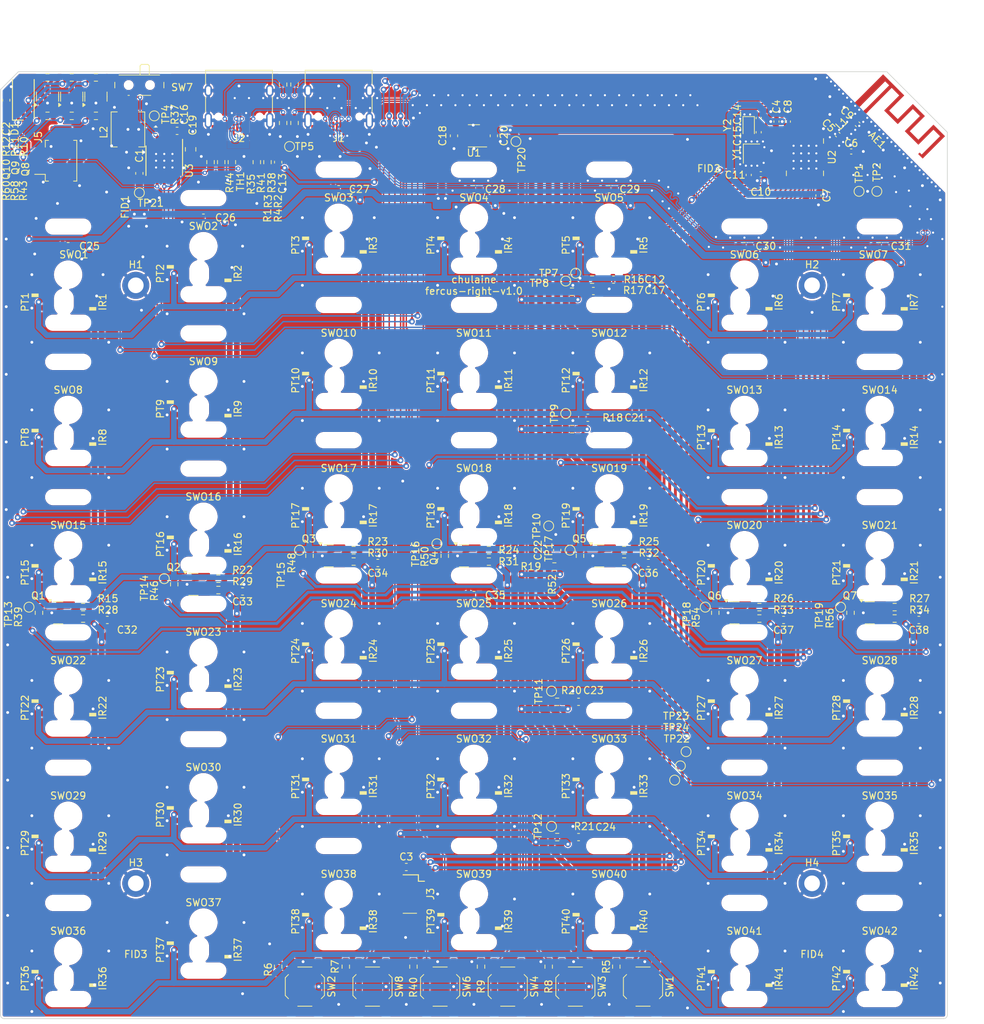
<source format=kicad_pcb>
(kicad_pcb (version 20240108) (generator "pcbnew") (generator_version "8.0")
  (layers (0 "F.Cu" signal) (31 "B.Cu" signal) (34 "B.Paste" user) (35 "F.Paste" user) (36 "B.SilkS" user "B.Silkscreen") (37 "F.SilkS" user "F.Silkscreen") (38 "B.Mask" user) (39 "F.Mask" user) (44 "Edge.Cuts" user))
  (net 0 "")
  (net 1 "NRST")
  (net 2 "ANT")
  (net 3 "OCSIN")
  (net 4 "OCSOUT")
  (net 5 "Net-(IR1-K)")
  (net 6 "Net-(IR2-K)")
  (net 7 "GND")
  (net 8 "/VINTA")
  (net 9 "BOOT0")
  (net 10 "BOOT1")
  (net 11 "key_col0")
  (net 12 "key_col1")
  (net 13 "key_col2")
  (net 14 "key_row0")
  (net 15 "key_row1")
  (net 16 "key_row2")
  (net 17 "key_row3")
  (net 18 "key_row4")
  (net 19 "key_row5")
  (net 20 "Net-(AE1-A)")
  (net 21 "led_r")
  (net 22 "led_g")
  (net 23 "OCS32IN")
  (net 24 "led_b")
  (net 25 "joystick_a1")
  (net 26 "joystick_sw")
  (net 27 "joystick_a2")
  (net 28 "+BATT")
  (net 29 "key_col3")
  (net 30 "key_col4")
  (net 31 "key_col5")
  (net 32 "Net-(IR10-K)")
  (net 33 "key_col6")
  (net 34 "Net-(IR11-K)")
  (net 35 "Net-(IR12-K)")
  (net 36 "+5V")
  (net 37 "+3.3V")
  (net 38 "Net-(IR13-K)")
  (net 39 "Net-(IR14-K)")
  (net 40 "Net-(IR15-K)")
  (net 41 "Net-(IR16-K)")
  (net 42 "Net-(IR17-K)")
  (net 43 "Net-(IR18-K)")
  (net 44 "Net-(IR19-K)")
  (net 45 "Net-(IR20-K)")
  (net 46 "Net-(IR21-K)")
  (net 47 "Net-(IR22-K)")
  (net 48 "Net-(IR23-K)")
  (net 49 "Net-(IR24-K)")
  (net 50 "Net-(IR25-K)")
  (net 51 "Net-(IR26-K)")
  (net 52 "Net-(IR27-K)")
  (net 53 "Net-(IR28-K)")
  (net 54 "Net-(IR29-K)")
  (net 55 "Net-(IR30-K)")
  (net 56 "Net-(IR31-K)")
  (net 57 "Net-(IR32-K)")
  (net 58 "Net-(IR33-K)")
  (net 59 "Net-(IR34-K)")
  (net 60 "Net-(IR35-K)")
  (net 61 "Net-(IR36-K)")
  (net 62 "Net-(IR37-K)")
  (net 63 "Net-(IR38-K)")
  (net 64 "Net-(IR39-K)")
  (net 65 "Net-(IR40-K)")
  (net 66 "Net-(IR41-K)")
  (net 67 "Net-(IR42-K)")
  (net 68 "Net-(J1-CC1)")
  (net 70 "Net-(J1-CC2)")
  (net 72 "Net-(J2-CC1)")
  (net 74 "key_fn0")
  (net 75 "key_fn1")
  (net 76 "Net-(J2-CC2)")
  (net 79 "Net-(Q1-D)")
  (net 80 "Net-(Q2-D)")
  (net 81 "Net-(Q3-D)")
  (net 82 "Net-(Q4-D)")
  (net 83 "Net-(Q5-D)")
  (net 84 "Net-(Q6-D)")
  (net 85 "Net-(Q7-D)")
  (net 86 "OCS32OUT")
  (net 87 "usb1_P")
  (net 88 "key_fn3")
  (net 89 "usb1_N")
  (net 90 "usb2_P")
  (net 91 "usb2_N")
  (net 92 "ETA-STAT")
  (net 93 "BAT_ADC")
  (net 94 "Net-(IR10-A)")
  (net 95 "Net-(IR11-A)")
  (net 96 "Net-(IR12-A)")
  (net 97 "Net-(IR13-A)")
  (net 98 "Net-(IR14-A)")
  (net 99 "Net-(IR15-A)")
  (net 100 "Net-(IR16-A)")
  (net 101 "Net-(U3-SW)")
  (net 103 "/NTC")
  (net 104 "Net-(U3-ISEt)")
  (net 105 "ETA-ENBST")
  (net 106 "+5VP")
  (net 107 "ETA-PULSE")
  (net 108 "usb1-vbus")
  (net 109 "usart1_tx")
  (net 110 "ETA-DISCHRG")
  (net 111 "Net-(D1-RK)")
  (net 112 "Net-(D1-GK)")
  (net 113 "Net-(D1-BK)")
  (net 114 "Net-(Q8-D)")
  (net 115 "Net-(Q9-D)")
  (net 116 "Net-(Q10-D)")
  (footprint "chulaine:KTR-0602PTD" (layer "F.Cu") (at 121.15 109.35 -90)
    (property "Reference" "PT27")
    (property "Value" "Q_Photo_NPN_EC")
  )
  (footprint "chulaine:KTR-0602IRC" (layer "F.Cu") (at 69.65 63.35 90)
    (property "Reference" "IR10")
    (property "Value" "IR")
  )
  (footprint "Capacitor_SMD:C_0603_1608Metric" (layer "F.Cu") (at 149 97 180)
    (property "Reference" "C38")
    (property "Value" "100nF")
  )
  (footprint "chulaine:KTR-0602PTD" (layer "F.Cu") (at 121.15 52.35 -90)
    (property "Reference" "PT6")
    (property "Value" "Q_Photo_NPN_EC")
  )
  (footprint "Resistor_SMD:R_0603_1608Metric" (layer "F.Cu") (at 61.3 21.8 -90)
    (property "Reference" "R2")
    (property "Value" "5.1kR")
  )
  (footprint "Resistor_SMD:R_0603_1608Metric" (layer "F.Cu") (at 100.275 50.9 180)
    (property "Reference" "R17")
    (property "Value" "1kR")
  )
  (footprint "chulaine:KTR-0602PTD" (layer "F.Cu") (at 140.15 109.35 -90)
    (property "Reference" "PT28")
    (property "Value" "Q_Photo_NPN_EC")
  )
  (footprint "chulaine:SW_RAESHA_Low_Profile_Optical" (layer "F.Cu") (at 29.5 124.5)
    (property "Reference" "SWO29")
    (property "Value" "SW_LPO")
  )
  (footprint "Resistor_SMD:R_0603_1608Metric" (layer "F.Cu") (at 69.6 88.8 180)
    (property "Reference" "R30")
    (property "Value" "75R")
  )
  (footprint "Package_TO_SOT_SMD:SOT-23" (layer "F.Cu") (at 26.6 23.5 90)
    (property "Reference" "Q10")
    (property "Value" "BSS138")
  )
  (footprint "chulaine:SW_RAESHA_Low_Profile_Optical" (layer "F.Cu") (at 86.5 116.5)
    (property "Reference" "SWO32")
    (property "Value" "SW_LPO")
  )
  (footprint "chulaine:SW_SPST_TL3342" (layer "F.Cu") (at 72.25 148.5 -90)
    (property "Reference" "SW8")
    (property "Value" "SW_Push")
  )
  (footprint "chulaine:KTR-0602PTD" (layer "F.Cu") (at 83.15 120.35 -90)
    (property "Reference" "PT32")
    (property "Value" "Q_Photo_NPN_EC")
  )
  (footprint "Resistor_SMD:R_0603_1608Metric" (layer "F.Cu") (at 50.6 92.8 180)
    (property "Reference" "R29")
    (property "Value" "75R")
  )
  (footprint "chulaine:SW_RAESHA_Low_Profile_Optical" (layer "F.Cu") (at 48.5 82.5)
    (property "Reference" "SWO16")
    (property "Value" "SW_LPO")
  )
  (footprint "chulaine:SW_RAESHA_Low_Profile_Optical" (layer "F.Cu") (at 29.5 86.5)
    (property "Reference" "SWO15")
    (property "Value" "SW_LPO")
  )
  (footprint "Resistor_SMD:R_0603_1608Metric" (layer "F.Cu") (at 59 145.7 -90)
    (property "Reference" "R6")
    (property "Value" "10kR")
  )
  (footprint "Capacitor_SMD:C_0805_2012Metric" (layer "F.Cu") (at 46.7 30.9 -90)
    (property "Reference" "C19")
    (property "Value" "10uF")
  )
  (footprint "TestPoint:TestPoint_Pad_D1.0mm" (layer "F.Cu") (at 92.4 29.8 180)
    (property "Reference" "TP20")
    (property "Value" "TestPoint")
  )
  (footprint "chulaine:KTR-0602PTD" (layer "F.Cu") (at 83.15 139.35 -90)
    (property "Reference" "PT39")
    (property "Value" "Q_Photo_NPN_EC")
  )
  (footprint "Resistor_SMD:R_0603_1608Metric" (layer "F.Cu") (at 97 145.7 -90)
    (property "Reference" "R8")
    (property "Value" "10kR")
  )
  (footprint "chulaine:KTR-0602PTD" (layer "F.Cu") (at 102.15 120.35 -90)
    (property "Reference" "PT33")
    (property "Value" "Q_Photo_NPN_EC")
  )
  (footprint "TestPoint:TestPoint_Pad_D1.0mm" (layer "F.Cu") (at 39.5 37 180)
    (property "Reference" "TP21")
    (property "Value" "TestPoint")
  )
  (footprint "Fiducial:Fiducial_1mm_Mask3mm" (layer "F.Cu") (at 134 146.5)
    (property "Reference" "FID4")
    (property "Value" "Fiducial")
  )
  (footprint "Resistor_SMD:R_0603_1608Metric" (layer "F.Cu") (at 98.2 108.5 180)
    (property "Reference" "R20")
    (property "Value" "1kR")
  )
  (footprint "chulaine:SW_RAESHA_Low_Profile_Optical" (layer "F.Cu") (at 105.5 135.5)
    (property "Reference" "SWO40")
    (property "Value" "SW_LPO")
  )
  (footprint "chulaine:SSOP-10-1EP_3.9x4.9mm_P1.00mm_EP2.4x2.8mm_ThermalVias_Drill0.3mm" (layer "F.Cu") (at 43 32.5 -90)
    (property "Reference" "U3")
    (property "Value" "ETA9084E10")
  )
  (footprint "Resistor_SMD:R_0603_1608Metric" (layer "F.Cu") (at 33.4 20.8 180)
    (property "Reference" "R10")
    (property "Value" "150R")
  )
  (footprint "Capacitor_SMD:C_0603_1608Metric" (layer "F.Cu") (at 83.7 29 -90)
    (property "Reference" "C18")
    (property "Value" "1uF")
  )
  (footprint "chulaine:KTR-0602IRC" (layer "F.Cu") (at 88.65 101.35 90)
    (property "Reference" "IR25")
    (property "Value" "IR")
  )
  (footprint "Capacitor_SMD:C_0603_1608Metric" (layer "F.Cu") (at 103.275 50.8)
    (property "Reference" "C17")
    (property "Value" "100nF")
  )
  (footprint "chulaine:SW_RAESHA_Low_Profile_Optical" (layer "F.Cu") (at 67.5 97.5)
    (property "Reference" "SWO24")
    (property "Value" "SW_LPO")
  )
  (footprint "chulaine:KTR-0602IRC" (layer "F.Cu") (at 145.65 128.35 90)
    (property "Reference" "IR35")
    (property "Value" "IR")
  )
  (footprint "Capacitor_SMD:C_0603_1608Metric" (layer "F.Cu") (at 89.3 29 -90)
    (property "Reference" "C20")
    (property "Value" "1uF")
  )
  (footprint "Capacitor_SMD:C_0603_1608Metric" (layer "F.Cu") (at 48.5 40.5)
    (property "Reference" "C26")
    (property "Value" "100nF")
  )
  (footprint "Resistor_SMD:R_0603_1608Metric" (layer "F.Cu") (at 120.4 96 -90)
    (property "Reference" "R54")
    (property "Value" "100kR")
  )
  (footprint "chulaine:KTR-0602PTD" (layer "F.Cu") (at 45.15 143.35 -90)
    (property "Reference" "PT37")
    (property "Value" "Q_Photo_NPN_EC")
  )
  (footprint "chulaine:KTR-0602IRC" (layer "F.Cu") (at 88.65 63.35 90)
    (property "Reference" "IR11")
    (property "Value" "IR")
  )
  (footprint "chulaine:KTR-0602IRC" (layer "F.Cu") (at 107.65 82.35 90)
    (property "Reference" "IR19")
    (property "Value" "IR")
  )
  (footprint "Capacitor_SMD:C_0603_1608Metric" (layer "F.Cu") (at 59 32.7 90)
    (property "Reference" "C13")
    (property "Value" "100nF")
  )
  (footprint "chulaine:SW_RAESHA_Low_Profile_Optical" (layer "F.Cu") (at 67.5 116.5)
    (property "Reference" "SWO31")
    (property "Value" "SW_LPO")
  )
  (footprint "chulaine:SW_RAESHA_Low_Profile_Optical" (layer "F.Cu") (at 29.5 105.5)
    (property "Reference" "SWO22")
    (property "Value" "SW_LPO")
  )
  (footprint "Resistor_SMD:R_0603_1608Metric" (layer "F.Cu") (at 61.3 27.2 90)
    (property "Reference" "R4")
    (property "Value" "5.1kR")
  )
  (footprint "Package_TO_SOT_SMD:SOT-23-3" (layer "F.Cu") (at 86.5 29 180)
    (property "Reference" "U1")
    (property "Value" "XC6206P332MR")
  )
  (footprint "chulaine:KTR-0602IRC" (layer "F.Cu") (at 88.65 44.35 90)
    (property "Reference" "IR4")
    (property "Value" "IR")
  )
  (footprint "TestPoint:TestPoint_Pad_D1.0mm" (layer "F.Cu") (at 60.6 30.5 180)
    (property "Reference" "TP5")
    (property "Value" "TestPoint")
  )
  (footprint "chulaine:KTR-0602PTD" (layer "F.Cu") (at 26.15 109.35 -90)
    (property "Reference" "PT22")
    (property "Value" "Q_Photo_NPN_EC")
  )
  (footprint "Package_TO_SOT_SMD:SOT-23" (layer "F.Cu") (at 85.1 88)
    (property "Reference" "Q4")
    (property "Value" "BSS138")
  )
  (footprint "chulaine:KTR-0602IRC" (layer "F.Cu") (at 145.65 52.35 90)
    (property "Reference" "IR7")
    (property "Value" "IR")
  )
  (footprint "Resistor_SMD:R_0603_1608Metric" (layer "F.Cu") (at 100.3 70.2 180)
    (property "Reference" "R18")
    (property "Value" "1kR")
  )
  (footprint "chulaine:SW_SPST_TL3342" (layer "F.Cu") (at 62.75 148.5 -90)
    (property "Reference" "SW2")
    (property "Value" "SW_Push")
  )
  (footprint "Resistor_SMD:R_0603_1608Metric" (layer "F.Cu") (at 57.5 32.7 90)
    (property "Reference" "R38")
    (property "Value" "100kR")
  )
  (footprint "Capacitor_SMD:C_0402_1005Metric" (layer "F.Cu") (at 129 27 90)
    (property "Reference" "C4")
    (property "Value" "100nF")
  )
  (footprint "chulaine:KTR-0602PTD" (layer "F.Cu") (at 64.15 120.35 -90)
    (property "Reference" "PT31")
    (property "Value" "Q_Photo_NPN_EC")
  )
  (footprint "chulaine:KTR-0602IRC" (layer "F.Cu") (at 126.65 71.35 90)
    (property "Reference" "IR13")
    (property "Value" "IR")
  )
  (footprint "chulaine:KTR-0602PTD" (layer "F.Cu") (at 121.15 71.35 -90)
    (property "Reference" "PT13")
    (property "Value" "Q_Photo_NPN_EC")
  )
  (footprint "chulaine:KTR-0602IRC" (layer "F.Cu") (at 126.65 52.35 90)
    (property "Reference" "IR6")
    (property "Value" "IR")
  )
  (footprint "chulaine:SW_RAESHA_Low_Profile_Optical" (layer "F.Cu") (at 86.5 135.5)
    (property "Reference" "SWO39")
    (property "Value" "SW_LPO")
  )
  (footprint "chulaine:SW_RAESHA_Low_Profile_Optical" (layer "F.Cu") (at 86.5 78.5)
    (property "Reference" "SWO18")
    (property "Value" "SW_LPO")
  )
  (footprint "MountingHole:MountingHole_2.2mm_M2_ISO14580_Pad" (layer "F.Cu") (at 134 50)
    (property "Reference" "H2")
    (property "Value" "MountingHole")
  )
  (footprint "chulaine:SW_RAESHA_Low_Profile_Optical" (layer "F.Cu") (at 105.5 40.5)
    (property "Reference" "SWO5")
    (property "Value" "SW_LPO")
  )
  (footprint "Resistor_SMD:R_0603_1608Metric" (layer "F.Cu") (at 59.7 21.8 -90)
    (property "Reference" "R3")
    (property "Value" "5.1kR")
  )
  (footprint "chulaine:KTR-0602PTD" (layer "F.Cu") (at 45.15 48.35 -90)
    (property "Reference" "PT2")
    (property "Value" "Q_Photo_NPN_EC")
  )
  (footprint "Connector_Molex:Molex_PicoBlade_53261-0371_1x03-1MP_P1.25mm_Horizontal" (layer "F.Cu") (at 28 32.5 90)
    (property "Reference" "J5")
    (property "Value" "Conn_01x03")
  )
  (footprint "chulaine:KTR-0602PTD" (layer "F.Cu") (at 140.15 52.35 -90)
    (property "Reference" "PT7")
    (property "Value" "Q_Photo_NPN_EC")
  )
  (footprint "MountingHole:MountingHole_2.2mm_M2_ISO14580_Pad" (layer "F.Cu") (at 39 50)
    (property "Reference" "H1")
    (property "Value" "MountingHole")
  )
  (footprint "chulaine:SW_RAESHA_Low_Profile_Optical" (layer "F.Cu") (at 48.5 139.5)
    (property "Reference" "SWO37")
    (property "Value" "SW_LPO")
  )
  (footprint "chulaine:KTR-0602IRC" (layer "F.Cu") (at 50.65 86.35 90)
    (property "Reference" "IR16")
    (property "Value" "IR")
  )
  (footprint "Resistor_SMD:R_0603_1608Metric" (layer "F.Cu") (at 97.8 89.5 180)
    (property "Reference" "R19")
    (property "Value" "1kR")
  )
  (footprint "TestPoint:TestPoint_Pad_D1.0mm" (layer "F.Cu") (at 24 95.2)
    (property "Reference" "TP13")
    (property "Value" "TestPoint")
  )
  (footprint "chulaine:KTR-0602PTD" (layer "F.Cu") (at 26.15 52.35 -90)
    (property "Reference" "PT1")
    (property "Value" "Q_Photo_NPN_EC")
  )
  (footprint "Package_TO_SOT_SMD:SOT-23" (layer "F.Cu") (at 33.4 23.5 90)
    (property "Reference" "Q8")
    (property "Value" "BSS138")
  )
  (footprint "chulaine:KTR-0602PTD" (layer "F.Cu") (at 83.15 44.35 -90)
    (property "Reference" "PT4")
    (property "Value" "Q_Photo_NPN_EC")
  )
  (footprint "Resistor_SMD:R_0603_1608Metric" (layer "F.Cu") (at 30 20.8 180)
    (property "Reference" "R11")
    (property "Value" "100R")
  )
  (footprint "chulaine:SW_RAESHA_Low_Profile_Optical" (layer "F.Cu") (at 48.5 44.5)
    (property "Reference" "SWO2")
    (property "Value" "SW_LPO")
  )
  (footprint "Capacitor_SMD:C_0603_1608Metric" (layer "F.Cu") (at 105.5 36.5)
    (property "Reference" "C29")
    (property "Value" "100nF")
  )
  (footprint "chulaine:SW_RAESHA_Low_Profile_Optical" (layer "F.Cu") (at 143.5 143.5)
    (property "Reference" "SWO42")
    (property "Value" "SW_LPO")
  )
  (footprint "Capacitor_SMD:C_0603_1608Metric" (layer "F.Cu") (at 124.5 44.5)
    (property "Reference" "C30")
    (property "Value" "100nF")
  )
  (footprint "chulaine:SW_SPDT_PCM12" (layer "F.Cu") (at 39.5 22.2 180)
    (property "Reference" "SW7")
    (property "Value" "SW_SPDT")
  )
  (footprint "Capacitor_SMD:C_0603_1608Metric" (layer "F.Cu") (at 130 97 180)
    (property "Reference" "C37")
    (property "Value" "100nF")
  )
  (footprint "Capacitor_SMD:C_0402_1005Metric" (layer "F.Cu") (at 126.5 28.5 -90)
    (property "Reference" "C15")
    (property "Value" "12pF")
  )
  (footprint "chulaine:KTR-0602IRC" (layer "F.Cu") (at 31.65 147.35 90)
    (property "Reference" "IR36")
    (property "Value" "IR")
  )
  (footprint "chulaine:SW_SPST_TL3342" (layer "F.Cu") (at 110.25 148.5 -90)
    (property "Reference" "SW1")
    (property "Value" "SW_Push")
  )
  (footprint "chulaine:SW_RAESHA_Low_Profile_Optical" (layer "F.Cu") (at 124.5 143.5)
    (property "Reference" "SWO41")
    (property "Value" "SW_LPO")
  )
  (footprint "Resistor_SMD:R_0603_1608Metric" (layer "F.Cu") (at 59.7 27.2 90)
    (property "Reference" "R1")
    (property "Value" "5.1kR")
  )
  (footprint "Capacitor_SMD:C_0402_1005Metric" (layer "F.Cu") (at 126.8 34.4 180)
    (property "Reference" "C10")
    (property "Value" "100nF")
  )
  (footprint "Capacitor_SMD:C_0402_1005Metric" (layer "F.Cu") (at 140.400071 27.378751 -45)
    (property "Reference" "C9")
    (property "Value" "1.8pF")
  )
  (footprint "chulaine:KTR-0602PTD" (layer "F.Cu") (at 26.15 90.35 -90)
    (property "Reference" "PT15")
    (property "Value" "Q_Photo_NPN_EC")
  )
  (footprint "chulaine:KTR-0602PTD" (layer "F.Cu") (at 102.15 63.35 -90)
    (property "Reference" "PT12")
    (property "Value" "Q_Photo_NPN_EC")
  )
  (footprint "chulaine:KTR-0602IRC" (layer "F.Cu") (at 145.65 90.35 90)
    (property "Reference" "IR21")
    (property "Value" "IR")
  )
  (footprint "Resistor_SMD:R_0603_1608Metric" (layer "F.Cu") (at 106.5 145.7 90)
    (property "Reference" "R5")
    (property "Value" "10kR")
  )
  (footprint "chulaine:KTR-0602PTD" (layer "F.Cu") (at 26.15 128.35 -90)
    (property "Reference" "PT29")
    (property "Value" "Q_Photo_NPN_EC")
  )
  (footprint "Resistor_SMD:R_0603_1608Metric" (layer "F.Cu") (at 145.6 95.2 180)
    (property "Reference" "R27")
    (property "Value" "75R")
  )
  (footprint "chulaine:KTR-0602PTD" (layer "F.Cu") (at 45.15 105.35 -90)
    (property "Reference" "PT23")
    (property "Value" "Q_Photo_NPN_EC")
  )
  (footprint "chulaine:KTR-0602PTD" (layer "F.Cu") (at 140.15 128.35 -90)
    (property "Reference" "PT35")
    (property "Value" "Q_Photo_NPN_EC")
  )
  (footprint "Capacitor_SMD:C_0603_1608Metric" (layer "F.Cu") (at 29.5 44.5)
    (property "Reference" "C25")
    (property "Value" "100nF")
  )
  (footprint "chulaine:SW_RAESHA_Low_Profile_Optical" (layer "F.Cu") (at 124.5 67.5)
    (property "Reference" "SWO13")
    (property "Value" "SW_LPO")
  )
  (footprint "chulaine:SW_RAESHA_Low_Profile_Optical" (layer "F.Cu") (at 124.5 86.5)
    (property "Reference" "SWO20")
    (property "Value" "SW_LPO")
  )
  (footprint "Fiducial:Fiducial_1mm_Mask3mm" (layer "F.Cu") (at 119.5 31)
    (property "Reference" "FID2")
    (property "Value" "Fiducial")
  )
  (footprint "Capacitor_SMD:C_0402_1005Metric" (layer "F.Cu") (at 134.9 37.375 -90)
    (property "Reference" "C7")
    (property "Value" "100nF")
  )
  (footprint "TestPoint:TestPoint_Pad_D1.0mm" (layer "F.Cu") (at 99.4 68)
    (property "Reference" "TP9")
    (property "Value" "TestPoint")
  )
  (footprint "chulaine:KTR-0602IRC" (layer "F.Cu") (at 50.65 48.35 90)
    (property "Reference" "IR2")
    (property "Value" "IR")
  )
  (footprint "Capacitor_SMD:C_0603_1608Metric" (layer "F.Cu") (at 106.1 49.2)
    (property "Reference" "C12")
    (property "Value" "100nF")
  )
  (footprint "chulaine:SW_RAESHA_Low_Profile_Optical" (layer "F.Cu") (at 105.5 116.5)
    (property "Reference" "SWO33")
    (property "Value" "SW_LPO")
  )
  (footprint "TestPoint:TestPoint_Pad_D1.0mm" (layer "F.Cu") (at 62 87.2)
    (property "Reference" "TP15")
    (property "Value" "TestPoint")
  )
  (footprint "chulaine:SW_RAESHA_Low_Profile_Optical" (layer "F.Cu") (at 143.5 48.5)
    (property "Reference" "SWO7")
    (property "Value" "SW_LPO")
  )
  (footprint "chulaine:SW_RAESHA_Low_Profile_Optical" (layer "F.Cu") (at 29.5 67.5)
    (property "Reference" "SWO8")
    (property "Value" "SW_LPO")
  )
  (footprint "Inductor_SMD:L_0402_1005Metric" (layer "F.Cu") (at 139 28.1 45)
    (property "Reference" "L1")
    (property "Value" "1.8nH")
  )
  (footprint "Capacitor_SMD:C_0603_1608Metric" (layer "F.Cu") (at 101.2 108.5)
    (property "Reference" "C23")
    (property "Value" "100nF")
  )
  (footprint "Package_TO_SOT_SMD:SOT-23" (layer "F.Cu") (at 28.1 96)
    (property "Reference" "Q1")
    (property "Value" "BSS138")
  )
  (footprint "chulaine:KTR-0602IRC" (layer "F.Cu") (at 31.65 52.35 90)
    (property "Reference" "IR1")
    (property "Value" "IR")
  )
  (footprint "chulaine:KTR-0602PTD" (layer "F.Cu") (at 121.15 90.35 -90)
    (property "Reference" "PT20")
    (property "Value" "Q_Photo_NPN_EC")
  )
  (footprint "chulaine:L_Sunlord_MWSA0402S" (layer "F.Cu") (at 37.9 28.1 -90)
    (property "Reference" "L2")
    (property "Value" "2.2uH")
  )
  (footprint "Capacitor_SMD:C_0603_1608Metric" (layer "F.Cu") (at 44.8 28.3)
    (property "Reference" "C16")
    (property "Value" "10uF")
  )
  (footprint "chulaine:KTR-0602PTD" (layer "F.Cu") (at 140.15 90.35 -90)
    (property "Reference" "PT21")
    (property "Value" "Q_Photo_NPN_EC")
  )
  (footprint "chulaine:KTR-0602PTD" (layer "F.Cu") (at 45.15 67.35 -90)
    (property "Reference" "PT9")
    (property "Value" "Q_Photo_NPN_EC")
  )
  (footprint "chulaine:KTR-0602IRC" (layer "F.Cu") (at 50.65 67.35 90)
    (property "Reference" "IR9")
    (property "Value" "IR")
  )
  (footprint "Package_TO_SOT_SMD:SOT-23" (layer "F.Cu") (at 123.1 96)
    (property "Reference" "Q6")
    (property "Value" "BSS138")
  )
  (footprint "Resistor_SMD:R_0603_1608Metric" (layer "F.Cu") (at 25.4 96 -90)
    (property "Reference" "R39")
    (property "Value" "100kR")
  )
  (footprint "Package_TO_SOT_SMD:SOT-23" (layer "F.Cu") (at 104.1 88)
    (property "Reference" "Q5")
    (property "Value" "BSS138")
  )
  (footprint "chulaine:KTR-0602PTD" (layer "F.Cu") (at 45.15 86.35 -90)
    (property "Reference" "PT16")
    (property "Value" "Q_Photo_NPN_EC")
  )
  (footprint "Resistor_SMD:R_0603_1608Metric" (layer "F.Cu") (at 88.6 88.8 180)
    (property "Reference" "R31")
    (property "Value" "75R")
  )
  (footprint "Resistor_SMD:R_0603_1608Metric" (layer "F.Cu") (at 31.6 95.2 180)
    (property "Reference" "R15")
    (property "Value" "75R")
  )
  (footprint "chulaine:USB_C_Receptacle_HRO_TYPE-C-31-M-12" (layer "F.Cu") (at 53.5 23.7 180)
    (property "Reference" "J2")
    (property "Value" "USB_C_Receptacle_USB2.0")
  )
  (footprint "Resistor_SMD:R_0603_1608Metric" (layer "F.Cu") (at 44.4 92 -90)
    (property "Reference" "R46")
    (property "Value" "100kR")
  )
  (footprint "Capacitor_SMD:C_0603_1608Metric" (layer "F.Cu") (at 86.5 93.5)
    (property "Reference" "C35")
    (property "Value" "100nF")
  )
  (footprint "chulaine:KTR-0602PTD" (layer "F.Cu") (at 26.15 147.35 -90)
    (property "Reference" "PT36")
    (property "Value" "Q_Photo_NPN_EC")
  )
  (footprint "Capacitor_SMD:C_0603_1608Metric" (layer "F.Cu") (at 86.5 36.5)
    (property "Reference" "C28")
    (property "Value" "100nF")
  )
  (footprint "chulaine:KTR-0602IRC" (layer "F.Cu") (at 50.65 105.35 90)
    (property "Reference" "IR23")
    (property "Value" "IR")
  )
  (footprint "chulaine:KTR-0602IRC" (layer "F.Cu") (at 107.65 63.35 90)
    (property "Reference" "IR12")
    (property "Value" "IR")
  )
  (footprint "chulaine:KTR-0602PTD" (layer "F.Cu") (at 121.15 147.35 -90)
    (property "Reference" "PT41")
    (property "Value" "Q_Photo_NPN_EC")
  )
  (footprint "Capacitor_SMD:C_0603_1608Metric" (layer "F.Cu") (at 101.2 127.5)
    (property "Reference" "C24")
    (property "Value" "100nF")
  )
  (footprint "chulaine:SW_RAESHA_Low_Profile_Optical" (layer "F.Cu") (at 48.5 120.5)
    (property "Reference" "SWO30")
    (property "Value" "SW_LPO")
  )
  (footprint "chulaine:KTR-0602PTD" (layer "F.Cu") (at 102.15 44.35 -90)
    (property "Reference" "PT5")
    (property "Value" "Q_Photo_NPN_EC")
  )
  (footprint "Package_TO_SOT_SMD:SOT-23" (layer "F.Cu") (at 30 23.5 90)
    (property "Reference" "Q9")
    (property "Value" "BSS138")
  )
  (footprint "chulaine:KTR-0602PTD" (layer "F.Cu") (at 64.15 101.35 -90)
    (property "Reference" "PT24")
    (property "Value" "Q_Photo_NPN_EC")
  )
  (footprint "chulaine:SW_SPST_TL3342" (layer "F.Cu") (at 100.75 148.5 -90)
    (property "Reference" "SW3")
    (property "Value" "SW_Push")
  )
  (footprint "Resistor_SMD:R_0603_1608Metric" (layer "F.Cu") (at 33.4 26.2)
    (property "Reference" "R43")
    (property "Value" "100kR")
  )
  (footprint "MountingHole:MountingHole_2.2mm_M2_ISO14580_Pad" (layer "F.Cu") (at 39 134)
    (property "Reference" "H3")
    (property "Value" "MountingHole")
  )
  (footprint "Capacitor_SMD:C_0402_1005Metric" (layer "F.Cu") (at 137.599929 28.821249 135)
    (property "Reference" "C5")
    (property "Value" "1.8pF")
  )
  (footprint "chulaine:SW_RAESHA_Low_Profile_Optical" (layer "F.Cu") (at 29.5 143.5)
    (property "Reference" "SWO36")
    (property "Value" "SW_LPO")
  )
  (footprint "Resistor_SMD:R_0603_1608Metric" (layer "F.Cu") (at 63.4 88 -90)
    (property "Reference" "R48")
    (property "Value" "100kR")
  )
  (footprint "chulaine:Everlight_LED_RGB_PLCC-4" (layer "F.Cu") (at 23.2 23.8 90)
    (property "Reference" "D1")
    (property "Value" "LED_RABG")
  )
  (footprint "Capacitor_SMD:C_0402_1005Metric" (layer "F.Cu") (at 130.6 27 90)
    (property "Reference" "C8")
    (property "Value" "100nF")
  )
  (footprint "Resistor_SMD:R_0603_1608Metric" (layer "F.Cu") (at 98.2 127.5 180)
    (property "Reference" "R21")
    (property "Value" "1kR")
  )
  (footprint "chulaine:SW_RAESHA_Low_Profile_Optical" (layer "F.Cu") (at 143.5 124.5)
    (property "Reference" "SWO35")
    (property "Value" "SW_LPO")
  )
  (footprint "chulaine:KTR-0602PTD" (layer "F.Cu") (at 102.15 82.35 -90)
    (property "Reference" "PT19")
    (property "Value" "Q_Photo_NPN_EC")
  )
  (footprint "TestPoint:TestPoint_Pad_D1.0mm" (layer "F.Cu") (at 143.1 36.8 90)
    (property "Reference" "TP2")
    (property "Value" "TestPoint")
  )
  (footprint "Resistor_SMD:R_0603_1608Metric" (layer "F.Cu") (at 78 145.7 -90)
    (property "Reference" "R40")
    (property "Value" "10kR")
  )
  (footprint "Resistor_SMD:R_0603_1608Metric" (layer "F.Cu") (at 107.6 88.8 180)
    (property "Reference" "R32")
    (property "Value" "75R")
  )
  (footprint "Capacitor_SMD:C_0402_1005Metric" (layer "F.Cu") (at 125.1 34.5 -90)
    (property "Reference" "C11")
    (property "Value" "100nF")
  )
  (footprint "chulaine:KTR-0602PTD" (layer "F.Cu") (at 83.15 82.35 -90)
    (property "Reference" "PT18")
    (property "Value" "Q_Photo_NPN_EC")
  )
  (footprint "chulaine:Crystal_SMD_2016-4Pin_2.0x1.6mm" (layer "F.Cu") (at 125.5 31.5 -90)
    (property "Reference" "Y1")
    (property "Value" "32MHz, CL12pF")
  )
  (footprint "Capacitor_SMD:C_0603_1608Metric" (layer "F.Cu") (at 20.8 24 90)
    (property "Reference" "C2")
    (property "Value" "100nF")
  )
  (footprint "chulaine:KTR-0602PTD" (layer "F.Cu") (at 64.15 82.35 -90)
    (property "Reference" "PT17")
    (property "Value" "Q_Photo_NPN_EC")
  )
  (footprint "chulaine:SW_RAESHA_Low_Profile_Optical" (layer "F.Cu") (at 105.5 97.5)
    (property "Reference" "SWO26")
    (property "Value" "SW_LPO")
  )
  (footprint "Resistor_SMD:R_0603_1608Metric" (layer "F.Cu") (at 88.6 87.2 180)
    (property "Reference" "R24")
    (property "Value" "75R")
  )
  (footprint "chulaine:KTR-0602IRC" (layer "F.Cu") (at 31.65 90.35 90)
    (property "Reference" "IR15")
    (property "Value" "IR")
  )
  (footprint "chulaine:SW_RAESHA_Low_Profile_Optical" (layer "F.Cu") (at 143.5 105.5)
    (property "Reference" "SWO28")
    (property "Value" "SW_LPO")
  )
  (footprint "Resistor_SMD:R_0603_1608Metric" (layer "F.Cu") (at 31.6 96.8 180)
    (property "Reference" "R28")
    (property "Value" "75R")
  )
  (footprint "chulaine:KTR-0602IRC" (layer "F.Cu") (at 107.65 120.35 90)
    (property "Reference" "IR33")
    (property "Value" "IR")
  )
  (footprint "Package_TO_SOT_SMD:SOT-23" (layer "F.Cu") (at 142.1 96)
    (property "Reference" "Q7")
    (property "Value" "BSS138")
  )
  (footprint "chulaine:KTR-0602IRC" (layer "F.Cu") (at 107.65 101.35 90)
    (property "Reference" "IR26")
    (property "Value" "IR")
  )
  (footprint "Resistor_SMD:R_0603_1608Metric" (layer "F.Cu") (at 126.6 95.2 180)
    (property "Reference" "R26")
    (property "Value" "75R")
  )
  (footprint "chulaine:SW_SPST_TL3342" (layer "F.Cu") (at 81.75 148.5 -90)
    (property "Reference" "SW6")
    (property "Value" "SW_Push")
  )
  (footprint "Capacitor_SMD:C_0603_1608Metric" (layer "F.Cu") (at 77 131.7)
    (property "Reference" "C3")
    (property "Value" "100nF")
  )
  (footprint "chulaine:KTR-0602PTD" (layer "F.Cu") (at 83.15 101.35 -90)
    (property "Reference" "PT25")
    (property "Value" "Q_Photo_NPN_EC")
  )
  (footprint "chulaine:SW_RAESHA_Low_Profile_Optical" (layer "F.Cu") (at 143.5 86.5)
    (property "Reference" "SWO21")
    (property "Value" "SW_LPO")
  )
  (footprint "chulaine:KTR-0602PTD" (layer "F.Cu") (at 64.15 63.35 -90)
    (property "Reference" "PT10")
    (property "Value" "Q_Photo_NPN_EC")
  )
  (footprint "chulaine:SW_RAESHA_Low_Profile_Optical" (layer "F.Cu") (at 86.5 59.5)
    (property "Reference" "SWO11")
    (property "Value" "SW_LPO")
  )
  (footprint "chulaine:KTR-0602PTD" (layer "F.Cu") (at 26.15 71.35 -90)
    (property "Reference" "PT8")
    (property "Value" "Q_Photo_NPN_EC")
  )
  (footprint "Capacitor_SMD:C_0603_1608Metric" (layer "F.Cu") (at 143.5 44.5)
    (property "Reference" "C31")
    (property "Value" "100nF")
  )
  (footprint "TestPoint:TestPoint_Pad_D1.0mm" (layer "F.Cu") (at 99.4 49.4)
    (property "Reference" "TP8")
    (property "Value" "TestPoint")
  )
  (footprint "Package_TO_SOT_SMD:SOT-23" (layer "F.Cu") (at 66.1 88)
    (property "Reference" "Q3")
    (property "Value" "BSS138")
  )
  (footprint "TestPoint:TestPoint_Pad_D1.0mm" (layer "F.Cu") (at 114.7 119.5)
    (property "Reference" "TP22")
    (property "Value" "TestPoint")
  )
  (footprint "chulaine:KTR-0602IRC" (layer "F.Cu") (at 31.65 71.35 90)
    (property "Reference" "IR8")
    (property "Value" "IR")
  )
  (footprint "Resistor_SMD:R_0603_1608Metric" (layer "F.Cu") (at 51 32.7 90)
    (property "Reference" "TH1")
    (property "Value" "Thermistor_NTC")
  )
  (footprint "chulaine:SW_RAESHA_Low_Profile_Optical" (layer "F.Cu") (at 143.5 67.5)
    (property "Reference" "SWO14")
    (property "Value" "SW_LPO")
  )
  (footprint "Resistor_SMD:R_0603_1608Metric" (layer "F.Cu") (at 26.6 26.2)
    (property "Reference" "R60")
    (property "Value" "100kR")
  )
  (footprint "chulaine:KTR-0602IRC" (layer "F.Cu") (at 145.65 71.35 90)
    (property "Reference" "IR14")
    (property "Value" "IR")
  )
  (footprint "chulaine:USB_C_Receptacle_HRO_TYPE-C-31-M-12" (layer "F.Cu") (at 67.5 23.7 180)
    (property "Reference" "J1")
    (property "Value" "USB_C_Receptacle_USB2.0")
  )
  (footprint "chulaine:QFN-48-1EP_5x5mm_P0.35mm_EP3.7x3.7mm_ThermalVias_Drill0.3mm_WCH" (layer "F.Cu") (at 133 32 -90)
    (property "Reference" "U2")
    (property "Value" "CH32V208CBU6")
  )
  (footprint "chulaine:KTR-0602IRC" (layer "F.Cu") (at 88.65 120.35 90)
    (property "Reference" "IR32")
    (property "Value" "IR")
  )
  (footprint "Resistor_SMD:R_0603_1608Metric" (layer "F.Cu") (at 69.6 87.2 180)
    (property "Reference" "R23")
    (property "Value" "75R")
  )
  (footprint "Package_TO_SOT_SMD:SOT-23" (layer "F.Cu") (at 47.1 92)
    (property "Reference" "Q2")
    (property "Value" "BSS138")
  )
  (footprint "chulaine:KTR-0602PTD" (layer "F.Cu") (at 64.15 44.35 -90)
    (property "Reference" "PT3")
    (property "Value" "Q_Photo_NPN_EC")
  )
  (footprint "chulaine:KTR-0602IRC" (layer "F.Cu") (at 126.65 128.35 90)
    (property "Reference" "IR34")
    (property "Value" "IR")
  )
  (footprint "TestPoint:TestPoint_Pad_D1.0mm" (layer "F.Cu") (at 97.4 126)
    (property "Reference" "TP12")
    (property "Value" "TestPoint")
  )
  (footprint "chulaine:KTR-0602IRC" (layer "F.Cu") (at 31.65 128.35 90)
    (property "Reference" "IR29")
    (property "Value" "IR")
  )
  (footprint "chulaine:KTR-0602PTD" (layer "F.Cu") (at 140.15 147.35 -90)
    (property "Reference" "PT42")
    (property "Value" "Q_Photo_NPN_EC")
  )
  (footprint "chulaine:KTR-0602PTD" (layer "F.Cu") (at 140.15 71.35 -90)
    (property "Reference" "PT14")
    (property "Value" "Q_Photo_NPN_EC")
  )
  (footprint "Fiducial:Fiducial_1mm_Mask3mm" (layer "F.Cu") (at 39 146.5)
    (property "Reference" "FID3")
    (property "Value" "Fiducial")
  )
  (footprint "chulaine:KTR-0602IRC" (layer "F.Cu") (at 145.65 109.35 90)
    (property "Reference" "IR28")
    (property "Value" "IR")
  )
  (footprint "chulaine:SW_SPST_TL3342" (layer "F.Cu") (at 91.25 148.5 -90)
    (property "Reference" "SW4")
    (property "Value" "SW_Push")
  )
  (footprint "TestPoint:TestPoint_Pad_D1.0mm" (layer "F.Cu") (at 100.8 48.3 -90)
    (property "Reference" "TP7")
    (property "Value" "TestPoint")
  )
  (footprint "Resistor_SMD:R_0603_1608Metric" (layer "F.Cu") (at 49.5 32.7 -90)
    (property "Reference" "R44")
    (property "Value" "10kR")
  )
  (footprint "chulaine:SW_RAESHA_Low_Profile_Optical" (layer "F.Cu") (at 105.5 59.5)
    (property "Reference" "SWO12")
    (property "Value" "SW_LPO")
  )
  (footprint "TestPoint:TestPoint_Pad_D1.0mm" (layer "F.Cu") (at 119 95.2)
    (property "Reference" "TP18")
    (property "Value" "TestPoint")
  )
  (footprint "Resistor_SMD:R_0603_1608Metric" (layer "F.Cu") (at 30 26.2)
    (property "Reference" "R58")
    (property "Value" "100kR")
  )
  (footprint "Capacitor_SMD:C_0603_1608Metric" (layer "F.Cu") (at 54 93 180)
    (property "Reference" "C33")
    (property "Value" "100nF")
  )
  (footprint "chulaine:KTR-0602PTD" (layer "F.Cu") (at 45.15 124.35 -90)
    (property "Reference" "PT30")
    (property "Value" "Q_Photo_NPN_EC")
  )
  (footprint "chulaine:KTR-0602IRC" (layer "F.Cu") (at 69.65 101.35 90)
    (property "Reference" "IR24")
    (property "Value" "IR")
  )
  (footprint "chulaine:KTR-0602PTD" (layer "F.Cu") (at 64.15 139.35 -90)
    (property "Reference" "PT38")
    (property "Value" "Q_Photo_NPN_EC")
  )
  (footprint "chulaine:KTR-0602IRC" (layer "F.Cu") (at 126.65 109.35 90)
    (property "Reference" "IR27")
    (property "Value" "IR")
  )
  (footprint "chulaine:SW_RAESHA_Low_Profile_Optical" (layer "F.Cu") (at 124.5 124.5)
    (property "Reference" "SWO34")
    (property "Value" "SW_LPO")
  )
  (footprint "chulaine:ANT-F-1-2.4G-1.2MM-FR4-WCH_Right_NoMask" (layer "F.Cu") (at 141.4 25.7 -45)
    (property "Reference" "AE1")
    (property "Value" "Antenna_Shield" (hide yes))
  )
  (footprint "Resistor_SMD:R_0603_1608Metric" (layer "F.Cu") (at 126.6 96.8 180)
    (property "Reference" "R33")
    (property "Value" "75R")
  )
  (footprint "TestPoint:TestPoint_Pad_D1.0mm" (layer "F.Cu") (at 43 91.2)
    (property "Reference" "TP14")
    (property "Value" "TestPoint")
  )
  (footprint "TestPoint:TestPoint_Pad_D1.0mm" (layer "F.Cu") (at 97 83.8)
    (property "Reference" "TP10")
    (property "Value" "TestPoint")
  )
  (footprint "chulaine:KTR-0602IRC" (layer "F.Cu") (at 69.65 82.35 90)
    (property "Reference" "IR17")
    (property "Value" "IR")
  )
  (footprint "chulaine:KTR-0602IRC" (layer "F.Cu") (at 88.65 139.35 90)
    (property "Reference" "IR39")
    (property "Value" "IR")
  )
  (footprint "chulaine:SW_RAESHA_Low_Profile_Optical" (layer "F.Cu") (at 48.5 101.5)
    (property "Reference" "SWO23")
    (property "Value" "SW_LPO")
  )
  (footprint "chulaine:KTR-0602IRC" (layer "F.Cu") (at 69.65 120.35 90)
    (property "Reference" "IR31")
    (property "Value" "IR")
  )
  (footprint "Resistor_SMD:R_0603_1608Metric" (layer "F.Cu") (at 107.6 87.2 180)
    (property "Reference" "R25")
    (property "Value" "75R")
  )
  (footprint "Resistor_SMD:R_0603_1608Metric" (layer "F.Cu") (at 87.5 145.7 -90)
    (property "Reference" "R9")
    (property "Value" "10kR")
  )
  (footprint "TestPoint:TestPoint_Pad_D1.0mm" (layer "F.Cu") (at 115.5 117.5)
    (property "Reference" "TP24")
    (property "Value" "TestPoint")
  )
  (footprint "TestPoint:TestPoint_Pad_D1.0mm" (layer "F.Cu") (at 140.6 36.8)
    (property "Reference" "TP1")
    (property "Value" "TestPoint")
  )
  (footprint "chulaine:KTR-0602PTD" (layer "F.Cu") (at 102.15 139.35 -90)
    (property "Reference" "PT40")
    (property "Value" "Q_Photo_NPN_EC")
  )
  (footprint "chulaine:KTR-0602IRC" (layer "F.Cu") (at 107.65 44.35 90)
    (property "Reference" "IR5")
    (property "Value" "IR")
  )
  (footprint "chulaine:SW_RAESHA_Low_Profile_Optical" (layer "F.Cu") (at 67.5 135.5)
    (property "Reference" "SWO38")
    (property "Value" "SW_LPO")
  )
  (footprint "chulaine:KTR-0602IRC" (layer "F.Cu") (at 69.65 44.35 90)
    (property "Reference" "IR3")
    (property "Value" "IR")
  )
  (footprint "Resistor_SMD:R_0603_1608Metric" (layer "F.Cu") (at 139.4 96 -90)
    (property "Reference" "R56")
    (property "Value" "100kR")
  )
  (footprint "Resistor_SMD:R_0603_1608Metric" (layer "F.Cu") (at 26.6 20.8 180)
    (property "Reference" "R12")
    (property "Value" "100R")
  )
  (footprint "Capacitor_SMD:C_0603_1608Metric" (layer "F.Cu") (at 67.5 36.5)
    (property "Reference" "C27")
    (property "Value" "100nF")
  )
  (footprint "Capacitor_SMD:C_0402_1005Metric" (layer "F.Cu") (at 139.5 31.2)
    (property "Reference" "C6")
    (property "Value" "1uF")
  )
  (footprint "chulaine:KTR-0602IRC" (layer "F.Cu") (at 145.65 147.35 90)
    (property "Reference" "IR42")
    (property "Value" "IR")
  )
  (footprint "Resistor_SMD:R_0603_1608Metric" (layer "F.Cu") (at 103.1 49.2 180)
    (property "Reference" "R16")
    (property "Value" "1kR")
  )
  (footprint "TestPoint:TestPoint_Pad_D1.0mm" (layer "F.Cu") (at 41.6 26.2 -90)
    (property "Reference" "TP4")
    (property "Value" "TestPoint")
  )
  (footprint "Capacitor_SMD:C_0603_1608Metric" (layer "F.Cu") (at 111 89 180)
    (property "Reference" "C36")
    (property "Value" "100nF")
  )
  (footprint "chulaine:KTR-0602IRC" (layer "F.Cu") (at 69.65 139.35 90)
    (property "Reference" "IR38")
    (property "Value" "IR")
  )
  (footprint "chulaine:SW_RAESHA_Low_Profile_Optical" (layer "F.Cu") (at 67.5 78.5)
    (property "Reference" "SWO17")
    (property "Value" "SW_LPO")
  )
  (footprint "Resistor_SMD:R_0603_1608Metric" (layer "F.Cu") (at 56 32.7 -90)
    (property "Reference" "R41")
    (property "Value" "100kR")
  )
  (footprint "chulaine:SW_RAESHA_Low_Profile_Optical" (layer "F.Cu") (at 67.5 40.5)
    (property "Reference" "SWO3")
    (property "Value" "SW_LPO")
  )
  (footprint "Capacitor_SMD:C_0603_1608Metric" (layer "F.Cu") (at 35 97 180)
    (property "Reference" "C32")
    (property "Value" "100nF")
  )
  (footprint "Resistor_SMD:R_0603_1608Metric" (layer "F.Cu") (at 41.8 28.3 180)
    (property "Reference" "R37")
    (property "Value" "2.49kR")
  )
  (footprint "chulaine:KTR-0602PTD" (layer "F.Cu") (at 83.15 63.35 -90)
    (property "Reference" "PT11")
    (property "Value" "Q_Photo_NPN_EC")
  )
  (footprint "chulaine:KTR-0602IRC" (layer "F.Cu") (at 88.65 82.35 90)
    (property "Reference" "IR18")
    (property "Value" "IR")
  )
  (footprint "TestPoint:TestPoint_Pad_D1.0mm" (layer "F.Cu") (at 97.4 107)
    (property "Reference" "TP11")
    (property "Value" "TestPoint")
  )
  (footprint "Capacitor_SMD:C_0603_1608Metric" (layer "F.Cu") (at 39.5 34.275 90)
    (property "Reference" "C1")
    (property "Value" "22uF")
  )
  (footprint "chulaine:SW_RAESHA_Low_Profile_Optical" (layer "F.Cu") (at 124.5 105.5)
    (property "Reference" "SWO27")
    (property "Value" "SW_LPO")
  )
  (footprint "chulaine:SW_RAESHA_Low_Profile_Optical" (layer "F.Cu") (at 86.5 40.5)
    (property "Reference" "SWO4")
    (property "Value" "SW_LPO")
  )
  (footprint "chulaine:SW_RAESHA_Low_Profile_Optical" (layer "F.Cu") (at 67.5 59.5)
    (property "Reference" "SWO10")
    (property "Value" "SW_LPO")
  )
  (footprint "chulaine:SW_RAESHA_Low_Profile_Optical" (layer "F.Cu") (at 86.5 97.5)
    (property "Reference" "SWO25")
    (property "Value" "SW_LPO")
  )
  (footprint "Resistor_SMD:R_0603_1608Metric" (layer "F.Cu") (at 82.4 88 -90)
    (property "Reference" "R50")
    (property "Value" "100kR")
  )
  (footprint "Resistor_SMD:R_0603_1608Metric" (layer "F.Cu") (at 52.5 32.7 90)
    (property "Reference" "R35")
    (property "Value" "30kR")
  )
  (footprint "Capacitor_SMD:C_0603_1608Metric" (layer "F.Cu") (at 73 89 180)
    (property "Reference" "C34")
    (property "Value" "100nF")
  )
  (footprint "Resistor_SMD:R_0603_1608Metric" (layer "F.Cu") (at 145.6 96.8 180)
    (property "Reference" "R34")
    (property "Value" "75R")
  )
  (footprint "chulaine:KTR-0602PTD" (layer "F.Cu") (at 121.15 128.35 -90)
    (property "Reference" "PT34")
    (property "Value" "Q_Photo_NPN_EC")
  )
  (footprint "TestPoint:TestPoint_Pad_D1.0mm" (layer "F.Cu") (at 81.3 86.3)
    (property "Reference" "TP16")
    (property "Value" "TestPoint")
  )
  (footprint "chulaine:KTR-0602IRC" (layer "F.Cu") (at 50.65 143.35 90)
    (property "Reference" "IR37")
    (property "Value" "IR")
  )
  (footprint "MountingHole:MountingHole_2.2mm_M2_ISO14580_Pad" (layer "F.Cu") (at 134 134)
    (property "Reference" "H4")
    (property "Value" "MountingHole")
  )
  (footprint "chulaine:Jushuo_AFC42-S06FMA-1H_1x6-1MP_P0.50_Horizontal" (layer "F.Cu") (at 76.8 135.5 -90)
    (property "Reference" "J3")
    (property "Value" "Conn_01x06_MountingPin")
  )
  (footprint "Capacitor_SMD:C_0402_1005Metric" (layer "F.Cu") (at 126.5 26.5 90)
    (property "Reference" "C14")
    (property "Value" "12pF")
  )
  (footprint "Resistor_SMD:R_0603_1608Metric" (layer "F.Cu") (at 68.5 145.7 -90)
    (property "Reference" "R7")
    (property "Value" "10kR")
  )
  (footprint "chulaine:KTR-0602IRC" (layer "F.Cu") (at 107.65 139.35 90)
    (property "Reference" "IR40")
    (property "Value" "IR")
  )
  (footprint "Capacitor_SMD:C_0603_1608Metric" (layer "F.Cu") (at 102.5 68.6)
    (property "Reference" "C21")
    (property "Value" "100nF")
  )
  (footprint "TestPoint:TestPoint_Pad_D1.0mm" (layer "F.Cu") (at 116.3 115.5)
    (property "Reference" "TP23")
    (property "Value" "TestPoint")
  )
  (footprint "chulaine:KTR-0602PTD" (layer "F.Cu") (at 102.15 101.35 -90)
    (property "Reference" "PT26")
    (property "Value" "Q_Photo_NPN_EC")
  )
  (footprint "chulaine:SW_RAESHA_Low_Profile_Optical" (layer "F.Cu") (at 105.5 78.5)
    (property "Reference" "SWO19")
    (property "Value" "SW_LPO")
  )
  (footprint "Fiducial:Fiducial_1mm_Mask3mm" (layer "F.Cu") (at 34.5 39 -90)
    (property "Reference" "FID1")
    (property "Value" "Fiducial")
  )
  (footprint "chulaine:KTR-0602IRC" (layer "F.Cu") (at 31.65 109.35 90)
    (property "Reference" "IR22")
    (property "Value" "IR")
  )
  (footprint "Capacitor_SMD:C_0603_1608Metric" (layer "F.Cu") (at 98.2 87.2 90)
    (property "Reference" "C22")
    (property "Value" "100nF")
  )
  (footprint "chulaine:KTR-0602IRC" (layer "F.Cu") (at 50.65 124.35 90)
    (property "Reference" "IR30")
    (property "Value" "IR")
  )
  (footprint "chulaine:KTR-0602IRC" (layer "F.Cu") (at 126.65 90.35 90)
    (property "Reference" "IR20")
    (property "Value" "IR")
  )
  (footprint "chulaine:SW_RAESHA_Low_Profile_Optical" (layer "F.Cu") (at 124.5 48.5)
    (property "Reference" "SWO6")
    (property "Value" "SW_LPO")
  )
  (footprint "chulaine:KTR-0602IRC" (layer "F.Cu") (at 126.65 147.35 90)
    (property "Reference" "IR41")
    (property "Value" "IR")
  )
  (footprint "TestPoint:TestPoint_Pad_D1.0mm" (layer "F.Cu") (at 138 95.2)
    (property "Reference" "TP19")
    (property "Value" "TestPoint")
  )
  (footprint "Resistor_SMD:R_0603_1608Metric" (layer "F.Cu") (at 101.4 88 -90)
    (property "Reference" "R52")
    (property "Value" "100kR")
  )
  (footprint "chulaine:SW_RAESHA_Low_Profile_Optical" (layer "F.Cu") (at 48.5 63.5)
    (property "Reference" "SWO9")
    (property "Value" "SW_LPO")
  )
  (footprint "chulaine:SW_RAESHA_Low_Profile_Optical" (layer "F.Cu") (at 29.5 48.5)
    (property "Reference" "SWO1")
    (property "Value" "SW_LPO")
  )
  (footprint "chulaine:Crystal_SMD_2012-2Pin_2.0x1.2mm" (layer "F.Cu") (at 125.1 27.5 -90)
    (property "Reference" "Y2")
    (property "Value" "32.768kHz, CL12.5pF")
  )
  (footprint "TestPoint:TestPoint_Pad_D1.0mm" (layer "F.Cu") (at 100 87.2)
    (property "Reference" "TP17")
    (property "Value" "TestPoint")
  )
  (footprint "Resistor_SMD:R_0603_1608Metric" (layer "F.Cu") (at 50.6 91.2 180)
    (property "Reference" "R22")
    (property "Value" "75R")
  )
  (gr_poly (pts (xy 135.45 30.52) (xy 135.84 30.52) (xy 135.92 30.52) (xy 135.99 30.51) (xy 136.07 30.5) (xy 136.16 30.48) (xy 136.050707 30.149293) (xy 135.71 30.06) (xy 135.67 30.15) (xy 135.63 30.21) (xy 135.59 30.25) (xy 135.54 30.3) (xy 135.45 30.33)) (fill solid) (layer "F.Cu") (net 2))
  (gr_line (start 144.5 20) (end 153 28.5) (stroke (width 0.1)) (layer "Edge.Cuts"))
  (gr_arc (start 153 152.5) (mid 152.853553 152.853553) (end 152.5 153) (stroke (width 0.1)) (layer "Edge.Cuts"))
  (gr_line (start 20 152.5) (end 20 22.5) (stroke (width 0.1)) (layer "Edge.Cuts"))
  (gr_arc (start 20.5 153) (mid 20.146447 152.853553) (end 20 152.5) (stroke (width 0.1)) (layer "Edge.Cuts"))
  (gr_line (start 22.5 20) (end 144.5 20) (stroke (width 0.1)) (layer "Edge.Cuts"))
  (gr_line (start 152.5 153) (end 20.5 153) (stroke (width 0.1)) (layer "Edge.Cuts"))
  (gr_line (start 153 28.5) (end 153 152.5) (stroke (width 0.1)) (layer "Edge.Cuts"))
  (gr_line (start 22.5 20) (end 20 22.5) (stroke (width 0.1)) (layer "Edge.Cuts"))
  (gr_text "chulaine\nfercus-right-v1.0" (at 86.5 50 0) (layer "F.SilkS") (effects (font (size 1 1))))
  (segment (start 128.875 32.525) (end 127.6 33.8) (width 0.2) (layer "F.Cu") (net 1))
  (segment (start 117.1 38) (end 113.2 41.9) (width 0.2) (layer "F.Cu") (net 1))
  (segment (start 108.35 145.35) (end 106.975 145.35) (width 0.4) (layer "F.Cu") (net 1))
  (segment (start 113.2 140.5) (end 108.35 145.35) (width 0.4) (layer "F.Cu") (net 1))
  (segment (start 108.35 145.35) (end 108.35 151.65) (width 0.8) (layer "F.Cu") (net 1))
  (segment (start 125.4 33.8) (end 121 33.8) (width 0.2) (layer "F.Cu") (net 1))
  (segment (start 127.6 33.8) (end 125.4 33.8) (width 0.2) (layer "F.Cu") (net 1))
  (segment (start 113.2 42.2) (end 113.2 140.5) (width 0.4) (layer "F.Cu") (net 1))
  (segment (start 130.55 32.525) (end 128.875 32.525) (width 0.2) (layer "F.Cu") (net 1))
  (segment (start 106.975 145.35) (end 106.5 144.875) (width 0.4) (layer "F.Cu") (net 1))
  (segment (start 113.2 41.9) (end 113.2 42.2) (width 0.2) (layer "F.Cu") (net 1))
  (via (at 121 33.8) (size 0.8) (drill 0.4) (layers "F.Cu" "B.Cu") (net 1))
  (via (at 117.1 38) (size 0.8) (drill 0.4) (layers "F.Cu" "B.Cu") (net 1))
  (segment (start 117.1 38) (end 121 34.1) (width 0.2) (layer "B.Cu") (net 1))
  (segment (start 121 34.1) (end 121 33.8) (width 0.2) (layer "B.Cu") (net 1))
  (segment (start 135.775 30.425) (end 136.05 30.15) (width 0.2) (layer "F.Cu") (net 2))
  (segment (start 136.121573 30.15) (end 136.05 30.15) (width 0.7) (layer "F.Cu") (net 2))
  (segment (start 138.657053 28.442947) (end 137.93934 29.16066) (width 0.7) (layer "F.Cu") (net 2))
  (segment (start 137.93934 29.16066) (end 137.535786 29.564214) (width 0.7) (layer "F.Cu") (net 2))
  (segment (start 135.45 30.425) (end 135.775 30.425) (width 0.2) (layer "F.Cu") (net 2))
  (arc (start 137.535786 29.564214) (mid 136.88694 29.997759) (end 136.121573 30.15) (width 0.7) (layer "F.Cu") (net 2))
  (segment (start 124.95 30.8) (end 125.65 31.5) (width 0.2) (layer "F.Cu") (net 3))
  (segment (start 127.375 31.5) (end 127.7 31.825) (width 0.2) (layer "F.Cu") (net 3))
  (segment (start 125.65 31.5) (end 127.375 31.5) (width 0.2) (layer "F.Cu") (net 3))
  (segment (start 130.55 31.825) (end 127.7 31.825) (width 0.2) (layer "F.Cu") (net 3))
  (segment (start 126.05 32.2) (end 126.075 32.175) (width 0.2) (layer "F.Cu") (net 4))
  (segment (start 126.075 32.175) (end 130.55 32.175) (width 0.2) (layer "F.Cu") (net 4))
  (segment (start 33.2 68.985) (end 33.2 54.4) (width 0.8) (layer "F.Cu") (net 5))
  (segment (start 31.965 53.165) (end 31.65 53.165) (width 0.8) (layer "F.Cu") (net 5))
  (segment (start 31.65 70.535) (end 33.2 68.985) (width 0.8) (layer "F.Cu") (net 5))
  (segment (start 33.2 54.4) (end 31.965 53.165) (width 0.8) (layer "F.Cu") (net 5))
  (segment (start 50.65 66.535) (end 52.2 64.985) (width 0.8) (layer "F.Cu") (net 6))
  (segment (start 52.2 50.4) (end 50.965 49.165) (width 0.8) (layer "F.Cu") (net 6))
  (segment (start 52.2 64.985) (end 52.2 50.4) (width 0.8) (layer "F.Cu") (net 6))
  (segment (start 50.965 49.165) (end 50.65 49.165) (width 0.8) (layer "F.Cu") (net 6))
  (segment (start 87.6375 29.95) (end 88.65 29.95) (width 1) (layer "F.Cu") (net 7))
  (segment (start 131.325 27.775) (end 131.425 27.875) (width 0.2) (layer "F.Cu") (net 7))
  (segment (start 126.32 34.5) (end 126.32 35.28) (width 0.8) (layer "F.Cu") (net 7))
  (segment (start 128.675 31.475) (end 130.55 31.475) (width 0.2) (layer "F.Cu") (net 7))
  (segment (start 70.75 28.35) (end 70.75 27.8) (width 0.6) (layer "F.Cu") (net 7))
  (segment (start 71.2 28.8) (end 70.75 28.35) (width 0.6) (layer "F.Cu") (net 7))
  (segment (start 90.2 29.8) (end 88.8 29.8) (width 1) (layer "F.Cu") (net 7))
  (segment (start 135.275 29.55) (end 135.275 28.6) (width 0.2) (layer "F.Cu") (net 7))
  (segment (start 50.25 27.8) (end 50.25 28.35) (width 0.6) (layer "F.Cu") (net 7))
  (segment (start 64.25 27.8) (end 64.25 28.35) (width 0.6) (layer "F.Cu") (net 7))
  (segment (start 135.275 28.6) (end 135.275 28.325) (width 0.2) (layer "F.Cu") (net 7))
  (segment (start 88.65 29.95) (end 88.8 29.8) (width 1) (layer "F.Cu") (net 7))
  (segment (start 49.8 28.8) (end 49.2 28.8) (width 0.6) (layer "F.Cu") (net 7))
  (segment (start 40.975 28.3) (end 41.2 28.3) (width 0.4) (layer "F.Cu") (net 7))
  (segment (start 64.25 28.35) (end 63.8 28.8) (width 0.6) (layer "F.Cu") (net 7))
  (segment (start 57.2 28.8) (end 56.75 28.35) (width 0.6) (layer "F.Cu") (net 7))
  (segment (start 71.8 28.8) (end 71.2 28.8) (width 0.6) (layer "F.Cu") (net 7))
  (segment (start 112.15 145.35) (end 112.15 151.65) (width 0.8) (layer "F.Cu") (net 7))
  (segment (start 131.325 26.925) (end 130.92 26.52) (width 0.4) (layer "F.Cu") (net 7))
  (segment (start 57.8 28.8) (end 57.2 28.8) (width 0.6) (layer "F.Cu") (net 7))
  (segment (start 41.2 28.3) (end 41.8 27.7) (width 0.4) (layer "F.Cu") (net 7))
  (segment (start 131.325 27.775) (end 131.325 26.925) (width 0.4) (layer "F.Cu") (net 7))
  (segment (start 134.9 37.855) (end 134.9 38.7) (width 0.4) (layer "F.Cu") (net 7))
  (segment (start 126.32 35.28) (end 126.3 35.3) (width 0.8) (layer "F.Cu") (net 7))
  (segment (start 56.75 28.35) (end 56.75 27.8) (width 0.6) (layer "F.Cu") (net 7))
  (segment (start 128.3 31.1) (end 128.675 31.475) (width 0.2) (layer "F.Cu") (net 7))
  (segment (start 131.425 27.875) (end 131.425 29.55) (width 0.2) (layer "F.Cu") (net 7))
  (segment (start 130.92 26.52) (end 130.6 26.52) (width 0.4) (layer "F.Cu") (net 7))
  (segment (start 50.25 28.35) (end 49.8 28.8) (width 0.6) (layer "F.Cu") (net 7))
  (segment (start 63.8 28.8) (end 63.2 28.8) (width 0.6) (layer "F.Cu") (net 7))
  (segment (start 83.7 29.775) (end 83.7 30.8) (width 1) (layer "F.Cu") (net 7))
  (segment (start 135.275 28.325) (end 135.6 28) (width 0.2) (layer "F.Cu") (net 7))
  (via (at 119.5 44.6) (size 0.6) (drill 0.3) (layers "F.Cu" "B.Cu") (net 7))
  (via (at 123.9 30.6) (size 0.6) (drill 0.3) (layers "F.Cu" "B.Cu") (net 7))
  (via (at 126.3 35.3) (size 0.8) (drill 0.4) (layers "F.Cu" "B.Cu") (net 7))
  (via (at 71.8 28.8) (size 0.8) (drill 0.4) (layers "F.Cu" "B.Cu") (net 7))
  (via (at 92.2 88) (size 0.8) (drill 0.4) (layers "F.Cu" "B.Cu") (net 7))
  (via (at 84.5 35.3) (size 0.6) (drill 0.3) (layers "F.Cu" "B.Cu") (net 7))
  (via (at 126.3 33.2) (size 0.6) (drill 0.3) (layers "F.Cu" "B.Cu") (net 7))
  (via (at 147 109.5) (size 0.8) (drill 0.4) (layers "F.Cu" "B.Cu") (net 7))
  (via (at 122.2 96) (size 0.8) (drill 0.4) (layers "F.Cu" "B.Cu") (net 7))
  (via (at 126.3 29.8) (size 0.6) (drill 0.3) (layers "F.Cu" "B.Cu") (net 7))
  (via (at 141.2 96) (size 0.8) (drill 0.4) (layers "F.Cu" "B.Cu") (net 7))
  (via (at 109 120.5) (size 0.8) (drill 0.4) (layers "F.Cu" "B.Cu") (net 7))
  (via (at 105.5 151) (size 0.8) (drill 0.4) (layers "F.Cu" "B.Cu") (net 7))
  (via (at 39.8 53.5) (size 0.8) (drill 0.4) (layers "F.Cu" "B.Cu") (net 7))
  (via (at 20.8 72) (size 0.8) (drill 0.4) (layers "F.Cu" "B.Cu") (net 7))
  (via (at 96.9 23.3) (size 0.6) (drill 0.3) (layers "F.Cu" "B.Cu") (net 7))
  (via (at 38 38.2) (size 0.8) (drill 0.4) (layers "F.Cu" "B.Cu") (net 7))
  (via (at 119.4 67.5) (size 0.8) (drill 0.4) (layers "F.Cu" "B.Cu") (net 7))
  (via (at 35.2 105.5) (size 0.8) (drill 0.4) (layers "F.Cu" "B.Cu") (net 7))
  (via (at 73.2 88) (size 0.8) (drill 0.4) (layers "F.Cu" "B.Cu") (net 7))
  (via (at 128 109.5) (size 0.8) (drill 0.4) (layers "F.Cu" "B.Cu") (net 7))
  (via (at 81.4 64.2) (size 0.8) (drill 0.4) (layers "F.Cu" "B.Cu") (net 7))
  (via (at 47.8 35.5) (size 0.8) (drill 0.4) (layers "F.Cu" "B.Cu") (net 7))
  (via (at 105.5 50.5) (size 0.8) (drill 0.4) (layers "F.Cu" "B.Cu") (net 7))
  (via (at 138.4 77) (size 0.8) (drill 0.4) (layers "F.Cu" "B.Cu") (net 7))
  (via (at 147 128.5) (size 0.8) (drill 0.4) (layers "F.Cu" "B.Cu") (net 7))
  (via (at 142.5 43.3) (size 0.6) (drill 0.3) (layers "F.Cu" "B.Cu") (net 7))
  (via (at 121.5 44.7) (size 0.6) (drill 0.3) (layers "F.Cu" "B.Cu") (net 7))
  (via (at 130.2 96) (size 0.8) (drill 0.4) (layers "F.Cu" "B.Cu") (net 7))
  (via (at 138.4 67.5) (size 0.8) (drill 0.4) (layers "F.Cu" "B.Cu") (net 7))
  (via (at 42.3 37.7) (size 0.8) (drill 0.4) (layers "F.Cu" "B.Cu") (net 7))
  (via (at 24.4 110.2) (size 0.8) (drill 0.4) (layers "F.Cu" "B.Cu") (net 7))
  (via (at 62.4 97.5) (size 0.8) (drill 0.4) (layers "F.Cu" "B.Cu") (net 7))
  (via (at 138.5 43.3) (size 0.6) (drill 0.3) (layers "F.Cu" "B.Cu") (net 7))
  (via (at 138.4 72.5) (size 0.8) (drill 0.4) (layers "F.Cu" "B.Cu") (net 7))
  (via (at 33 71.5) (size 0.8) (drill 0.4) (layers "F.Cu" "B.Cu") (net 7))
  (via (at 43.4 120.5) (size 0.8) (drill 0.4) (layers "F.Cu" "B.Cu") (net 7))
  (via (at 21.2 28.8) (size 0.8) (drill 0.4) (layers "F.Cu" "B.Cu") (net 7))
  (via (at 71.9 33.6) (size 0.8) (drill 0.4) (layers "F.Cu" "B.Cu") (net 7))
  (via (at 100.4 116.5) (size 0.8) (drill 0.4) (layers "F.Cu" "B.Cu") (net 7))
  (via (at 54 44.5) (size 0.8) (drill 0.4) (layers "F.Cu" "B.Cu") (net 7))
  (via (at 81.4 59.5) (size 0.8) (drill 0.4) (layers "F.Cu" "B.Cu") (net 7))
  (via (at 100.4 97.5) (size 0.8) (drill 0.4) (layers "F.Cu" "B.Cu") (net 7))
  (via (at 60.5 25.1) (size 0.6) (drill 0.3) (layers "F.Cu" "B.Cu") (net 7))
  (via (at 124.5 43.3) (size 0.6) (drill 0.3) (layers "F.Cu" "B.Cu") (net 7))
  (via (at 105.9 24.7) (size 0.6) (drill 0.3) (layers "F.Cu" "B.Cu") (net 7))
  (via (at 149.2 48.5) (size 0.8) (drill 0.4) (layers "F.Cu" "B.Cu") (net 7))
  (via (at 95.9 24.7) (size 0.6) (drill 0.3) (layers "F.Cu" "B.Cu") (net 7))
  (via (at 24.4 53.2) (size 0.8) (drill 0.4) (layers "F.Cu" "B.Cu") (net 7))
  (via (at 138.929289 29.302082) (size 0.6) (drill 0.3) (layers "F.Cu" "B.Cu") (net 7))
  (via (at 148.8 42.6) (size 0.6) (drill 0.3) (layers "F.Cu" "B.Cu") (net 7))
  (via (at 27.1 30.5) (size 0.8) (drill 0.4) (layers "F.Cu" "B.Cu") (net 7))
  (via (at 81.4 126) (size 0.8) (drill 0.4) (layers "F.Cu" "B.Cu") (net 7))
  (via (at 122.5 43.3) (size 0.6) (drill 0.3) (layers "F.Cu" "B.Cu") (net 7))
  (via (at 139.8 34.5) (size 0.6) (drill 0.3) (layers "F.Cu" "B.Cu") (net 7))
  (via (at 113.9 24.7) (size 0.6) (drill 0.3) (layers "F.Cu" "B.Cu") (net 7))
  (via (at 111.2 69) (size 0.8) (drill 0.4) (layers "F.Cu" "B.Cu") (net 7))
  (via (at 100.9 23.3) (size 0.6) (drill 0.3) (layers "F.Cu" "B.Cu") (net 7))
  (via (at 100.4 126) (size 0.8) (drill 0.4) (layers "F.Cu" "B.Cu") (net 7))
  (via (at 148.541778 33.266043) (size 0.6) (drill 0.3) (layers "F.Cu" "B.Cu") (net 7))
  (via (at 54.7 29) (size 0.6) (drill 0.3) (layers "F.Cu" "B.Cu") (net 7))
  (via (at 140.626346 27.605025) (size 0.6) (drill 0.3) (layers "F.Cu" "B.Cu") (net 7))
  (via (at 106.9 23.3) (size 0.6) (drill 0.3) (layers "F.Cu" "B.Cu") (net 7))
  (via (at 140.056496 24.780762) (size 0.6) (drill 0.3) (layers "F.Cu" "B.Cu") (net 7))
  (via (at 119.4 86.5) (size 0.8) (drill 0.4) (layers "F.Cu" "B.Cu") (net 7))
  (via (at 38 41.7) (size 0.8) (drill 0.4) (layers "F.Cu" "B.Cu") (net 7))
  (via (at 128.2 25.6) (size 0.8) (drill 0.4) (layers "F.Cu" "B.Cu") (net 7))
  (via (at 54.2 120.5) (size 0.8) (drill 0.4) (layers "F.Cu" "B.Cu") (net 7))
  (via (at 124.7 33.2) (size 0.6) (drill 0.3) (layers "F.Cu" "B.Cu") (net 7))
  (via (at 123.9 31.4) (size 0.6) (drill 0.3) (layers "F.Cu" "B.Cu") (net 7))
  (via (at 92.2 78.5) (size 0.8) (drill 0.4) (layers "F.Cu" "B.Cu") (net 7))
  (via (at 152 119.5) (size 0.8) (drill 0.4) (layers "F.Cu" "B.Cu") (net 7))
  (via (at 71 120.5) (size 0.8) (drill 0.4) (layers "F.Cu" "B.Cu") (net 7))
  (via (at 130.2 105.5) (size 0.8) (drill 0.4) (layers "F.Cu" "B.Cu") (net 7))
  (via (at 54.2 130) (size 0.8) (drill 0.4) (layers "F.Cu" "B.Cu") (net 7))
  (via (at 114.9 23.3) (size 0.6) (drill 0.3) (layers "F.Cu" "B.Cu") (net 7))
  (via (at 35.2 143.5) (size 0.8) (drill 0.4) (layers "F.Cu" "B.Cu") (net 7))
  (via (at 138.5 25) (size 0.8) (drill 0.4) (layers "F.Cu" "B.Cu") (net 7))
  (via (at 142.319239 27.043503) (size 0.6) (drill 0.3) (layers "F.Cu" "B.Cu") (net 7))
  (via (at 128.5 51.5) (size 0.8) (drill 0.4) (layers "F.Cu" "B.Cu") (net 7))
  (via (at 35.2 115) (size 0.8) (drill 0.4) (layers "F.Cu" "B.Cu") (net 7))
  (via (at 152 38) (size 0.8) (drill 0.4) (layers "F.Cu" "B.Cu") (net 7))
  (via (at 113 38.2) (size 0.6) (drill 0.3) (layers "F.Cu" "B.Cu") (net 7))
  (via (at 142.884925 27.609189) (size 0.6) (drill 0.3) (layers "F.Cu" "B.Cu") (net 7))
  (via (at 33.2 148.25) (size 0.8) (drill 0.4) (layers "F.Cu" "B.Cu") (net 7))
  (via (at 139.4 30.3) (size 0.8) (drill 0.4) (layers "F.Cu" "B.Cu") (net 7))
  (via (at 129.5 44.7) (size 0.6) (drill 0.3) (layers "F.Cu" "B.Cu") (net 7))
  (via (at 138.4 91.5) (size 0.8) (drill 0.4) (layers "F.Cu" "B.Cu") (net 7))
  (via (at 71.4 30) (size 0.8) (drill 0.4) (layers "F.Cu" "B.Cu") (net 7))
  (via (at 141.192031 27.03934) (size 0.6) (drill 0.3) (layers "F.Cu" "B.Cu") (net 7))
  (via (at 136.5 29.2) (size 0.6) (drill 0.3) (layers "F.Cu" "B.Cu") (net 7))
  (via (at 81.4 40.5) (size 0.8) (drill 0.4) (layers "F.Cu" "B.Cu") (net 7))
  (via (at 54.2 73) (size 0.8) (drill 0.4) (layers "F.Cu" "B.Cu") (net 7))
  (via (at 136.0967 20.820964) (size 0.6) (drill 0.3) (layers "F.Cu" "B.Cu") (net 7))
  (via (at 65.9 25.1) (size 0.6) (drill 0.3) (layers "F.Cu" "B.Cu") (net 7))
  (via (at 90.5 43.5) (size 0.8) (drill 0.4) (layers "F.Cu" "B.Cu") (net 7))
  (via (at 127.3 30.6) (size 0.6) (drill 0.3) (layers "F.Cu" "B.Cu") (net 7))
  (via (at 83.7 30.8) (size 0.8) (drill 0.4) (layers "F.Cu" "B.Cu") (net 7))
  (via (at 144 31) (size 0.8) (drill 0.4) (layers "F.Cu" "B.Cu") (net 7))
  (via (at 81.4 135.5) (size 0.8) (drill 0.4) (layers "F.Cu" "B.Cu") (net 7))
  (via (at 123.9 27.4) (size 0.6) (drill 0.3) (layers "F.Cu" "B.Cu") (net 7))
  (via (at 141.8 34.5) (size 0.6) (drill 0.3) (layers "F.Cu" "B.Cu") (net 7))
  (via (at 40.5 24.5) (size 0.8) (drill 0.4) (layers "F.Cu" "B.Cu") (net 7))
  (via (at 71 101.5) (size 0.8) (drill 0.4) (layers "F.Cu" "B.Cu") (net 7))
  (via (at 98 85) (size 0.8) (drill 0.4) (layers "F.Cu" "B.Cu") (net 7))
  (via (at 111.2 126) (size 0.8) (drill 0.4) (layers "F.Cu" "B.Cu") (net 7))
  (via (at 111.2 59.5) (size 0.8) (drill 0.4) (layers "F.Cu" "B.Cu") (net 7))
  (via (at 141.2 31.2) (size 0.8) (drill 0.4) (layers "F.Cu" "B.Cu") (net 7))
  (via (at 43.4 68.2) (size 0.8) (drill 0.4) (layers "F.Cu" "B.Cu") (net 7))
  (via (at 150.804521 35.528785) (size 0.6) (drill 0.3) (layers "F.Cu" "B.Cu") (net 7))
  (via (at 35.2 96) (size 0.8) (drill 0.4) (layers "F.Cu" "B.Cu") (net 7))
  (via (at 149.2 67.5) (size 0.8) (drill 0.4) (layers "F.Cu" "B.Cu") (net 7))
  (via (at 149.2 96) (size 0.8) (drill 0.4) (layers "F.Cu" "B.Cu") (net 7))
  (via (at 54.2 31.9) (size 0.8) (drill 0.4) (layers "F.Cu" "B.Cu") (net 7))
  (via (at 35.2 124.5) (size 0.8) (drill 0.4) (layers "F.Cu" "B.Cu") (net 7))
  (via (at 21 129) (size 0.8) (drill 0.4) (layers "F.Cu" "B.Cu") (net 7))
  (via (at 91.9 24.7) (size 0.6) (drill 0.3) (layers "F.Cu" "B.Cu") (net 7))
  (via (at 138.925127 23.649391) (size 0.6) (drill 0.3) (layers "F.Cu" "B.Cu") (net 7))
  (via (at 138.4 124.5) (size 0.8) (drill 0.4) (layers "F.Cu" "B.Cu") (net 7))
  (via (at 111.2 135.5) (size 0.8) (drill 0.4) (layers "F.Cu" "B.Cu") (net 7))
  (via (at 94.4 29.4) (size 0.8) (drill 0.4) (layers "F.Cu" "B.Cu") (net 7))
  (via (at 136.662385 21.386649) (size 0.6) (drill 0.3) (layers "F.Cu" "B.Cu") (net 7))
  (via (at 139.494975 28.736396) (size 0.6) (drill 0.3) (layers "F.Cu" "B.Cu") (net 7))
  (via (at 149.2 105.5) (size 0.8) (drill 0.4) (layers "F.Cu" "B.Cu") (net 7))
  (via (at 100.4 40.5) (size 0.8) (drill 0.4) (layers "F.Cu" "B.Cu") (net 7))
  (via (at 127.2 32.8) (size 0.6) (drill 0.3) (layers "F.Cu" "B.Cu") (net 7))
  (via (at 123.9 29.8) (size 0.6) (drill 0.3) (layers "F.Cu" "B.Cu") (net 7))
  (via (at 119.4 115) (size 0.8) (drill 0.4) (layers "F.Cu" "B.Cu") (net 7))
  (via (at 90.2 29.8) (size 0.8) (drill 0.4) (layers "F.Cu" "B.Cu") (net 7))
  (via (at 34.9 36.9) (size 0.8) (drill 0.4) (layers "F.Cu" "B.Cu") (net 7))
  (via (at 152.3 62.5) (size 0.6) (drill 0.3) (layers "F.Cu" "B.Cu") (net 7))
  (via (at 81.4 50) (size 0.8) (drill 0.4) (layers "F.Cu" "B.Cu") (net 7))
  (via (at 21 110) (size 0.8) (drill 0.4) (layers "F.Cu" "B.Cu") (net 7))
  (via (at 62.4 102.2) (size 0.8) (drill 0.4) (layers "F.Cu" "B.Cu") (net 7))
  (via (at 80.9 23.3) (size 0.6) (drill 0.3) (layers "F.Cu" "B.Cu") (net 7))
  (via (at 147.410408 32.134672) (size 0.6) (drill 0.3) (layers "F.Cu" "B.Cu") (net 7))
  (via (at 20.8 43.5) (size 0.8) (drill 0.4) (layers "F.Cu" "B.Cu") (net 7))
  (via (at 83.5 36.7) (size 0.6) (drill 0.3) (layers "F.Cu" "B.Cu") (net 7))
  (via (at 100.4 45.2) (size 0.8) (drill 0.4) (layers "F.Cu" "B.Cu") (net 7))
  (via (at 81.4 97.5) (size 0.8) (drill 0.4) (layers "F.Cu" "B.Cu") (net 7))
  (via (at 20.8 81.5) (size 0.8) (drill 0.4) (layers "F.Cu" "B.Cu") (net 7))
  (via (at 90 120.5) (size 0.8) (drill 0.4) (layers "F.Cu" "B.Cu") (net 7))
  (via (at 52 86.5) (size 0.8) (drill 0.4) (layers "F.Cu" "B.Cu") (net 7))
  (via (at 135.6 28) (size 0.8) (drill 0.4) (layers "F.Cu" "B.Cu") (net 7))
  (via (at 119.4 58) (size 0.8) (drill 0.4) (layers "F.Cu" "B.Cu") (net 7))
  (via (at 139.5 44.7) (size 0.6) (drill 0.3) (layers "F.Cu" "B.Cu") (net 7))
  (via (at 111.2 116.5) (size 0.8) (drill 0.4) (layers "F.Cu" "B.Cu") (net 7))
  (via (at 90 82.5) (size 0.8) (drill 0.4) (layers "F.Cu" "B.Cu") (net 7))
  (via (at 138.363604 29.867767) (size 0.6) (drill 0.3) (layers "F.Cu" "B.Cu") (net 7))
  (via (at 129.4 25.6) (size 0.8) (drill 0.4) (layers "F.Cu" "B.Cu") (net 7))
  (via (at 34.4 48.5) (size 0.8) (drill 0.4) (layers "F.Cu" "B.Cu") (net 7))
  (via (at 24.4 72.2) (size 0.8) (drill 0.4) (layers "F.Cu" "B.Cu") (net 7))
  (via (at 119.4 143.5) (size 0.8) (drill 0.4) (layers "F.Cu" "B.Cu") (net 7))
  (via (at 146.844723 31.568987) (size 0.6) (drill 0.3) (layers "F.Cu" "B.Cu") (net 7))
  (via (at 33.4 24.4) (size 0.8) (drill 0.4) (layers "F.Cu" "B.Cu") (net 7))
  (via (at 152 100.5) (size 0.8) (drill 0.4) (layers "F.Cu" "B.Cu") (net 7))
  (via (at 111.2 97.5) (size 0.8) (drill 0.4) (layers "F.Cu" "B.Cu") (net 7))
  (via (at 111.2 50) (size 0.8) (drill 0.4) (layers "F.Cu" "B.Cu") (net 7))
  (via (at 58.9 23.7) (size 0.6) (drill 0.3) (layers "F.Cu" "B.Cu") (net 7))
  (via (at 130.2 67.5) (size 0.8) (drill 0.4) (layers "F.Cu" "B.Cu") (net 7))
  (via (at 62.4 69) (size 0.8) (drill 0.4) (layers "F.Cu" "B.Cu") (net 7))
  (via (at 138.4 134) (size 0.8) (drill 0.4) (layers "F.Cu" "B.Cu") (net 7))
  (via (at 149.2 58) (size 0.8) (drill 0.4) (layers "F.Cu" "B.Cu") (net 7))
  (via (at 43.4 101.5) (size 0.8) (drill 0.4) (layers "F.Cu" "B.Cu") (net 7))
  (via (at 77 151) (size 0.8) (drill 0.4) (layers "F.Cu" "B.Cu") (net 7))
  (via (at 119.4 129.2) (size 0.8) (drill 0.4) (layers "F.Cu" "B.Cu") (net 7))
  (via (at 38 33.5) (size 0.8) (drill 0.4) (layers "F.Cu" "B.Cu") (net 7))
  (via (at 127.1 29.8) (size 0.6) (drill 0.3) (layers "F.Cu" "B.Cu") (net 7))
  (via (at 152 148) (size 0.8) (drill 0.4) (layers "F.Cu" "B.Cu") (net 7))
  (via (at 89.9 24.7) (size 0.6) (drill 0.3) (layers "F.Cu" "B.Cu") (net 7))
  (via (at 100.4 50) (size 0.8) (drill 0.4) (layers "F.Cu" "B.Cu") (net 7))
  (via (at 47 28.4) (size 0.8) (drill 0.4) (layers "F.Cu" "B.Cu") (net 7))
  (via (at 123.9 33) (size 0.6) (drill 0.3) (layers "F.Cu" "B.Cu") (net 7))
  (via (at 130.2 86.5) (size 0.8) (drill 0.4) (layers "F.Cu" "B.Cu") (net 7))
  (via (at 62.4 121.2) (size 0.8) (drill 0.4) (layers "F.Cu" "B.Cu") (net 7))
  (via (at 125.3 26) (size 0.6) (drill 0.3) (layers "F.Cu" "B.Cu") (net 7))
  (via (at 62.5 145) (size 0.8) (drill 0.4) (layers "F.Cu" "B.Cu") (net 7))
  (via (at 110.5 35.3) (size 0.6) (drill 0.3) (layers "F.Cu" "B.Cu") (net 7))
  (via (at 134 53.8) (size 0.8) (drill 0.4) (layers "F.Cu" "B.Cu") (net 7))
  (via (at 81.4 121.2) (size 0.8) (drill 0.4) (layers "F.Cu" "B.Cu") (net 7))
  (via (at 140.06066 25.907969) (size 0.6) (drill 0.3) (layers "F.Cu" "B.Cu") (net 7))
  (via (at 77.9 24.7) (size 0.6) (drill 0.3) (layers "F.Cu" "B.Cu") (net 7))
  (via (at 138.4 58) (size 0.8) (drill 0.4) (layers "F.Cu" "B.Cu") (net 7))
  (via (at 86.5 30.8) (size 0.8) (drill 0.4) (layers "F.Cu" "B.Cu") (net 7))
  (via (at 43.4 54) (size 0.8) (drill 0.4) (layers "F.Cu" "B.Cu") (net 7))
  (via (at 24.4 152) (size 0.8) (drill 0.4) (layers "F.Cu" "B.Cu") (net 7))
  (via (at 152 72) (size 0.8) (drill 0.4) (layers "F.Cu" "B.Cu") (net 7))
  (via (at 104.5 35.3) (size 0.6) (drill 0.3) (layers "F.Cu" "B.Cu") (net 7))
  (via (at 102.9 23.3) (size 0.6) (drill 0.3) (layers "F.Cu" "B.Cu") (net 7))
  (via (at 28 38.5) (size 0.8) (drill 0.4) (layers "F.Cu" "B.Cu") (net 7))
  (via (at 33 109.5) (size 0.8) (drill 0.4) (layers "F.Cu" "B.Cu") (net 7))
  (via (at 84.2 88) (size 0.8) (drill 0.4) (layers "F.Cu" "B.Cu") (net 7))
  (via (at 150.7 40.7) (size 0.6) (drill 0.3) (layers "F.Cu" "B.Cu") (net 7))
  (via (at 54.9 23.7) (size 0.6) (drill 0.3) (layers "F.Cu" "B.Cu") (net 7))
  (via (at 92.2 97.5) (size 0.8) (drill 0.4) (layers "F.Cu" "B.Cu") (net 7))
  (via (at 54.2 139.5) (size 0.8) (drill 0.4) (layers "F.Cu" "B.Cu") (net 7))
  (via (at 91.3 30.8) (size 0.8) (drill 0.4) (layers "F.Cu" "B.Cu") (net 7))
  (via (at 73.2 78.5) (size 0.8) (drill 0.4) (layers "F.Cu" "B.Cu") (net 7))
  (via (at 76.9 141.6) (size 0.8) (drill 0.4) (layers "F.Cu" "B.Cu") (net 7))
  (via (at 73.2 135.5) (size 0.8) (drill 0.4) (layers "F.Cu" "B.Cu") (net 7))
  (via (at 145.713351 30.437615) (size 0.6) (drill 0.3) (layers "F.Cu" "B.Cu") (net 7))
  (via (at 61.7 31.9) (size 0.8) (drill 0.4) (layers "F.Cu" "B.Cu") (net 7))
  (via (at 86.9 23.3) (size 0.6) (drill 0.3) (layers "F.Cu" "B.Cu") (net 7))
  (via (at 149.2 134) (size 0.8) (drill 0.4) (layers "F.Cu" "B.Cu") (net 7))
  (via (at 24.4 86.5) (size 0.8) (drill 0.4) (layers "F.Cu" "B.Cu") (net 7))
  (via (at 145.8 36.9) (size 0.6) (drill 0.3) (layers "F.Cu" "B.Cu") (net 7))
  (via (at 59.3 29.1) (size 0.8) (drill 0.4) (layers "F.Cu" "B.Cu") (net 7))
  (via (at 71 82.5) (size 0.8) (drill 0.4) (layers "F.Cu" "B.Cu") (net 7))
  (via (at 60.5 23.7) (size 0.6) (drill 0.3) (layers "F.Cu" "B.Cu") (net 7))
  (via (at 128 90.5) (size 0.8) (drill 0.4) (layers "F.Cu" "B.Cu") (net 7))
  (via (at 130.2 124.5) (size 0.8) (drill 0.4) (layers "F.Cu" "B.Cu") (net 7))
  (via (at 86.5 35.3) (size 0.6) (drill 0.3) (layers "F.Cu" "B.Cu") (net 7))
  (via (at 81.4 116.5) (size 0.8) (drill 0.4) (layers "F.Cu" "B.Cu") (net 7))
  (via (at 111.2 78.5) (size 0.8) (drill 0.4) (layers "F.Cu" "B.Cu") (net 7))
  (via (at 33 28) (size 0.8) (drill 0.4) (layers "F.Cu" "B.Cu") (net 7))
  (via (at 43.4 144.2) (size 0.8) (drill 0.4) (layers "F.Cu" "B.Cu") (net 7))
  (via (at 43.4 49.2) (size 0.8) (drill 0.4) (layers "F.Cu" "B.Cu") (net 7))
  (via (at 100.4 135.5) (size 0.8) (drill 0.4) (layers "F.Cu" "B.Cu") (net 7))
  (via (at 104.9 23.3) (size 0.6) (drill 0.3) (layers "F.Cu" "B.Cu") (net 7))
  (via (at 130.2 134) (size 0.8) (drill 0.4) (layers "F.Cu" "B.Cu") (net 7))
  (via (at 147 33.5) (size 0.8) (drill 0.4) (layers "F.Cu" "B.Cu") (net 7))
  (via (at 146.5 43.3) (size 0.6) (drill 0.3) (layers "F.Cu" "B.Cu") (net 7))
  (via (at 152 129) (size 0.8) (drill 0.4) (layers "F.Cu" "B.Cu") (net 7))
  (via (at 92.2 59.5) (size 0.8) (drill 0.4) (layers "F.Cu" "B.Cu") (net 7))
  (via (at 141.8 36.8) (size 0.8) (drill 0.4) (layers "F.Cu" "B.Cu") (net 7))
  (via (at 136.5 26) (size 0.8) (drill 0.4) (layers "F.Cu" "B.Cu") (net 7))
  (via (at 56 38.5) (size 0.8) (drill 0.4) (layers "F.Cu" "B.Cu") (net 7))
  (via (at 149.1 40.7) (size 0.6) (drill 0.3) (layers "F.Cu" "B.Cu") (net 7))
  (via (at 130.2 58) (size 0.8) (drill 0.4) (layers "F.Cu" "B.Cu") (net 7))
  (via (at 119.4 72.2) (size 0.8) (drill 0.4) (layers "F.Cu" "B.Cu") (net 7))
  (via (at 152.3 43.5) (size 0.6) (drill 0.3) (layers "F.Cu" "B.Cu") (net 7))
  (via (at 128 71.5) (size 0.8) (drill 0.4) (layers "F.Cu" "B.Cu") (net 7))
  (via (at 62.4 83.2) (size 0.8) (drill 0.4) (layers "F.Cu" "B.Cu") (net 7))
  (via (at 127.5 44.7) (size 0.6) (drill 0.3) (layers "F.Cu" "B.Cu") (net 7))
  (via (at 140.622183 25.346447) (size 0.6) (drill 0.3) (layers "F.Cu" "B.Cu") (net 7))
  (via (at 72.5 40.5) (size 0.8) (drill 0.4) (layers "F.Cu" "B.Cu") (net 7))
  (via (at 149.107464 33.831728) (size 0.6) (drill 0.3) (layers "F.Cu" "B.Cu") (net 7))
  (via (at 26 35.5) (size 0.8) (drill 0.4) (layers "F.Cu" "B.Cu") (net 7))
  (via (at 141.5 44.7) (size 0.6) (drill 0.3) (layers "F.Cu" "B.Cu") (net 7))
  (via (at 24.4 148.2) (size 0.8) (drill 0.4) (layers "F.Cu" "B.Cu") (net 7))
  (via (at 129 47) (size 0.8) (drill 0.4) (layers "F.Cu" "B.Cu") (net 7))
  (via (at 78 26.5) (size 0.8) (drill 0.4) (layers "F.Cu" "B.Cu") (net 7))
  (via (at 54.2 54) (size 0.8) (drill 0.4) (layers "F.Cu" "B.Cu") (net 7))
  (via (at 31.1 36) (size 0.8) (drill 0.4) (layers "F.Cu" "B.Cu") (net 7))
  (via (at 53 41.5) (size 0.8) (drill 0.4) (layers "F.Cu" "B.Cu") (net 7))
  (via (at 62.4 50) (size 0.8) (drill 0.4) (layers "F.Cu" "B.Cu") (net 7))
  (via (at 111.2 88) (size 0.8) (drill 0.4) (layers "F.Cu" "B.Cu") (net 7))
  (via (at 62.4 116.5) (size 0.8) (drill 0.4) (layers "F.Cu" "B.Cu") (net 7))
  (via (at 138.4 53.5) (size 0.8) (drill 0.4) (layers "F.Cu" "B.Cu") (net 7))
  (via (at 142 28.5) (size 0.8) (drill 0.4) (layers "F.Cu" "B.Cu") (net 7))
  (via (at 39.4 28.1) (size 0.8) (drill 0.4) (layers "F.Cu" "B.Cu") (net 7))
  (via (at 43.4 106.2) (size 0.8) (drill 0.4) (layers "F.Cu" "B.Cu") (net 7))
  (via (at 116.9 23.3) (size 0.6) (drill 0.3) (layers "F.Cu" "B.Cu") (net 7))
  (via (at 103.2 88) (size 0.8) (drill 0.4) (layers "F.Cu" "B.Cu") (net 7))
  (via (at 109.5 36.7) (size 0.6) (drill 0.3) (layers "F.Cu" "B.Cu") (net 7))
  (via (at 147 71.5) (size 0.8) (drill 0.4) (layers "F.Cu" "B.Cu") (net 7))
  (via (at 116.5 29.5) (size 0.8) (drill 0.4) (layers "F.Cu" "B.Cu") (net 7))
  (via (at 150.2 44.5) (size 0.6) (drill 0.3) (layers "F.Cu" "B.Cu") (net 7))
  (via (at 138.359441 23.083705) (size 0.6) (drill 0.3) (layers "F.Cu" "B.Cu") (net 7))
  (via (at 67.5 151) (size 0.8) (drill 0.4) (layers "F.Cu" "B.Cu") (net 7))
  (via (at 115.9 24.7) (size 0.6) (drill 0.3) (layers "F.Cu" "B.Cu") (net 7))
  (via (at 56.9 23.7) (size 0.6) (drill 0.3) (layers "F.Cu" "B.Cu") (net 7))
  (via (at 86.5 151) (size 0.8) (drill 0.4) (layers "F.Cu" "B.Cu") (net 7))
  (via (at 35.2 58) (size 0.8) (drill 0.4) (layers "F.Cu" "B.Cu") (net 7))
  (via (at 140.06066 28.170711) (size 0.6) (drill 0.3) (layers "F.Cu" "B.Cu") (net 7))
  (via (at 102.5 35.3) (size 0.6) (drill 0.3) (layers "F.Cu" "B.Cu") (net 7))
  (via (at 52 124.5) (size 0.8) (drill 0.4) (layers "F.Cu" "B.Cu") (net 7))
  (via (at 53.5 22) (size 0.8) (drill 0.4) (layers "F.Cu" "B.Cu") (net 7))
  (via (at 35.2 86.5) (size 0.8) (drill 0.4) (layers "F.Cu" "B.Cu") (net 7))
  (via (at 90.5 140) (size 0.8) (drill 0.4) (layers "F.Cu" "B.Cu") (net 7))
  (via (at 138.4 148.5) (size 0.8) (drill 0.4) (layers "F.Cu" "B.Cu") (net 7))
  (via (at 33.5 51.5) (size 0.8) (drill 0.4) (layers "F.Cu" "B.Cu") (net 7))
  (via (at 71.5 140) (size 0.8) (drill 0.4) (layers "F.Cu" "B.Cu") (net 7))
  (via (at 140.5 43.3) (size 0.6) (drill 0.3) (layers "F.Cu" "B.Cu") (net 7))
  (via (at 69.9 25.1) (size 0.6) (drill 0.3) (layers "F.Cu" "B.Cu") (net 7))
  (via (at 100.4 64.2) (size 0.8) (drill 0.4) (layers "F.Cu" "B.Cu") (net 7))
  (via (at 40 46) (size 0.8) (drill 0.4) (layers "F.Cu" "B.Cu") (net 7))
  (via (at 78.9 25.8) (size 0.6) (drill 0.3) (layers "F.Cu" "B.Cu") (net 7))
  (via (at 137.797918 28.170711) (size 0.6) (drill 0.3) (layers "F.Cu" "B.Cu") (net 7))
  (via (at 100.4 140.2) (size 0.8) (drill 0.4) (layers "F.Cu" "B.Cu") (net 7))
  (via (at 45.5 41.1) (size 0.8) (drill 0.4) (layers "F.Cu" "B.Cu") (net 7))
  (via (at 123.9 26.6) (size 0.6) (drill 0.3) (layers "F.Cu" "B.Cu") (net 7))
  (via (at 128.5 148) (size 0.8) (drill 0.4) (layers "F.Cu" "B.Cu") (net 7))
  (via (at 92.9 23.3) (size 0.6) (drill 0.3) (layers "F.Cu" "B.Cu") (net 7))
  (via (at 73.2 69) (size 0.8) (drill 0.4) (layers "F.Cu" "B.Cu") (net 7))
  (via (at 21 119.5) (size 0.8) (drill 0.4) (layers "F.Cu" "B.Cu") (net 7))
  (via (at 81.4 45.2) (size 0.8) (drill 0.4) (layers "F.Cu" "B.Cu") (net 7))
  (via (at 119.4 48.5) (size 0.8) (drill 0.4) (layers "F.Cu" "B.Cu") (net 7))
  (via (at 62.4 107) (size 0.8) (drill 0.4) (layers "F.Cu" "B.Cu") (net 7))
  (via (at 138.4 105.5) (size 0.8) (drill 0.4) (layers "F.Cu" "B.Cu") (net 7))
  (via (at 72.9 23.7) (size 0.6) (drill 0.3) (layers "F.Cu" "B.Cu") (net 7))
  (via (at 24.4 67.5) (size 0.8) (drill 0.4) (layers "F.Cu" "B.Cu") (net 7))
  (via (at 130.6 25.6) (size 0.8) (drill 0.4) (layers "F.Cu" "B.Cu") (net 7))
  (via (at 139.490812 24.215076) (size 0.6) (drill 0.3) (layers "F.Cu" "B.Cu") (net 7))
  (via (at 144.5 43.3) (size 0.6) (drill 0.3) (layers "F.Cu" "B.Cu") (net 7))
  (via (at 24.4 48.5) (size 0.8) (drill 0.4) (layers "F.Cu" "B.Cu") (net 7))
  (via (at 124.7 29.8) (size 0.6) (drill 0.3) (layers "F.Cu" "B.Cu") (net 7))
  (via (at 92.2 107) (size 0.8) (drill 0.4) (layers "F.Cu" "B.Cu") (net 7))
  (via (at 101.9 24.7) (size 0.6) (drill 0.3) (layers "F.Cu" "B.Cu") (net 7))
  (via (at 60 36.5) (size 0.8) (drill 0.4) (layers "F.Cu" "B.Cu") (net 7))
  (via (at 111.2 40.5) (size 0.8) (drill 0.4) (layers "F.Cu" "B.Cu") (net 7))
  (via (at 96 151) (size 0.8) (drill 0.4) (layers "F.Cu" "B.Cu") (net 7))
  (via (at 68.7 29) (size 0.6) (drill 0.3) (layers "F.Cu" "B.Cu") (net 7))
  (via (at 135.5 44.7) (size 0.6) (drill 0.3) (layers "F.Cu" "B.Cu") (net 7))
  (via (at 25 40.6) (size 0.8) (drill 0.4) (layers "F.Cu" "B.Cu") (net 7))
  (via (at 92.2 126) (size 0.8) (drill 0.4) (layers "F.Cu" "B.Cu") (net 7))
  (via (at 138.4 143.5) (size 0.8) (drill 0.4) (layers "F.Cu" "B.Cu") (net 7))
  (via (at 24.4 105.5) (size 0.8) (drill 0.4) (layers "F.Cu" "B.Cu") (net 7))
  (via (at 35.6 30.4) (size 0.8) (drill 0.4) (layers "F.Cu" "B.Cu") (net 7))
  (via (at 62.4 135.5) (size 0.8) (drill 0.4) (layers "F.Cu" "B.Cu") (net 7))
  (via (at 76.5 77.5) (size 0.8) (drill 0.4) (layers "F.Cu" "B.Cu") (net 7))
  (via (at 138.4 152) (size 0.8) (drill 0.4) (layers "F.Cu" "B.Cu") (net 7))
  (via (at 41.8 27.7) (size 0.6) (drill 0.3) (layers "F.Cu" "B.Cu") (net 7))
  (via (at 137.793755 22.518019) (size 0.6) (drill 0.3) (layers "F.Cu" "B.Cu") (net 7))
  (via (at 73.2 126) (size 0.8) (drill 0.4) (layers "F.Cu" "B.Cu") (net 7))
  (via (at 71.9 25.1) (size 0.6) (drill 0.3) (layers "F.Cu" "B.Cu") (net 7))
  (via (at 52.5 25.8) (size 0.6) (drill 0.3) (layers "F.Cu" "B.Cu") (net 7))
  (via (at 52 105.5) (size 0.8) (drill 0.4) (layers "F.Cu" "B.Cu") (net 7))
  (via (at 149.2 124.5) (size 0.8) (drill 0.4) (layers "F.Cu" "B.Cu") (net 7))
  (via (at 100.4 83.2) (size 0.8) (drill 0.4) (layers "F.Cu" "B.Cu") (net 7))
  (via (at 43.4 73) (size 0.8) (drill 0.4) (layers "F.Cu" "B.Cu") (net 7))
  (via (at 65.2 88) (size 0.8) (drill 0.4) (layers "F.Cu" "B.Cu") (net 7))
  (via (at 137.22807 21.952334) (size 0.6) (drill 0.3) (layers "F.Cu" "B.Cu") (net 7))
  (via (at 99.9 24.7) (size 0.6) (drill 0.3) (layers "F.Cu" "B.Cu") (net 7))
  (via (at 111.9 24.7) (size 0.6) (drill 0.3) (layers "F.Cu" "B.Cu") (net 7))
  (via (at 151.370206 36.09447) (size 0.6) (drill 0.3) (layers "F.Cu" "B.Cu") (net 7))
  (via (at 41 38.2) (size 0.8) (drill 0.4) (layers "F.Cu" "B.Cu") (net 7))
  (via (at 81.4 102.2) (size 0.8) (drill 0.4) (layers "F.Cu" "B.Cu") (net 7))
  (via (at 147 90.5) (size 0.8) (drill 0.4) (layers "F.Cu" "B.Cu") (net 7))
  (via (at 138.4 110.5) (size 0.8) (drill 0.4) (layers "F.Cu" "B.Cu") (net 7))
  (via (at 138.363604 27.605025) (size 0.6) (drill 0.3) (layers "F.Cu" "B.Cu") (net 7))
  (via (at 149.2 143.5) (size 0.8) (drill 0.4) (layers "F.Cu" "B.Cu") (net 7))
  (via (at 71.5 43.5) (size 0.8) (drill 0.4) (layers "F.Cu" "B.Cu") (net 7))
  (via (at 62.4 64.2) (size 0.8) (drill 0.4) (layers "F.Cu" "B.Cu") (net 7))
  (via (at 52 67.5) (size 0.8) (drill 0.4) (layers "F.Cu" "B.Cu") (net 7))
  (via (at 98.9 23.3) (size 0.6) (drill 0.3) (layers "F.Cu" "B.Cu") (net 7))
  (via (at 119.4 124.5) (size 0.8) (drill 0.4) (layers "F.Cu" "B.Cu") (net 7))
  (via (at 103.9 24.7) (size 0.6) (drill 0.3) (layers "F.Cu" "B.Cu") (net 7))
  (via (at 24.4 124.5) (size 0.8) (drill 0.4) (layers "F.Cu" "B.Cu") (net 7))
  (via (at 37.9 28.1) (size 0.8) (drill 0.4) (layers "F.Cu" "B.Cu") (net 7))
  (via (at 147.5 51.5) (size 0.8) (drill 0.4) (layers "F.Cu" "B.Cu") (net 7))
  (via (at 24.4 58) (size 0.8) (drill 0.4) (layers "F.Cu" "B.Cu") (net 7))
  (via (at 24.4 77) (size 0.8) (drill 0.4) (layers "F.Cu" "B.Cu") (net 7))
  (via (at 115.2 37.1) (size 0.6) (drill 0.3) (layers "F.Cu" "B.Cu") (net 7))
  (via (at 90 63.5) (size 0.8) (drill 0.4) (layers "F.Cu" "B.Cu") (net 7))
  (via (at 132.5 43.3) (size 0.6) (drill 0.3) (layers "F.Cu" "B.Cu") (net 7))
  (via (at 71 63.5) (size 0.8) (drill 0.4) (layers "F.Cu" "B.Cu") (net 7))
  (via (at 113.8 36.2) (size 0.6) (drill 0.3) (layers "F.Cu" "B.Cu") (net 7))
  (via (at 21 91) (size 0.8) (drill 0.4) (layers "F.Cu" "B.Cu") (net 7))
  (via (at 54.2 111) (size 0.8) (drill 0.4) (layers "F.Cu" "B.Cu") (net 7))
  (via (at 43.4 130) (size 0.8) (drill 0.4) (layers "F.Cu" "B.Cu") (net 7))
  (via (at 147.5 148) (size 0.8) (drill 0.4) (layers "F.Cu" "B.Cu") (net 7))
  (via (at 88.9 23.3) (size 0.6) (drill 0.3) (layers "F.Cu" "B.Cu") (net 7))
  (via (at 147.6 36.7) (size 0.6) (drill 0.3) (layers "F.Cu" "B.Cu") (net 7))
  (via (at 150.238835 34.963099) (size 0.6) (drill 0.3) (layers "F.Cu" "B.Cu") (net 7))
  (via (at 133.5 44.7) (size 0.6) (drill 0.3) (layers "F.Cu" "B.Cu") (net 7))
  (via (at 45.5 27.1) (size 0.8) (drill 0.4) (layers "F.Cu" "B.Cu") (net 7))
  (via (at 40.5 41.7) (size 0.8) (drill 0.4) (layers "F.Cu" "B.Cu") (net 7))
  (via (at 64.9 23.7) (size 0.6) (drill 0.3) (layers "F.Cu" "B.Cu") (net 7))
  (via (at 45.7 33.5) (size 0.8) (drill 0.4) (layers "F.Cu" "B.Cu") (net 7))
  (via (at 85.9 24.7) (size 0.6) (drill 0.3) (layers "F.Cu" "B.Cu") (net 7))
  (via (at 149.2 77) (size 0.8) (drill 0.4) (layers "F.Cu" "B.Cu") (net 7))
  (via (at 112.9 23.3) (size 0.6) (drill 0.3) (layers "F.Cu" "B.Cu") (net 7))
  (via (at 128 128.5) (size 0.8) (drill 0.4) (layers "F.Cu" "B.Cu") (net 7))
  (via (at 123.9 29) (size 0.6) (drill 0.3) (layers "F.Cu" "B.Cu") (net 7))
  (via (at 95.9 145) (size 0.8) (drill 0.4) (layers "F.Cu" "B.Cu") (net 7))
  (via (at 119.4 148.2) (size 0.8) (drill 0.4) (layers "F.Cu" "B.Cu") (net 7))
  (via (at 92.2 136.2) (size 0.8) (drill 0.4) (layers "F.Cu" "B.Cu") (net 7))
  (via (at 143.45061 28.174874) (size 0.6) (drill 0.3) (layers "F.Cu" "B.Cu") (net 7))
  (via (at 128.3 31.1) (size 0.8) (drill 0.4) (layers "F.Cu" "B.Cu") (net 7))
  (via (at 62.4 78.5) (size 0.8) (drill 0.4) (layers "F.Cu" "B.Cu") (net 7))
  (via (at 123.9 28.2) (size 0.6) (drill 0.3) (layers "F.Cu" "B.Cu") (net 7))
  (via (at 48.2 31.9) (size 0.8) (drill 0.4) (layers "F.Cu" "B.Cu") (net 7))
  (via (at 117.9 24.7) (size 0.6) (drill 0.3) (layers "F.Cu" "B.Cu") (net 7))
  (via (at 152 110) (size 0.8) (drill 0.4) (layers "F.Cu" "B.Cu") (net 7))
  (via (at 128.5 43.3) (size 0.6) (drill 0.3) (layers "F.Cu" "B.Cu") (net 7))
  (via (at 88.5 35.3) (size 0.6) (drill 0.3) (layers "F.Cu" "B.Cu") (net 7))
  (via (at 35.2 134) (size 0.8) (drill 0.4) (layers "F.Cu" "B.Cu") (net 7))
  (via (at 119.4 105.5) (size 0.8) (drill 0.4) (layers "F.Cu" "B.Cu") (net 7))
  (via (at 119.4 91.2) (size 0.8) (drill 0.4) (layers "F.Cu" "B.Cu") (net 7))
  (via (at 111.5 36.7) (size 0.6) (drill 0.3) (layers "F.Cu" "B.Cu") (net 7))
  (via (at 24.8 45.6) (size 0.8) (drill 0.4) (layers "F.Cu" "B.Cu") (net 7))
  (via (at 136.5 23.5) (size 0.8) (drill 0.4) (layers "F.Cu" "B.Cu") (net 7))
  (via (at 100.4 59.5) (size 0.8) (drill 0.4) (layers "F.Cu" "B.Cu") (net 7))
  (via (at 100.4 102.2) (size 0.8) (drill 0.4) (layers "F.Cu" "B.Cu") (net 7))
  (via (at 61.7 29.1) (size 0.8) (drill 0.4) (layers "F.Cu" "B.Cu") (net 7))
  (via (at 125.5 33.2) (size 0.6) (drill 0.3) (layers "F.Cu" "B.Cu") (net 7))
  (via (at 62.4 140.2) (size 0.8) (drill 0.4) (layers "F.Cu" "B.Cu") (net 7))
  (via (at 105.5 69) (size 0.8) (drill 0.4) (layers "F.Cu" "B.Cu") (net 7))
  (via (at 57.8 142.5) (size 0.8) (drill 0.4) (layers "F.Cu" "B.Cu") (net 7))
  (via (at 79.9 24.7) (size 0.6) (drill 0.3) (layers "F.Cu" "B.Cu") (net 7))
  (via (at 20.8 62.5) (size 0.8) (drill 0.4) (layers "F.Cu" "B.Cu") (net 7))
  (via (at 100.4 107) (size 0.8) (drill 0.4) (layers "F.Cu" "B.Cu") (net 7))
  (via (at 24.4 91.2) (size 0.8) (drill 0.4) (layers "F.Cu" "B.Cu") (net 7))
  (via (at 119.4 134) (size 0.8) (drill 0.4) (layers "F.Cu" "B.Cu") (net 7))
  (via (at 72.8 30.6) (size 0.8) (drill 0.4) (layers "F.Cu" "B.Cu") (net 7))
  (via (at 108.5 35.3) (size 0.6) (drill 0.3) (layers "F.Cu" "B.Cu") (net 7))
  (via (at 63.2 28.8) (size 0.8) (drill 0.4) (layers "F.Cu" "B.Cu") (net 7))
  (via (at 54.2 63.5) (size 0.8) (drill 0.4) (layers "F.Cu" "B.Cu") (net 7))
  (via (at 137.232233 28.736396) (size 0.6) (drill 0.3) (layers "F.Cu" "B.Cu") (net 7))
  (via (at 97.9 24.7) (size 0.6) (drill 0.3) (layers "F.Cu" "B.Cu") (net 7))
  (via (at 119.4 110.2) (size 0.8) (drill 0.4) (layers "F.Cu" "B.Cu") (net 7))
  (via (at 100.4 78.5) (size 0.8) (drill 0.4) (layers "F.Cu" "B.Cu") (net 7))
  (via (at 78.9 23.3) (size 0.6) (drill 0.3) (layers "F.Cu" "B.Cu") (net 7))
  (via (at 54.2 101.5) (size 0.8) (drill 0.4) (layers "F.Cu" "B.Cu") (net 7))
  (via (at 54 149.5) (size 0.8) (drill 0.4) (layers "F.Cu" "B.Cu") (net 7))
  (via (at 149.2 86.5) (size 0.8) (drill 0.4) (layers "F.Cu" "B.Cu") (net 7))
  (via (at 82.9 23.3) (size 0.6) (drill 0.3) (layers "F.Cu" "B.Cu") (net 7))
  (via (at 100.4 69) (size 0.8) (drill 0.4) (layers "F.Cu" "B.Cu") (net 7))
  (via (at 92.2 116.5) (size 0.8) (drill 0.4) (layers "F.Cu" "B.Cu") (net 7))
  (via (at 109 82.5) (size 0.8) (drill 0.4) (layers "F.Cu" "B.Cu") (net 7))
  (via (at 109.5 140) (size 0.8) (drill 0.4) (layers "F.Cu" "B.Cu") (net 7))
  (via (at 86.4 27.5) (size 0.8) (drill 0.4) (layers "F.Cu" "B.Cu") (net 7))
  (via (at 35.2 77) (size 0.8) (drill 0.4) (layers "F.Cu" "B.Cu") (net 7))
  (via (at 81.4 69) (size 0.8) (drill 0.4) (layers "F.Cu" "B.Cu") (net 7))
  (via (at 91.5 36.7) (size 0.6) (drill 0.3) (layers "F.Cu" "B.Cu") (net 7))
  (via (at 33 90.5) (size 0.8) (drill 0.4) (layers "F.Cu" "B.Cu") (net 7))
  (via (at 103.5 36.7) (size 0.6) (drill 0.3) (layers "F.Cu" "B.Cu") (net 7))
  (via (at 46.2 92) (size 0.8) (drill 0.4) (layers "F.Cu" "B.Cu") (net 7))
  (via (at 108.9 23.3) (size 0.6) (drill 0.3) (layers "F.Cu" "B.Cu") (net 7))
  (via (at 149.2 115) (size 0.8) (drill 0.4) (layers "F.Cu" "B.Cu") (net 7))
  (via (at 21 138.5) (size 0.8) (drill 0.4) (layers "F.Cu" "B.Cu") (net 7))
  (via (at 130.2 115) (size 0.8) (drill 0.4) (layers "F.Cu" "B.Cu") (net 7))
  (via (at 112.5 35.3) (size 0.6) (drill 0.3) (layers "F.Cu" "B.Cu") (net 7))
  (via (at 62.4 40.5) (size 0.8) (drill 0.4) (layers "F.Cu" "B.Cu") (net 7))
  (via (at 110.9 23.3) (size 0.6) (drill 0.3) (layers "F.Cu" "B.Cu") (net 7))
  (via (at 35.2 67.5) (size 0.8) (drill 0.4) (layers "F.Cu" "B.Cu") (net 7))
  (via (at 73.2 116.5) (size 0.8) (drill 0.4) (layers "F.Cu" "B.Cu") (net 7))
  (via (at 92.2 69) (size 0.8) (drill 0.4) (layers "F.Cu" "B.Cu") (net 7))
  (via (at 24.4 143.5) (size 0.8) (drill 0.4) (layers "F.Cu" "B.Cu") (net 7))
  (via (at 100.4 121.2) (size 0.8) (drill 0.4) (layers "F.Cu" "B.Cu") (net 7))
  (via (at 109 101.5) (size 0.8) (drill 0.4) (layers "F.Cu" "B.Cu") (net 7))
  (via (at 66.3 29) (size 0.6) (drill 0.3) (layers "F.Cu" "B.Cu") (net 7))
  (via (at 57.8 28.8) (size 0.8) (drill 0.4) (layers "F.Cu" "B.Cu") (net 7))
  (via (at 81.4 140.2) (size 0.8) (drill 0.4) (layers "F.Cu" "B.Cu") (net 7))
  (via (at 92.2 40.5) (size 0.8) (drill 0.4) (layers "F.Cu" "B.Cu") (net 7))
  (via (at 31.4 46.3) (size 0.8) (drill 0.4) (layers "F.Cu" "B.Cu") (net 7))
  (via (at 72.5 145) (size 0.8) (drill 0.4) (layers "F.Cu" "B.Cu") (net 7))
  (via (at 93.9 24.7) (size 0.6) (drill 0.3) (layers "F.Cu" "B.Cu") (net 7))
  (via (at 145.147666 29.87193) (size 0.6) (drill 0.3) (layers "F.Cu" "B.Cu") (net 7))
  (via (at 37.7 31.3) (size 0.8) (drill 0.4) (layers "F.Cu" "B.Cu") (net 7))
  (via (at 119.4 53.2) (size 0.8) (drill 0.4) (layers "F.Cu" "B.Cu") (net 7))
  (via (at 81.9 24.7) (size 0.6) (drill 0.3) (layers "F.Cu" "B.Cu") (net 7))
  (via (at 150.2 39.3) (size 0.6) (drill 0.3) (layers "F.Cu" "B.Cu") (net 7))
  (via (at 81.4 107) (size 0.8) (drill 0.4) (layers "F.Cu" "B.Cu") (net 7))
  (via (at 152 91) (size 0.8) (drill 0.4) (layers "F.Cu" "B.Cu") (net 7))
  (via (at 147.976092 32.700356) (size 0.6) (drill 0.3) (layers "F.Cu" "B.Cu") (net 7))
  (via (at 140.8 33.1) (size 0.6) (drill 0.3) (layers "F.Cu" "B.Cu") (net 7))
  (via (at 54.2 92) (size 0.8) (drill 0.4) (layers "F.Cu" "B.Cu") (net 7))
  (via (at 90.7 39.9) (size 0.8) (drill 0.4) (layers "F.Cu" "B.Cu") (net 7))
  (via (at 152 138.5) (size 0.8) (drill 0.4) (layers "F.Cu" "B.Cu") (net 7))
  (via (at 24.4 134) (size 0.8) (drill 0.4) (layers "F.Cu" "B.Cu") (net 7))
  (via (at 130.2 77) (size 0.8) (drill 0.4) (layers "F.Cu" "B.Cu") (net 7))
  (via (at 66.9 23.7) (size 0.6) (drill 0.3) (layers "F.Cu" "B.Cu") (net 7))
  (via (at 43.4 87.2) (size 0.8) (drill 0.4) (layers "F.Cu" "B.Cu") (net 7))
  (via (at 81.4 78.5) (size 0.8) (drill 0.4) (layers "F.Cu" "B.Cu") (net 7))
  (via (at 24.4 115) (size 0.8) (drill 0.4) (layers "F.Cu" "B.Cu") (net 7))
  (via (at 111.2 107) (size 0.8) (drill 0.4) (layers "F.Cu" "B.Cu") (net 7))
  (via (at 27.2 96) (size 0.8) (drill 0.4) (layers "F.Cu" "B.Cu") (net 7))
  (via (at 144.581981 29.306245) (size 0.6) (drill 0.3) (layers "F.Cu" "B.Cu") (net 7))
  (via (at 139.494975 26.473654) (size 0.6) (drill 0.3) (layers "F.Cu" "B.Cu") (net 7))
  (via (at 24.4 129.2) (size 0.8) (drill 0.4) (layers "F.Cu" "B.Cu") (net 7))
  (via (at 151.93589 36.660154) (size 0.6) (drill 0.3) (layers "F.Cu" "B.Cu") (net 7))
  (via (at 125.5 29.8) (size 0.6) (drill 0.3) (layers "F.Cu" "B.Cu") (net 7))
  (via (at 110.5 145) (size 0.8) (drill 0.4) (layers "F.Cu" "B.Cu") (net 7))
  (via (at 54.2 82.5) (size 0.8) (drill 0.4) (layers "F.Cu" "B.Cu") (net 7))
  (via (at 30 24.4) (size 0.8) (drill 0.4) (layers "F.Cu" "B.Cu") (net 7))
  (via (at 40.1 31.3) (size 0.8) (drill 0.4) (layers "F.Cu" "B.Cu") (net 7))
  (via (at 149.673149 34.397413) (size 0.6) (drill 0.3) (layers "F.Cu" "B.Cu") (net 7))
  (via (at 94.9 23.3) (size 0.6) (drill 0.3) (layers "F.Cu" "B.Cu") (net 7))
  (via (at 138.4 86.5) (size 0.8) (drill 0.4) (layers "F.Cu" "B.Cu") (net 7))
  (via (at 143.8 34.9) (size 0.6) (drill 0.3) (layers "F.Cu" "B.Cu") (net 7))
  (via (at 52.9 23.7) (size 0.6) (drill 0.3) (layers "F.Cu" "B.Cu") (net 7))
  (via (at 92.2 50) (size 0.8) (drill 0.4) (layers "F.Cu" "B.Cu") (net 7))
  (via (at 143.1 33.1) (size 0.6) (drill 0.3) (layers "F.Cu" "B.Cu") (net 7))
  (via (at 43.4 44.5) (size 0.8) (drill 0.4) (layers "F.Cu" "B.Cu") (net 7))
  (via (at 81.4 83.2) (size 0.8) (drill 0.4) (layers "F.Cu" "B.Cu") (net 7))
  (via (at 152 81.5) (size 0.8) (drill 0.4) (layers "F.Cu" "B.Cu") (net 7))
  (via (at 109.5 43.5) (size 0.8) (drill 0.4) (layers "F.Cu" "B.Cu") (net 7))
  (via (at 21 148) (size 0.8) (drill 0.4) (layers "F.Cu" "B.Cu") (net 7))
  (via (at 144.016294 28.740558) (size 0.6) (drill 0.3) (layers "F.Cu" "B.Cu") (net 7))
  (via (at 151 42.6) (size 0.6) (drill 0.3) (layers "F.Cu" "B.Cu") (net 7))
  (via (at 43.4 111) (size 0.8) (drill 0.4) (layers "F.Cu" "B.Cu") (net 7))
  (via (at 43.4 63.5) (size 0.8) (drill 0.4) (layers "F.Cu" "B.Cu") (net 7))
  (via (at 107.9 24.7) (size 0.6) (drill 0.3) (layers "F.Cu" "B.Cu") (net 7))
  (via (at 147.8 38.9) (size 0.6) (drill 0.3) (layers "F.Cu" "B.Cu") (net 7))
  (via (at 126.5 43.3) (size 0.6) (drill 0.3) (layers "F.Cu" "B.Cu") (net 7))
  (via (at 124.5 26) (size 0.6) (drill 0.3) (layers "F.Cu" "B.Cu") (net 7))
  (via (at 145.6 34.7) (size 0.6) (drill 0.3) (layers "F.Cu" "B.Cu") (net 7))
  (via (at 21.5 22.1) (size 0.8) (drill 0.4) (layers "F.Cu" "B.Cu") (net 7))
  (via (at 43.4 139.5) (size 0.8) (drill 0.4) (layers "F.Cu" "B.Cu") (net 7))
  (via (at 137.8 30.4) (size 0.6) (drill 0.3) (layers "F.Cu" "B.Cu") (net 7))
  (via (at 116.5 151.5) (size 0.8) (drill 0.4) (layers "F.Cu" "B.Cu") (net 7))
  (via (at 67.7 31.9) (size 0.8) (drill 0.4) (layers "F.Cu" "B.Cu") (net 7))
  (via (at 138.4 48.5) (size 0.8) (drill 0.4) (layers "F.Cu" "B.Cu") (net 7))
  (via (at 49.2 28.8) (size 0.8) (drill 0.4) (layers "F.Cu" "B.Cu") (net 7))
  (via (at 89.5 36.7) (size 0.6) (drill 0.3) (layers "F.Cu" "B.Cu") (net 7))
  (via (at 67.5 22) (size 0.8) (drill 0.4) (layers "F.Cu" "B.Cu") (net 7))
  (via (at 51.9 35.2) (size 0.8) (drill 0.4) (layers "F.Cu" "B.Cu") (net 7))
  (via (at 138.4 129.5) (size 0.8) (drill 0.4) (layers "F.Cu" "B.Cu") (net 7))
  (via (at 152.3 53) (size 0.6) (drill 0.3) (layers "F.Cu" "B.Cu") (net 7))
  (via (at 31.3 29.7) (size 0.8) (drill 0.4) (layers "F.Cu" "B.Cu") (net 7))
  (via (at 113.9 39.2) (size 0.6) (drill 0.3) (layers "F.Cu" "B.Cu") (net 7))
  (via (at 73.2 59.5) (size 0.8) (drill 0.4) (layers "F.Cu" "B.Cu") (net 7))
  (via (at 123.9 32.2) (size 0.6) (drill 0.3) (layers "F.Cu" "B.Cu") (net 7))
  (via (at 134.5 21) (size 0.8) (drill 0.4) (layers "F.Cu" "B.Cu") (net 7))
  (via (at 87.9 24.7) (size 0.6) (drill 0.3) (layers "F.Cu" "B.Cu") (net 7))
  (via (at 100.5 145) (size 0.8) (drill 0.4) (layers "F.Cu" "B.Cu") (net 7))
  (via (at 62.4 59.5) (size 0.8) (drill 0.4) (layers "F.Cu" "B.Cu") (net 7))
  (via (at 62.4 45.2) (size 0.8) (drill 0.4) (layers "F.Cu" "B.Cu") (net 7))
  (via (at 109 63.5) (size 0.8) (drill 0.4) (layers "F.Cu" "B.Cu") (net 7))
  (via (at 109.9 24.7) (size 0.6) (drill 0.3) (layers "F.Cu" "B.Cu") (net 7))
  (via (at 26.6 24.4) (size 0.8) (drill 0.4) (layers "F.Cu" "B.Cu") (net 7))
  (via (at 43.4 82.5) (size 0.8) (drill 0.4) (layers "F.Cu" "B.Cu") (net 7))
  (via (at 149.5 36) (size 0.8) (drill 0.4) (layers "F.Cu" "B.Cu") (net 7))
  (via (at 120.5 43.2) (size 0.6) (drill 0.3) (layers "F.Cu" "B.Cu") (net 7))
  (via (at 138.929289 27.03934) (size 0.6) (drill 0.3) (layers "F.Cu" "B.Cu") (net 7))
  (via (at 44 25) (size 0.8) (drill 0.4) (layers "F.Cu" "B.Cu") (net 7))
  (via (at 81.4 145) (size 0.8) (drill 0.4) (layers "F.Cu" "B.Cu") (net 7))
  (via (at 20.8 53) (size 0.8) (drill 0.4) (layers "F.Cu" "B.Cu") (net 7))
  (via (at 146.279037 31.003301) (size 0.6) (drill 0.3) (layers "F.Cu" "B.Cu") (net 7))
  (via (at 36 25) (size 0.8) (drill 0.4) (layers "F.Cu" "B.Cu") (net 7))
  (via (at 134.9 38.7) (size 0.8) (drill 0.4) (layers "F.Cu" "B.Cu") (net 7))
  (via (at 67.9 25.1) (size 0.6) (drill 0.3) (layers "F.Cu" "B.Cu") (net 7))
  (via (at 84.9 23.3) (size 0.6) (drill 0.3) (layers "F.Cu" "B.Cu") (net 7))
  (via (at 73.2 97.5) (size 0.8) (drill 0.4) (layers "F.Cu" "B.Cu") (net 7))
  (via (at 130.2 143.5) (size 0.8) (drill 0.4) (layers "F.Cu" "B.Cu") (net 7))
  (via (at 138.4 115) (size 0.8) (drill 0.4) (layers "F.Cu" "B.Cu") (net 7))
  (via (at 54.5 25.8) (size 0.6) (drill 0.3) (layers "F.Cu" "B.Cu") (net 7))
  (via (at 33 128.5) (size 0.8) (drill 0.4) (layers "F.Cu" "B.Cu") (net 7))
  (via (at 84 39) (size 0.8) (drill 0.4) (layers "F.Cu" "B.Cu") (net 7))
  (via (at 43.4 125.2) (size 0.8) (drill 0.4) (layers "F.Cu" "B.Cu") (net 7))
  (via (at 52.2 144.25) (size 0.8) (drill 0.4) (layers "F.Cu" "B.Cu") (net 7))
  (via (at 90.5 35.3) (size 0.6) (drill 0.3) (layers "F.Cu" "B.Cu") (net 7))
  (via (at 86.2 145) (size 0.8) (drill 0.4) (layers "F.Cu" "B.Cu") (net 7))
  (via (at 119.4 77) (size 0.8) (drill 0.4) (layers "F.Cu" "B.Cu") (net 7))
  (via (at 64.8 31.9) (size 0.8) (drill 0.4) (layers "F.Cu" "B.Cu") (net 7))
  (via (at 73.2 107) (size 0.8) (drill 0.4) (layers "F.Cu" "B.Cu") (net 7))
  (via (at 134.5 43.3) (size 0.6) (drill 0.3) (layers "F.Cu" "B.Cu") (net 7))
  (via (at 70.9 23.7) (size 0.6) (drill 0.3) (layers "F.Cu" "B.Cu") (net 7))
  (via (at 52.5 47.5) (size 0.8) (drill 0.4) (layers "F.Cu" "B.Cu") (net 7))
  (via (at 21 100.5) (size 0.8) (drill 0.4) (layers "F.Cu" "B.Cu") (net 7))
  (via (at 62.4 126) (size 0.8) (drill 0.4) (layers "F.Cu" "B.Cu") (net 7))
  (via (at 90.9 23.3) (size 0.6) (drill 0.3) (layers "F.Cu" "B.Cu") (net 7))
  (via (at 141.753553 26.477817) (size 0.6) (drill 0.3) (layers "F.Cu" "B.Cu") (net 7))
  (via (at 90 101.5) (size 0.8) (drill 0.4) (layers "F.Cu" "B.Cu") (net 7))
  (via (at 106.5 35.3) (size 0.6) (drill 0.3) (layers "F.Cu" "B.Cu") (net 7))
  (via (at 83.9 24.7) (size 0.6) (drill 0.3) (layers "F.Cu" "B.Cu") (net 7))
  (segment (start 135.45 30.775) (end 137.167893 30.775) (width 0.2) (layer "F.Cu") (net 8))
  (segment (start 137.521447 30.921447) (end 137.8 31.2) (width 0.2) (layer "F.Cu") (net 8))
  (segment (start 138.725 31.2) (end 137.8 31.2) (width 0.4) (layer "F.Cu") (net 8))
  (arc (start 137.167893 30.775) (mid 137.359235 30.81306) (end 137.521447 30.921447) (width 0.2) (layer "F.Cu") (net 8))
  (segment (start 132.475 25.275) (end 132.475 29.55) (width 0.2) (layer "F.Cu") (net 9))
  (segment (start 77.8 56.8) (end 77 56) (width 0.2) (layer "F.Cu") (net 9))
  (segment (start 77.8 28.2) (end 80.7 25.3) (width 0.2) (layer "F.Cu") (net 9))
  (segment (start 80.7 25.3) (end 119.2 25.3) (width 0.2) (layer "F.Cu") (net 9))
  (segment (start 60.85 145.35) (end 59.475 145.35) (width 0.4) (layer "F.Cu") (net 9))
  (segment (start 77.8 111) (end 77.8 56.8) (width 0.2) (layer "F.Cu") (net 9))
  (segment (start 120.4 24.1) (end 131.3 24.1) (width 0.2) (layer "F.Cu") (net 9))
  (segment (start 119.2 25.3) (end 120.4 24.1) (width 0.2) (layer "F.Cu") (net 9))
  (segment (start 60.85 151.65) (end 60.85 145.35) (width 0.8) (layer "F.Cu") (net 9))
  (segment (start 59 113.4) (end 59 144.875) (width 0.2) (layer "F.Cu") (net 9))
  (segment (start 131.3 24.1) (end 132.475 25.275) (width 0.2) (layer "F.Cu") (net 9))
  (segment (start 77 56) (end 77 35) (width 0.2) (layer "F.Cu") (net 9))
  (segment (start 77.8 34.2) (end 77.8 28.2) (width 0.2) (layer "F.Cu") (net 9))
  (segment (start 59.475 145.35) (end 59 144.875) (width 0.4) (layer "F.Cu") (net 9))
  (segment (start 77 35) (end 77.8 34.2) (width 0.2) (layer "F.Cu") (net 9))
  (via (at 77.8 111) (size 0.8) (drill 0.4) (layers "F.Cu" "B.Cu") (net 9))
  (via (at 59 113.4) (size 0.8) (drill 0.4) (layers "F.Cu" "B.Cu") (net 9))
  (segment (start 59 113.4) (end 60.3 112.1) (width 0.2) (layer "B.Cu") (net 9))
  (segment (start 74.3 111) (end 77.8 111) (width 0.2) (layer "B.Cu") (net 9))
  (segment (start 60.3 112.1) (end 73.2 112.1) (width 0.2) (layer "B.Cu") (net 9))
  (segment (start 73.2 112.1) (end 74.3 111) (width 0.2) (layer "B.Cu") (net 9))
  (segment (start 68.975 145.35) (end 68.5 144.875) (width 0.4) (layer "F.Cu") (net 10))
  (segment (start 70.35 151.65) (end 70.35 145.35) (width 0.8) (layer "F.Cu") (net 10))
  (segment (start 70.35 145.35) (end 74.5 141.2) (width 0.2) (layer "F.Cu") (net 10))
  (segment (start 116.4 45.3) (end 116.4 43.1) (width 0.2) (layer "F.Cu") (net 10))
  (segment (start 74.5 141.2) (end 74.5 113.3) (width 0.2) (layer "F.Cu") (net 10))
  (segment (start 133.525 36.575) (end 133.525 34.45) (width 0.2) (layer "F.Cu") (net 10))
  (segment (start 116.4 43.1) (end 119.1 40.4) (width 0.2) (layer "F.Cu") (net 10))
  (segment (start 119.1 40.4) (end 129.7 40.4) (width 0.2) (layer "F.Cu") (net 10))
  (segment (start 129.7 40.4) (end 133.525 36.575) (width 0.2) (layer "F.Cu") (net 10))
  (segment (start 70.35 145.35) (end 68.975 145.35) (width 0.4) (layer "F.Cu") (net 10))
  (segment (start 116.4 113.3) (end 116.4 45.3) (width 0.4) (layer "F.Cu") (net 10))
  (via (at 74.5 113.3) (size 0.8) (drill 0.4) (layers "F.Cu" "B.Cu") (net 10))
  (via (at 116.4 113.3) (size 0.8) (drill 0.4) (layers "F.Cu" "B.Cu") (net 10))
  (segment (start 74.5 113.3) (end 75.7 112.1) (width 0.2) (layer "B.Cu") (net 10))
  (segment (start 115.2 112.1) (end 116.4 113.3) (width 0.2) (layer "B.Cu") (net 10))
  (segment (start 75.7 112.1) (end 115.2 112.1) (width 0.2) (layer "B.Cu") (net 10))
  (segment (start 27.1625 95.05) (end 25.45 95.05) (width 0.4) (layer "F.Cu") (net 11))
  (segment (start 24 98) (end 24 95.2) (width 0.4) (layer "F.Cu") (net 11))
  (segment (start 24.5 98.5) (end 24 98) (width 0.4) (layer "F.Cu") (net 11))
  (segment (start 132 103.1) (end 132 58.2) (width 0.4) (layer "F.Cu") (net 11))
  (segment (start 133.875 38.025) (end 133.875 34.45) (width 0.2) (layer "F.Cu") (net 11))
  (segment (start 132 58.2) (end 132 54.8) (width 0.2) (layer "F.Cu") (net 11))
  (segment (start 130.3 41.6) (end 133.875 38.025) (width 0.2) (layer "F.Cu") (net 11))
  (segment (start 132 54.8) (end 130.3 53.1) (width 0.2) (layer "F.Cu") (net 11))
  (segment (start 24.025 95.175) (end 24 95.2) (width 0.4) (layer "F.Cu") (net 11))
  (segment (start 25.45 95.05) (end 25.4 95.1) (width 0.4) (layer "F.Cu") (net 11))
  (segment (start 25.4 95.175) (end 24.025 95.175) (width 0.4) (layer "F.Cu") (net 11))
  (segment (start 130.3 53.1) (end 130.3 41.6) (width 0.2) (layer "F.Cu") (net 11))
  (via (at 132 103.1) (size 0.8) (drill 0.4) (layers "F.Cu" "B.Cu") (net 11))
  (via (at 24.5 98.5) (size 0.8) (drill 0.4) (layers "F.Cu" "B.Cu") (net 11))
  (segment (start 70.5 95.1) (end 69.3 93.9) (width 0.4) (layer "B.Cu") (net 11))
  (segment (start 89 95.1) (end 87.8 93.9) (width 0.4) (layer "B.Cu") (net 11))
  (segment (start 106.7 93.9) (end 100 93.9) (width 0.4) (layer "B.Cu") (net 11))
  (segment (start 118.3 101.9) (end 111.5 95.1) (width 0.4) (layer "B.Cu") (net 11))
  (segment (start 39.4 101.5) (end 27.5 101.5) (width 0.4) (layer "B.Cu") (net 11))
  (segment (start 63.6 93.9) (end 59.2 98.3) (width 0.4) (layer "B.Cu") (net 11))
  (segment (start 127.2 103.1) (end 126 101.9) (width 0.4) (layer "B.Cu") (net 11))
  (segment (start 107.9 95.1) (end 106.7 93.9) (width 0.4) (layer "B.Cu") (net 11))
  (segment (start 76.3 93.9) (end 75.1 95.1) (width 0.4) (layer "B.Cu") (net 11))
  (segment (start 27.5 101.5) (end 24.5 98.5) (width 0.4) (layer "B.Cu") (net 11))
  (segment (start 100 93.9) (end 98.8 95.1) (width 0.4) (layer "B.Cu") (net 11))
  (segment (start 126 101.9) (end 118.3 101.9) (width 0.4) (layer "B.Cu") (net 11))
  (segment (start 75.1 95.1) (end 70.5 95.1) (width 0.4) (layer "B.Cu") (net 11))
  (segment (start 132 103.1) (end 127.2 103.1) (width 0.4) (layer "B.Cu") (net 11))
  (segment (start 111.5 95.1) (end 107.9 95.1) (width 0.4) (layer "B.Cu") (net 11))
  (segment (start 69.3 93.9) (end 63.6 93.9) (width 0.4) (layer "B.Cu") (net 11))
  (segment (start 98.8 95.1) (end 89 95.1) (width 0.4) (layer "B.Cu") (net 11))
  (segment (start 42.6 98.3) (end 39.4 101.5) (width 0.4) (layer "B.Cu") (net 11))
  (segment (start 87.8 93.9) (end 76.3 93.9) (width 0.4) (layer "B.Cu") (net 11))
  (segment (start 59.2 98.3) (end 42.6 98.3) (width 0.4) (layer "B.Cu") (net 11))
  (segment (start 132.8 102.3) (end 132.8 58.2) (width 0.4) (layer "F.Cu") (net 12))
  (segment (start 130.7 52.9) (end 130.7 42) (width 0.2) (layer "F.Cu") (net 12))
  (segment (start 44.45 91.05) (end 44.4 91.1) (width 0.4) (layer "F.Cu") (net 12))
  (segment (start 132.8 55) (end 130.7 52.9) (width 0.2) (layer "F.Cu") (net 12))
  (segment (start 43.025 91.175) (end 43 91.2) (width 0.4) (layer "F.Cu") (net 12))
  (segment (start 46.1625 91.05) (end 44.45 91.05) (width 0.4) (layer "F.Cu") (net 12))
  (segment (start 130.7 42) (end 134.225 38.475) (width 0.2) (layer "F.Cu") (net 12))
  (segment (start 134.225 38.475) (end 134.225 34.45) (width 0.2) (layer "F.Cu") (net 12))
  (segment (start 43.5 94.5) (end 43 94) (width 0.4) (layer "F.Cu") (net 12))
  (segment (start 132.8 58.2) (end 132.8 55) (width 0.2) (layer "F.Cu") (net 12))
  (segment (start 43 94) (end 43 91.2) (width 0.4) (layer "F.Cu") (net 12))
  (segment (start 44.4 91.175) (end 43.025 91.175) (width 0.4) (layer "F.Cu") (net 12))
  (via (at 132.8 102.3) (size 0.8) (drill 0.4) (layers "F.Cu" "B.Cu") (net 12))
  (via (at 43.5 94.5) (size 0.8) (drill 0.4) (layers "F.Cu" "B.Cu") (net 12))
  (segment (start 108.5 94.3) (end 107.3 93.1) (width 0.4) (layer "B.Cu") (net 12))
  (segment (start 126.3 101.1) (end 118.6 101.1) (width 0.4) (layer "B.Cu") (net 12))
  (segment (start 107.3 93.1) (end 99.5 93.1) (width 0.4) (layer "B.Cu") (net 12))
  (segment (start 99.5 93.1) (end 98.3 94.3) (width 0.4) (layer "B.Cu") (net 12))
  (segment (start 51.8 97.5) (end 50.6 96.3) (width 0.4) (layer "B.Cu") (net 12))
  (segment (start 88.5 93.1) (end 75.7 93.1) (width 0.4) (layer "B.Cu") (net 12))
  (segment (start 75.7 93.1) (end 74.5 94.3) (width 0.4) (layer "B.Cu") (net 12))
  (segment (start 111.8 94.3) (end 108.5 94.3) (width 0.4) (layer "B.Cu") (net 12))
  (segment (start 45.3 96.3) (end 43.5 94.5) (width 0.4) (layer "B.Cu") (net 12))
  (segment (start 50.6 96.3) (end 45.3 96.3) (width 0.4) (layer "B.Cu") (net 12))
  (segment (start 132.8 102.3) (end 127.5 102.3) (width 0.4) (layer "B.Cu") (net 12))
  (segment (start 89.7 94.3) (end 88.5 93.1) (width 0.4) (layer "B.Cu") (net 12))
  (segment (start 118.6 101.1) (end 111.8 94.3) (width 0.4) (layer "B.Cu") (net 12))
  (segment (start 69.7 93.1) (end 63.2 93.1) (width 0.4) (layer "B.Cu") (net 12))
  (segment (start 127.5 102.3) (end 126.3 101.1) (width 0.4) (layer "B.Cu") (net 12))
  (segment (start 70.9 94.3) (end 69.7 93.1) (width 0.4) (layer "B.Cu") (net 12))
  (segment (start 63.2 93.1) (end 58.8 97.5) (width 0.4) (layer "B.Cu") (net 12))
  (segment (start 74.5 94.3) (end 70.9 94.3) (width 0.4) (layer "B.Cu") (net 12))
  (segment (start 98.3 94.3) (end 89.7 94.3) (width 0.4) (layer "B.Cu") (net 12))
  (segment (start 58.8 97.5) (end 51.8 97.5) (width 0.4) (layer "B.Cu") (net 12))
  (segment (start 62 90) (end 62 87.2) (width 0.4) (layer "F.Cu") (net 13))
  (segment (start 131.1 43.5) (end 136.3 38.3) (width 0.2) (layer "F.Cu") (net 13))
  (segment (start 131.1 52.6) (end 131.1 43.5) (width 0.2) (layer "F.Cu") (net 13))
  (segment (start 133.6 101.5) (end 133.6 58.2) (width 0.4) (layer "F.Cu") (net 13))
  (segment (start 63.45 87.05) (end 63.4 87.1) (width 0.4) (layer "F.Cu") (net 13))
  (segment (start 136.3 38.3) (end 136.3 36.375) (width 0.2) (layer "F.Cu") (net 13))
  (segment (start 62.025 87.175) (end 62 87.2) (width 0.4) (layer "F.Cu") (net 13))
  (segment (start 133.6 55.1) (end 131.1 52.6) (width 0.2) (layer "F.Cu") (net 13))
  (segment (start 62.5 90.5) (end 62 90) (width 0.4) (layer "F.Cu") (net 13))
  (segment (start 136.3 36.375) (end 134.925 35) (width 0.2) (layer "F.Cu") (net 13))
  (segment (start 65.1625 87.05) (end 63.45 87.05) (width 0.4) (layer "F.Cu") (net 13))
  (segment (start 134.925 35) (end 134.925 34.45) (width 0.2) (layer "F.Cu") (net 13))
  (segment (start 63.4 87.175) (end 62.025 87.175) (width 0.4) (layer "F.Cu") (net 13))
  (segment (start 133.6 58.2) (end 133.6 55.1) (width 0.2) (layer "F.Cu") (net 13))
  (via (at 133.6 101.5) (size 0.8) (drill 0.4) (layers "F.Cu" "B.Cu") (net 13))
  (via (at 62.5 90.5) (size 0.8) (drill 0.4) (layers "F.Cu" "B.Cu") (net 13))
  (segment (start 119.2 100.3) (end 112.4 93.5) (width 0.4) (layer "B.Cu") (net 13))
  (segment (start 74.1 93.5) (end 71.2 93.5) (width 0.4) (layer "B.Cu") (net 13))
  (segment (start 64.3 92.3) (end 62.5 90.5) (width 0.4) (layer "B.Cu") (net 13))
  (segment (start 75.3 92.3) (end 74.1 93.5) (width 0.4) (layer "B.Cu") (net 13))
  (segment (start 70 92.3) (end 64.3 92.3) (width 0.4) (layer "B.Cu") (net 13))
  (segment (start 126.6 100.3) (end 119.2 100.3) (width 0.4) (layer "B.Cu") (net 13))
  (segment (start 89 92.3) (end 75.3 92.3) (width 0.4) (layer "B.Cu") (net 13))
  (segment (start 71.2 93.5) (end 70 92.3) (width 0.4) (layer "B.Cu") (net 13))
  (segment (start 109.2 93.5) (end 108 92.3) (width 0.4) (layer "B.Cu") (net 13))
  (segment (start 133.6 101.5) (end 127.8 101.5) (width 0.4) (layer "B.Cu") (net 13))
  (segment (start 97.8 93.5) (end 90.2 93.5) (width 0.4) (layer "B.Cu") (net 13))
  (segment (start 90.2 93.5) (end 89 92.3) (width 0.4) (layer "B.Cu") (net 13))
  (segment (start 99 92.3) (end 97.8 93.5) (width 0.4) (layer "B.Cu") (net 13))
  (segment (start 108 92.3) (end 99 92.3) (width 0.4) (layer "B.Cu") (net 13))
  (segment (start 112.4 93.5) (end 109.2 93.5) (width 0.4) (layer "B.Cu") (net 13))
  (segment (start 127.8 101.5) (end 126.6 100.3) (width 0.4) (layer "B.Cu") (net 13))
  (segment (start 101 38.4) (end 102.15 39.55) (width 0.8) (layer "F.Cu") (net 14))
  (segment (start 101 33.4) (end 102.4 32) (width 0.2) (layer "F.Cu") (net 14))
  (segment (start 131.775 35.825) (end 131.775 34.45) (width 0.2) (layer "F.Cu") (net 14))
  (segment (start 26.15 51.55) (end 25.35 52.35) (width 0.8) (layer "F.Cu") (net 14))
  (segment (start 64.15 43.535) (end 64.15 43.55) (width 0.8) (layer "F.Cu") (net 14))
  (segment (start 121.15 51.55) (end 120.35 52.35) (width 0.8) (layer "F.Cu") (net 14))
  (segment (start 121.15 51.535) (end 121.15 51.55) (width 0.8) (layer "F.Cu") (net 14))
  (segment (start 129.1 38.5) (end 131.775 35.825) (width 0.2) (layer "F.Cu") (net 14))
  (segment (start 119.2 38.5) (end 129.1 38.5) (width 0.2) (layer "F.Cu") (net 14))
  (segment (start 83.15 43.55) (end 82.35 44.35) (width 0.8) (layer "F.Cu") (net 14))
  (segment (start 101 34.2) (end 101 33.4) (width 0.2) (layer "F.Cu") (net 14))
  (segment (start 101 34.2) (end 101 38.4) (width 0.8) (layer "F.Cu") (net 14))
  (segment (start 45.15 47.55) (end 44.35 48.35) (width 0.8) (layer "F.Cu") (net 14))
  (segment (start 140.15 51.55) (end 139.35 52.35) (width 0.8) (layer "F.Cu") (net 14))
  (segment (start 140.15 51.535) (end 140.15 51.55) (width 0.8) (layer "F.Cu") (net 14))
  (segment (start 112.7 32) (end 119.2 38.5) (width 0.2) (layer "F.Cu") (net 14))
  (segment (start 83.15 43.535) (end 83.15 43.55) (width 0.8) (layer "F.Cu") (net 14))
  (segment (start 45.15 47.535) (end 45.15 47.55) (width 0.8) (layer "F.Cu") (net 14))
  (segment (start 100.8 48.4) (end 100.8 48.3) (width 0.8) (layer "F.Cu") (net 14))
  (segment (start 101.6 49.2) (end 101.4 49) (width 0.8) (layer "F.Cu") (net 14))
  (segment (start 102.15 43.55) (end 101.35 44.35) (width 0.8) (layer "F.Cu") (net 14))
  (segment (start 102.4 32) (end 112.7 32) (width 0.2) (layer "F.Cu") (net 14))
  (segment (start 102.275 49.2) (end 101.6 49.2) (width 0.8) (layer "F.Cu") (net 14))
  (segment (start 102.15 43.535) (end 102.15 43.55) (width 0.8) (layer "F.Cu") (net 14))
  (segment (start 64.15 43.55) (end 63.35 44.35) (width 0.8) (layer "F.Cu") (net 14))
  (segment (start 26.15 51.535) (end 26.15 51.55) (width 0.8) (layer "F.Cu") (net 14))
  (segment (start 101.4 49) (end 100.8 48.4) (width 0.8) (layer "F.Cu") (net 14))
  (segment (start 102.15 39.55) (end 102.15 43.535) (width 0.8) (layer "F.Cu") (net 14))
  (via (at 101.35 44.35) (size 0.8) (drill 0.4) (layers "F.Cu" "B.Cu") (net 14))
  (via (at 139.35 52.35) (size 0.8) (drill 0.4) (layers "F.Cu" "B.Cu") (net 14))
  (via (at 25.35 52.35) (size 0.8) (drill 0.4) (layers "F.Cu" "B.Cu") (net 14))
  (via (at 44.35 48.35) (size 0.8) (drill 0.4) (layers "F.Cu" "B.Cu") (net 14))
  (via (at 101.4 49) (size 0.8) (drill 0.4) (layers "F.Cu" "B.Cu") (net 14))
  (via (at 120.35 52.35) (size 0.8) (drill 0.4) (layers "F.Cu" "B.Cu") (net 14))
  (via (at 63.35 44.35) (size 0.8) (drill 0.4) (layers "F.Cu" "B.Cu") (net 14))
  (via (at 82.35 44.35) (size 0.8) (drill 0.4) (layers "F.Cu" "B.Cu") (net 14))
  (segment (start 61.2 49) (end 58.95 51.25) (width 0.8) (layer "B.Cu") (net 14))
  (segment (start 82.35 44.35) (end 82.35 49) (width 0.8) (layer "B.Cu") (net 14))
  (segment (start 26.5 57) (end 25.35 55.85) (width 0.8) (layer "B.Cu") (net 14))
  (segment (start 101.35 49) (end 111.8 49) (width 0.8) (layer "B.Cu") (net 14))
  (segment (start 38.4 57) (end 26.5 57) (width 0.8) (layer "B.Cu") (net 14))
  (segment (start 120.35 56.9) (end 119.7 56.9) (width 0.8) (layer "B.Cu") (net 14))
  (segment (start 44.35 48.35) (end 44.35 53) (width 0.8) (layer "B.Cu") (net 14))
  (segment (start 101.35 49) (end 82.35 49) (width 0.8) (layer "B.Cu") (net 14))
  (segment (start 42.4 53) (end 38.4 57) (width 0.8) (layer "B.Cu") (net 14))
  (segment (start 139.35 52.35) (end 139.35 54.45) (width 0.8) (layer "B.Cu") (net 14))
  (segment (start 25.35 55.85) (end 25.35 52.35) (width 0.8) (layer "B.Cu") (net 14))
  (segment (start 119.7 56.9) (end 111.8 49) (width 0.8) (layer "B.Cu") (net 14))
  (segment (start 53.2 53) (end 44.35 53) (width 0.8) (layer "B.Cu") (net 14))
  (segment (start 54.95 51.25) (end 58.95 51.25) (width 0.8) (layer "B.Cu") (net 14))
  (segment (start 61.2 49) (end 63.35 49) (width 0.8) (layer "B.Cu") (net 14))
  (segment (start 53.2 53) (end 54.95 51.25) (width 0.8) (layer "B.Cu") (net 14))
  (segment (start 139.35 54.45) (end 136.9 56.9) (width 0.8) (layer "B.Cu") (net 14))
  (segment (start 136.9 56.9) (end 120.35 56.9) (width 0.8) (layer "B.Cu") (net 14))
  (segment (start 44.35 53) (end 42.4 53) (width 0.8) (layer "B.Cu") (net 14))
  (segment (start 120.35 52.35) (end 120.35 56.9) (width 0.8) (layer "B.Cu") (net 14))
  (segment (start 82.35 49) (end 63.35 49) (width 0.8) (layer "B.Cu") (net 14))
  (segment (start 63.35 44.35) (end 63.35 49) (width 0.8) (layer "B.Cu") (net 14))
  (segment (start 101.35 44.35) (end 101.35 49) (width 0.8) (layer "B.Cu") (net 14))
  (segment (start 64.15 62.535) (end 64.15 62.55) (width 0.8) (layer "F.Cu") (net 15))
  (segment (start 128.9 38) (end 131.425 35.475) (width 0.2) (layer "F.Cu") (net 15))
  (segment (start 121.15 70.55) (end 120.35 71.35) (width 0.8) (layer "F.Cu") (net 15))
  (segment (start 83.15 62.535) (end 83.15 62.55) (width 0.8) (layer "F.Cu") (net 15))
  (segment (start 26.15 70.535) (end 26.15 70.55) (width 0.8) (layer "F.Cu") (net 15))
  (segment (start 83.15 62.55) (end 82.35 63.35) (width 0.8) (layer "F.Cu") (net 15))
  (segment (start 99.4 34.2) (end 99.4 55.1) (width 0.8) (layer "F.Cu") (net 15))
  (segment (start 121.15 70.535) (end 121.15 70.55) (width 0.8) (layer "F.Cu") (net 15))
  (segment (start 140.15 70.535) (end 140.15 70.55) (width 0.8) (layer "F.Cu") (net 15))
  (segment (start 102.15 62.55) (end 101.35 63.35) (width 0.8) (layer "F.Cu") (net 15))
  (segment (start 26.15 70.55) (end 25.35 71.35) (width 0.8) (layer "F.Cu") (net 15))
  (segment (start 140.15 70.55) (end 139.35 71.35) (width 0.8) (layer "F.Cu") (net 15))
  (segment (start 119.6 38) (end 128.9 38) (width 0.2) (layer "F.Cu") (net 15))
  (segment (start 45.15 66.55) (end 44.35 67.35) (width 0.8) (layer "F.Cu") (net 15))
  (segment (start 99.4 55.1) (end 102.15 57.85) (width 0.8) (layer "F.Cu") (net 15))
  (segment (start 99.4 33.6) (end 101.6 31.4) (width 0.2) (layer "F.Cu") (net 15))
  (segment (start 113 31.4) (end 119.6 38) (width 0.2) (layer "F.Cu") (net 15))
  (segment (start 64.15 62.55) (end 63.35 63.35) (width 0.8) (layer "F.Cu") (net 15))
  (segment (start 131.425 35.475) (end 131.425 34.45) (width 0.2) (layer "F.Cu") (net 15))
  (segment (start 102.15 57.85) (end 102.15 62.535) (width 0.8) (layer "F.Cu") (net 15))
  (segment (start 101.6 31.4) (end 113 31.4) (width 0.2) (layer "F.Cu") (net 15))
  (segment (start 102.15 62.535) (end 102.15 62.55) (width 0.8) (layer "F.Cu") (net 15))
  (segment (start 45.15 66.535) (end 45.15 66.55) (width 0.8) (layer "F.Cu") (net 15))
  (segment (start 99.4 34.2) (end 99.4 33.6) (width 0.2) (layer "F.Cu") (net 15))
  (via (at 101.35 63.35) (size 0.8) (drill 0.4) (layers "F.Cu" "B.Cu") (net 15))
  (via (at 139.35 71.35) (size 0.8) (drill 0.4) (layers "F.Cu" "B.Cu") (net 15))
  (via (at 120.35 71.35) (size 0.8) (drill 0.4) (layers "F.Cu" "B.Cu") (net 15))
  (via (at 25.35 71.35) (size 0.8) (drill 0.4) (layers "F.Cu" "B.Cu") (net 15))
  (via (at 44.35 67.35) (size 0.8) (drill 0.4) (layers "F.Cu" "B.Cu") (net 15))
  (via (at 82.35 63.35) (size 0.8) (drill 0.4) (layers "F.Cu" "B.Cu") (net 15))
  (via (at 63.35 63.35) (size 0.8) (drill 0.4) (layers "F.Cu" "B.Cu") (net 15))
  (segment (start 26.5 76) (end 25.35 74.85) (width 0.8) (layer "B.Cu") (net 15))
  (segment (start 44.35 67.35) (end 44.35 72) (width 0.8) (layer "B.Cu") (net 15))
  (segment (start 63.35 68) (end 61.2 68) (width 0.8) (layer "B.Cu") (net 15))
  (segment (start 120.35 71.35) (end 120.35 75.9) (width 0.8) (layer "B.Cu") (net 15))
  (segment (start 139.35 71.35) (end 139.35 73.45) (width 0.8) (layer "B.Cu") (net 15))
  (segment (start 44.35 72) (end 57.2 72) (width 0.8) (layer "B.Cu") (net 15))
  (segment (start 41.2 72) (end 37.2 76) (width 0.8) (layer "B.Cu") (net 15))
  (segment (start 136.9 75.9) (end 120.35 75.9) (width 0.8) (layer "B.Cu") (net 15))
  (segment (start 44.35 72) (end 41.2 72) (width 0.8) (layer "B.Cu") (net 15))
  (segment (start 82.35 68) (end 63.35 68) (width 0.8) (layer "B.Cu") (net 15))
  (segment (start 120.35 75.9) (end 119.5 75.9) (width 0.8) (layer "B.Cu") (net 15))
  (segment (start 101.35 68) (end 82.35 68) (width 0.8) (layer "B.Cu") (net 15))
  (segment (start 63.35 63.35) (end 63.35 68) (width 0.8) (layer "B.Cu") (net 15))
  (segment (start 139.35 73.45) (end 136.9 75.9) (width 0.8) (layer "B.Cu") (net 15))
  (segment (start 111.6 68) (end 101.35 68) (width 0.8) (layer "B.Cu") (net 15))
  (segment (start 57.2 72) (end 61.2 68) (width 0.8) (layer "B.Cu") (net 15))
  (segment (start 119.5 75.9) (end 111.6 68) (width 0.8) (layer "B.Cu") (net 15))
  (segment (start 37.2 76) (end 26.5 76) (width 0.8) (layer "B.Cu") (net 15))
  (segment (start 101.35 63.35) (end 101.35 68) (width 0.8) (layer "B.Cu") (net 15))
  (segment (start 25.35 74.85) (end 25.35 71.35) (width 0.8) (layer "B.Cu") (net 15))
  (segment (start 82.35 63.35) (end 82.35 68) (width 0.8) (layer "B.Cu") (net 15))
  (segment (start 120.1 37.5) (end 128.7 37.5) (width 0.2) (layer "F.Cu") (net 16))
  (segment (start 121.15 89.535) (end 121.15 89.55) (width 0.8) (layer "F.Cu") (net 16))
  (segment (start 99.4 72.9) (end 102.15 75.65) (width 0.8) (layer "F.Cu") (net 16))
  (segment (start 64.15 81.55) (end 63.35 82.35) (width 0.8) (layer "F.Cu") (net 16))
  (segment (start 98.2 58) (end 99.4 59.2) (width 0.8) (layer "F.Cu") (net 16))
  (segment (start 26.15 89.55) (end 25.35 90.35) (width 0.8) (layer "F.Cu") (net 16))
  (segment (start 140.15 89.55) (end 139.35 90.35) (width 0.8) (layer "F.Cu") (net 16))
  (segment (start 45.15 85.55) (end 44.35 86.35) (width 0.8) (layer "F.Cu") (net 16))
  (segment (start 98.2 34.2) (end 98.2 58) (width 0.8) (layer "F.Cu") (net 16))
  (segment (start 98.2 33.5) (end 100.9 30.8) (width 0.2) (layer "F.Cu") (net 16))
  (segment (start 45.15 85.535) (end 45.15 85.55) (width 0.8) (layer "F.Cu") (net 16))
  (segment (start 102.15 75.65) (end 102.15 81.535) (width 0.8) (layer "F.Cu") (net 16))
  (segment (start 102.15 81.535) (end 102.15 81.55) (width 0.8) (layer "F.Cu") (net 16))
  (segment (start 26.15 89.535) (end 26.15 89.55) (width 0.8) (layer "F.Cu") (net 16))
  (segment (start 131.075 35.125) (end 131.075 34.45) (width 0.2) (layer "F.Cu") (net 16))
  (segment (start 64.15 81.535) (end 64.15 81.55) (width 0.8) (layer "F.Cu") (net 16))
  (segment (start 140.15 89.535) (end 140.15 89.55) (width 0.8) (layer "F.Cu") (net 16))
  (segment (start 121.15 89.55) (end 120.35 90.35) (width 0.8) (layer "F.Cu") (net 16))
  (segment (start 83.15 81.55) (end 82.35 82.35) (width 0.8) (layer "F.Cu") (net 16))
  (segment (start 100.9 30.8) (end 113.4 30.8) (width 0.2) (layer "F.Cu") (net 16))
  (segment (start 99.4 59.2) (end 99.4 72.9) (width 0.8) (layer "F.Cu") (net 16))
  (segment (start 98.2 34.2) (end 98.2 33.5) (width 0.2) (layer "F.Cu") (net 16))
  (segment (start 83.15 81.535) (end 83.15 81.55) (width 0.8) (layer "F.Cu") (net 16))
  (segment (start 101.85 81.85) (end 101.35 82.35) (width 0.8) (layer "F.Cu") (net 16))
  (segment (start 102.15 81.55) (end 101.85 81.85) (width 0.8) (layer "F.Cu") (net 16))
  (segment (start 113.4 30.8) (end 120.1 37.5) (width 0.2) (layer "F.Cu") (net 16))
  (segment (start 128.7 37.5) (end 131.075 35.125) (width 0.2) (layer "F.Cu") (net 16))
  (via (at 82.35 82.35) (size 0.8) (drill 0.4) (layers "F.Cu" "B.Cu") (net 16))
  (via (at 44.35 86.35) (size 0.8) (drill 0.4) (layers "F.Cu" "B.Cu") (net 16))
  (via (at 120.35 90.35) (size 0.8) (drill 0.4) (layers "F.Cu" "B.Cu") (net 16))
  (via (at 63.35 82.35) (size 0.8) (drill 0.4) (layers "F.Cu" "B.Cu") (net 16))
  (via (at 101.35 82.35) (size 0.8) (drill 0.4) (layers "F.Cu" "B.Cu") (net 16))
  (via (at 25.35 90.35) (size 0.8) (drill 0.4) (layers "F.Cu" "B.Cu") (net 16))
  (via (at 139.35 90.35) (size 0.8) (drill 0.4) (layers "F.Cu" "B.Cu") (net 16))
  (segment (start 44.35 86.35) (end 44.35 91) (width 0.8) (layer "B.Cu") (net 16))
  (segment (start 82.35 87) (end 63.35 87) (width 0.8) (layer "B.Cu") (net 16))
  (segment (start 101.35 87) (end 82.35 87) (width 0.8) (layer "B.Cu") (net 16))
  (segment (start 57.2 87) (end 63.35 87) (width 0.8) (layer "B.Cu") (net 16))
  (segment (start 139.35 92.35) (end 136.8 94.9) (width 0.8) (layer "B.Cu") (net 16))
  (segment (start 26.5 95) (end 25.35 93.85) (width 0.8) (layer "B.Cu") (net 16))
  (segment (start 25.35 93.85) (end 25.35 90.35) (width 0.8) (layer "B.Cu") (net 16))
  (segment (start 37.1 91) (end 33.1 95) (width 0.8) (layer "B.Cu") (net 16))
  (segment (start 63.35 82.35) (end 63.35 87) (width 0.8) (layer "B.Cu") (net 16))
  (segment (start 53.2 91) (end 57.2 87) (width 0.8) (layer "B.Cu") (net 16))
  (segment (start 136.8 94.9) (end 120.35 94.9) (width 0.8) (layer "B.Cu") (net 16))
  (segment (start 33.1 95) (end 26.5 95) (width 0.8) (layer "B.Cu") (net 16))
  (segment (start 82.35 82.35) (end 82.35 87) (width 0.8) (layer "B.Cu") (net 16))
  (segment (start 101.35 82.35) (end 101.35 87) (width 0.8) (layer "B.Cu") (net 16))
  (segment (start 44.35 91) (end 37.1 91) (width 0.8) (layer "B.Cu") (net 16))
  (segment (start 119.6 94.9) (end 111.7 87) (width 0.8) (layer "B.Cu") (net 16))
  (segment (start 139.35 90.35) (end 139.35 92.35) (width 0.8) (layer "B.Cu") (net 16))
  (segment (start 120.35 94.9) (end 119.6 94.9) (width 0.8) (layer "B.Cu") (net 16))
  (segment (start 111.7 87) (end 101.35 87) (width 0.8) (layer "B.Cu") (net 16))
  (segment (start 53.2 91) (end 44.35 91) (width 0.8) (layer "B.Cu") (net 16))
  (segment (start 120.35 90.35) (end 120.35 94.9) (width 0.8) (layer "B.Cu") (net 16))
  (segment (start 64.15 100.55) (end 63.35 101.35) (width 0.8) (layer "F.Cu") (net 17))
  (segment (start 102.15 100.535) (end 102.15 100.55) (width 0.8) (layer "F.Cu") (net 17))
  (segment (start 140.15 108.535) (end 140.15 108.55) (width 0.8) (layer "F.Cu") (net 17))
  (segment (start 64.15 100.535) (end 64.15 100.55) (width 0.8) (layer "F.Cu") (net 17))
  (segment (start 102.15 96.65) (end 102.15 100.535) (width 0.8) (layer "F.Cu") (net 17))
  (segment (start 83.15 100.535) (end 83.15 100.55) (width 0.8) (layer "F.Cu") (net 17))
  (segment (start 100 30.2) (end 113.6 30.2) (width 0.2) (layer "F.Cu") (net 17))
  (segment (start 121.15 108.55) (end 120.35 109.35) (width 0.8) (layer "F.Cu") (net 17))
  (segment (start 120.4 37) (end 128.5 37) (width 0.2) (layer "F.Cu") (net 17))
  (segment (start 83.15 100.55) (end 82.35 101.35) (width 0.8) (layer "F.Cu") (net 17))
  (segment (start 97 91.5) (end 102.15 96.65) (width 0.8) (layer "F.Cu") (net 17))
  (segment (start 130.725 34.775) (end 130.725 34.45) (width 0.2) (layer "F.Cu") (net 17))
  (segment (start 26.15 108.55) (end 25.35 109.35) (width 0.8) (layer "F.Cu") (net 17))
  (segment (start 121.15 108.535) (end 121.15 108.55) (width 0.8) (layer "F.Cu") (net 17))
  (segment (start 102.15 100.55) (end 101.35 101.35) (width 0.8) (layer "F.Cu") (net 17))
  (segment (start 45.15 104.55) (end 44.35 105.35) (width 0.8) (layer "F.Cu") (net 17))
  (segment (start 97 34.2) (end 97 91.5) (width 0.8) (layer "F.Cu") (net 17))
  (segment (start 26.15 108.535) (end 26.15 108.55) (width 0.8) (layer "F.Cu") (net 17))
  (segment (start 113.6 30.2) (end 120.4 37) (width 0.2) (layer "F.Cu") (net 17))
  (segment (start 97 34.2) (end 97 33.2) (width 0.2) (layer "F.Cu") (net 17))
  (segment (start 45.15 104.535) (end 45.15 104.55) (width 0.8) (layer "F.Cu") (net 17))
  (segment (start 140.15 108.55) (end 139.35 109.35) (width 0.8) (layer "F.Cu") (net 17))
  (segment (start 97 33.2) (end 100 30.2) (width 0.2) (layer "F.Cu") (net 17))
  (segment (start 128.5 37) (end 130.725 34.775) (width 0.2) (layer "F.Cu") (net 17))
  (via (at 25.35 109.35) (size 0.8) (drill 0.4) (layers "F.Cu" "B.Cu") (net 17))
  (via (at 139.35 109.35) (size 0.8) (drill 0.4) (layers "F.Cu" "B.Cu") (net 17))
  (via (at 120.35 109.35) (size 0.8) (drill 0.4) (layers "F.Cu" "B.Cu") (net 17))
  (via (at 63.35 101.35) (size 0.8) (drill 0.4) (layers "F.Cu" "B.Cu") (net 17))
  (via (at 101.35 101.35) (size 0.8) (drill 0.4) (layers "F.Cu" "B.Cu") (net 17))
  (via (at 44.35 105.35) (size 0.8) (drill 0.4) (layers "F.Cu" "B.Cu") (net 17))
  (via (at 82.35 101.35) (size 0.8) (drill 0.4) (layers "F.Cu" "B.Cu") (net 17))
  (segment (start 25.35 112.85) (end 26.5 114) (width 0.8) (layer "B.Cu") (net 17))
  (segment (start 57.2 110) (end 61.2 106) (width 0.8) (layer "B.Cu") (net 17))
  (segment (start 82.35 101.35) (end 82.35 106) (width 0.8) (layer "B.Cu") (net 17))
  (segment (start 139.35 109.35) (end 139.35 111.05) (width 0.8) (layer "B.Cu") (net 17))
  (segment (start 63.35 101.35) (end 63.35 106) (width 0.8) (layer "B.Cu") (net 17))
  (segment (start 136.5 113.9) (end 120.35 113.9) (width 0.8) (layer "B.Cu") (net 17))
  (segment (start 26.5 114) (end 36.6 114) (width 0.8) (layer "B.Cu") (net 17))
  (segment (start 44.35 110) (end 57.2 110) (width 0.8) (layer "B.Cu") (net 17))
  (segment (start 120.35 113.9) (end 119.5 113.9) (width 0.8) (layer "B.Cu") (net 17))
  (segment (start 40.6 110) (end 44.35 110) (width 0.8) (layer "B.Cu") (net 17))
  (segment (start 44.35 105.35) (end 44.35 110) (width 0.8) (layer "B.Cu") (net 17))
  (segment (start 139.35 111.05) (end 136.5 113.9) (width 0.8) (layer "B.Cu") (net 17))
  (segment (start 82.35 106) (end 63.35 106) (width 0.8) (layer "B.Cu") (net 17))
  (segment (start 120.35 109.35) (end 120.35 113.9) (width 0.8) (layer "B.Cu") (net 17))
  (segment (start 119.5 113.9) (end 111.6 106) (width 0.8) (layer "B.Cu") (net 17))
  (segment (start 25.35 109.35) (end 25.35 112.85) (width 0.8) (layer "B.Cu") (net 17))
  (segment (start 101.35 101.35) (end 101.35 106) (width 0.8) (layer "B.Cu") (net 17))
  (segment (start 36.6 114) (end 40.6 110) (width 0.8) (layer "B.Cu") (net 17))
  (segment (start 101.35 106) (end 82.35 106) (width 0.8) (layer "B.Cu") (net 17))
  (segment (start 111.6 106) (end 101.35 106) (width 0.8) (layer "B.Cu") (net 17))
  (segment (start 63.35 106) (end 61.2 106) (width 0.8) (layer "B.Cu") (net 17))
  (segment (start 45.15 123.535) (end 45.15 123.55) (width 0.8) (layer "F.Cu") (net 18))
  (segment (start 140.15 127.55) (end 139.35 128.35) (width 0.8) (layer "F.Cu") (net 18))
  (segment (start 113.9 29.6) (end 120.8 36.5) (width 0.2) (layer "F.Cu") (net 18))
  (segment (start 95.8 33.1) (end 99.3 29.6) (width 0.2) (layer "F.Cu") (net 18))
  (segment (start 121.15 127.55) (end 120.35 128.35) (width 0.8) (layer "F.Cu") (net 18))
  (segment (start 97.4 94.9) (end 97.4 109.4) (width 0.8) (layer "F.Cu") (net 18))
  (segment (start 97.4 109.4) (end 102.15 114.15) (width 0.8) (layer "F.Cu") (net 18))
  (segment (start 130.225 33.575) (end 130.55 33.575) (width 0.2) (layer "F.Cu") (net 18))
  (segment (start 83.15 119.55) (end 82.35 120.35) (width 0.8) (layer "F.Cu") (net 18))
  (segment (start 102.15 114.15) (end 102.15 119.535) (width 0.8) (layer "F.Cu") (net 18))
  (segment (start 26.15 127.535) (end 26.15 127.55) (width 0.8) (layer "F.Cu") (net 18))
  (segment (start 140.15 127.535) (end 140.15 127.55) (width 0.8) (layer "F.Cu") (net 18))
  (segment (start 121.15 127.535) (end 121.15 127.55) (width 0.8) (layer "F.Cu") (net 18))
  (segment (start 130.1 34.392893) (end 130.1 33.7) (width 0.2) (layer "F.Cu") (net 18))
  (segment (start 95.8 34.2) (end 95.8 33.1) (width 0.2) (layer "F.Cu") (net 18))
  (segment (start 95.8 93.3) (end 97.4 94.9) (width 0.8) (layer "F.Cu") (net 18))
  (segment (start 83.15 119.535) (end 83.15 119.55) (width 0.8) (layer "F.Cu") (net 18))
  (segment (start 128.2 36.5) (end 129.953553 34.746447) (width 0.2) (layer "F.Cu") (net 18))
  (segment (start 120.8 36.5) (end 128.2 36.5) (width 0.2) (layer "F.Cu") (net 18))
  (segment (start 26.15 127.55) (end 25.35 128.35) (width 0.8) (layer "F.Cu") (net 18))
  (segment (start 45.15 123.55) (end 44.35 124.35) (width 0.8) (layer "F.Cu") (net 18))
  (segment (start 130.1 33.7) (end 130.225 33.575) (width 0.2) (layer "F.Cu") (net 18))
  (segment (start 64.15 119.55) (end 63.35 120.35) (width 0.8) (layer "F.Cu") (net 18))
  (segment (start 102.15 119.535) (end 102.15 119.55) (width 0.8) (layer "F.Cu") (net 18))
  (segment (start 99.3 29.6) (end 113.9 29.6) (width 0.2) (layer "F.Cu") (net 18))
  (segment (start 102.15 119.55) (end 101.35 120.35) (width 0.8) (layer "F.Cu") (net 18))
  (segment (start 64.15 119.535) (end 64.15 119.55) (width 0.8) (layer "F.Cu") (net 18))
  (segment (start 95.8 34.2) (end 95.8 93.3) (width 0.8) (layer "F.Cu") (net 18))
  (via (at 63.35 120.35) (size 0.8) (drill 0.4) (layers "F.Cu" "B.Cu") (net 18))
  (via (at 25.35 128.35) (size 0.8) (drill 0.4) (layers "F.Cu" "B.Cu") (net 18))
  (via (at 139.35 128.35) (size 0.8) (drill 0.4) (layers "F.Cu" "B.Cu") (net 18))
  (via (at 120.35 128.35) (size 0.8) (drill 0.4) (layers "F.Cu" "B.Cu") (net 18))
  (via (at 101.35 120.35) (size 0.8) (drill 0.4) (layers "F.Cu" "B.Cu") (net 18))
  (via (at 82.35 120.35) (size 0.8) (drill 0.4) (layers "F.Cu" "B.Cu") (net 18))
  (via (at 44.35 124.35) (size 0.8) (drill 0.4) (layers "F.Cu" "B.Cu") (net 18))
  (arc (start 129.953553 34.746447) (mid 130.06194 34.584235) (end 130.1 34.392893) (width 0.2) (layer "F.Cu") (net 18))
  (segment (start 128.8 132.9) (end 120.35 132.9) (width 0.8) (layer "B.Cu") (net 18))
  (segment (start 44.35 127.85) (end 45.5 129) (width 0.8) (layer "B.Cu") (net 18))
  (segment (start 138.7 130.7) (end 131 130.7) (width 0.8) (layer "B.Cu") (net 18))
  (segment (start 25.35 131.85) (end 25.35 128.35) (width 0.8) (layer "B.Cu") (net 18))
  (segment (start 119.6 132.9) (end 111.7 125) (width 0.8) (layer "B.Cu") (net 18))
  (segment (start 82.35 120.35) (end 82.35 125) (width 0.8) (layer "B.Cu") (net 18))
  (segment (start 45.5 129) (end 57.2 129) (width 0.8) (layer "B.Cu") (net 18))
  (segment (start 34.2 133) (end 39.35 127.85) (width 0.8) (layer "B.Cu") (net 18))
  (segment (start 63.35 120.35) (end 63.35 125) (width 0.8) (layer "B.Cu") (net 18))
  (segment (start 82.35 125) (end 63.35 125) (width 0.8) (layer "B.Cu") (net 18))
  (segment (start 44.35 127.85) (end 39.35 127.85) (width 0.8) (layer "B.Cu") (net 18))
  (segment (start 101.35 120.35) (end 101.35 125) (width 0.8) (layer "B.Cu") (net 18))
  (segment (start 26.5 133) (end 25.35 131.85) (width 0.8) (layer "B.Cu") (net 18))
  (segment (start 101.35 125) (end 82.35 125) (width 0.8) (layer "B.Cu") (net 18))
  (segment (start 120.35 132.9) (end 119.6 132.9) (width 0.8) (layer "B.Cu") (net 18))
  (segment (start 57.2 129) (end 61.2 125) (width 0.8) (layer "B.Cu") (net 18))
  (segment (start 139.35 130.05) (end 138.7 130.7) (width 0.8) (layer "B.Cu") (net 18))
  (segment (start 44.35 124.35) (end 44.35 127.85) (width 0.8) (layer "B.Cu") (net 18))
  (segment (start 34.2 133) (end 26.5 133) (width 0.8) (layer "B.Cu") (net 18))
  (segment (start 131 130.7) (end 128.8 132.9) (width 0.8) (layer "B.Cu") (net 18))
  (segment (start 120.35 128.35) (end 120.35 132.9) (width 0.8) (layer "B.Cu") (net 18))
  (segment (start 61.2 125) (end 63.35 125) (width 0.8) (layer "B.Cu") (net 18))
  (segment (start 111.7 125) (end 101.35 125) (width 0.8) (layer "B.Cu") (net 18))
  (segment (start 139.35 128.35) (end 139.35 130.05) (width 0.8) (layer "B.Cu") (net 18))
  (segment (start 97.4 129.3) (end 102.15 134.05) (width 0.8) (layer "F.Cu") (net 19))
  (segment (start 94.6 32.9) (end 98.5 29) (width 0.2) (layer "F.Cu") (net 19))
  (segment (start 45.15 142.535) (end 45.15 142.55) (width 0.8) (layer "F.Cu") (net 19))
  (segment (start 140.15 146.55) (end 139.35 147.35) (width 0.8) (layer "F.Cu") (net 19))
  (segment (start 45.15 142.55) (end 44.35 143.35) (width 0.8) (layer "F.Cu") (net 19))
  (segment (start 130.182107 33.225) (end 130.55 33.225) (width 0.2) (layer "F.Cu") (net 19))
  (segment (start 26.15 146.535) (end 26.15 146.55) (width 0.8) (layer "F.Cu") (net 19))
  (segment (start 83.15 138.55) (end 82.35 139.35) (width 0.8) (layer "F.Cu") (net 19))
  (segment (start 97.4 112.3) (end 97.4 129.3) (width 0.8) (layer "F.Cu") (net 19))
  (segment (start 114.4 29) (end 121.4 36) (width 0.2) (layer "F.Cu") (net 19))
  (segment (start 102.15 138.55) (end 101.35 139.35) (width 0.8) (layer "F.Cu") (net 19))
  (segment (start 64.15 138.535) (end 64.15 138.55) (width 0.8) (layer "F.Cu") (net 19))
  (segment (start 26.15 146.55) (end 25.35 147.35) (width 0.8) (layer "F.Cu") (net 19))
  (segment (start 121.15 146.55) (end 120.35 147.35) (width 0.8) (layer "F.Cu") (net 19))
  (segment (start 98.5 29) (end 114.4 29) (width 0.2) (layer "F.Cu") (net 19))
  (segment (start 121.15 146.535) (end 121.15 146.55) (width 0.8) (layer "F.Cu") (net 19))
  (segment (start 102.15 138.535) (end 102.15 138.55) (width 0.8) (layer "F.Cu") (net 19))
  (segment (start 94.6 94.4) (end 95.2 95) (width 0.8) (layer "F.Cu") (net 19))
  (segment (start 95.2 95) (end 95.2 110.1) (width 0.8) (layer "F.Cu") (net 19))
  (segment (start 94.6 34.2) (end 94.6 32.9) (width 0.2) (layer "F.Cu") (net 19))
  (segment (start 127.9 36) (end 129.453554 34.446446) (width 0.2) (layer "F.Cu") (net 19))
  (segment (start 102.15 134.05) (end 102.15 138.535) (width 0.8) (layer "F.Cu") (net 19))
  (segment (start 129.6 34.092893) (end 129.6 33.807107) (width 0.2) (layer "F.Cu") (net 19))
  (segment (start 129.746447 33.453553) (end 129.828554 33.371446) (width 0.2) (layer "F.Cu") (net 19))
  (segment (start 64.15 138.55) (end 63.35 139.35) (width 0.8) (layer "F.Cu") (net 19))
  (segment (start 83.15 138.535) (end 83.15 138.55) (width 0.8) (layer "F.Cu") (net 19))
  (segment (start 140.15 146.535) (end 140.15 146.55) (width 0.8) (layer "F.Cu") (net 19))
  (segment (start 94.6 34.2) (end 94.6 94.4) (width 0.8) (layer "F.Cu") (net 19))
  (segment (start 95.2 110.1) (end 97.4 112.3) (width 0.8) (layer "F.Cu") (net 19))
  (segment (start 121.4 36) (end 127.9 36) (width 0.2) (layer "F.Cu") (net 19))
  (via (at 63.35 139.35) (size 0.8) (drill 0.4) (layers "F.Cu" "B.Cu") (net 19))
  (via (at 139.35 147.35) (size 0.8) (drill 0.4) (layers "F.Cu" "B.Cu") (net 19))
  (via (at 120.35 147.35) (size 0.8) (drill 0.4) (layers "F.Cu" "B.Cu") (net 19))
  (via (at 25.35 147.35) (size 0.8) (drill 0.4) (layers "F.Cu" "B.Cu") (net 19))
  (via (at 101.35 139.35) (size 0.8) (drill 0.4) (layers "F.Cu" "B.Cu") (net 19))
  (via (at 82.35 139.35) (size 0.8) (drill 0.4) (layers "F.Cu" "B.Cu") (net 19))
  (via (at 44.35 143.35) (size 0.8) (drill 0.4) (layers "F.Cu" "B.Cu") (net 19))
  (arc (start 129.6 33.807107) (mid 129.63806 33.615765) (end 129.746447 33.453553) (width 0.2) (layer "F.Cu") (net 19))
  (arc (start 129.453554 34.446446) (mid 129.56194 34.284234) (end 129.6 34.092893) (width 0.2) (layer "F.Cu") (net 19))
  (arc (start 129.828554 33.371446) (mid 129.990766 33.26306) (end 130.182107 33.225) (width 0.2) (layer "F.Cu") (net 19))
  (segment (start 57.2 148) (end 61.2 144) (width 0.8) (layer "B.Cu") (net 19))
  (segment (start 82.35 139.35) (end 82.35 144) (width 0.8) (layer "B.Cu") (net 19))
  (segment (start 101.35 144) (end 82.35 144) (width 0.8) (layer "B.Cu") (net 19))
  (segment (start 139.35 149.05) (end 136.5 151.9) (width 0.8) (layer "B.Cu") (net 19))
  (segment (start 63.35 144) (end 61.2 144) (width 0.8) (layer "B.Cu") (net 19))
  (segment (start 101.35 139.35) (end 101.35 144) (width 0.8) (layer "B.Cu") (net 19))
  (segment (start 63.35 139.35) (end 63.35 144) (width 0.8) (layer "B.Cu") (net 19))
  (segment (start 120.35 147.35) (end 120.35 151.9) (width 0.8) (layer "B.Cu") (net 19))
  (segment (start 101.35 144) (end 111 144) (width 0.8) (layer "B.Cu") (net 19))
  (segment (start 44.35 148) (end 42.1 148) (width 0.8) (layer "B.Cu") (net 19))
  (segment (start 118.9 151.9) (end 120.35 151.9) (width 0.8) (layer "B.Cu") (net 19))
  (segment (start 82.35 144) (end 63.35 144) (width 0.8) (layer "B.Cu") (net 19))
  (segment (start 38.1 152) (end 26.5 152) (width 0.8) (layer "B.Cu") (net 19))
  (segment (start 25.35 150.85) (end 25.35 147.35) (width 0.8) (layer "B.Cu") (net 19))
  (segment (start 42.1 148) (end 38.1 152) (width 0.8) (layer "B.Cu") (net 19))
  (segment (start 139.35 147.35) (end 139.35 149.05) (width 0.8) (layer "B.Cu") (net 19))
  (segment (start 26.5 152) (end 25.35 150.85) (width 0.8) (layer "B.Cu") (net 19))
  (segment (start 44.35 143.35) (end 44.35 148) (width 0.8) (layer "B.Cu") (net 19))
  (segment (start 111 144) (end 118.9 151.9) (width 0.8) (layer "B.Cu") (net 19))
  (segment (start 136.5 151.9) (end 120.35 151.9) (width 0.8) (layer "B.Cu") (net 19))
  (segment (start 44.35 148) (end 57.2 148) (width 0.8) (layer "B.Cu") (net 19))
  (segment (start 141.576777 25.523223) (end 141.15 25.95) (width 0.5) (layer "F.Cu") (net 20))
  (segment (start 140.06066 27.03934) (end 139.342947 27.757053) (width 0.7) (layer "F.Cu") (net 20))
  (segment (start 140.06066 27.03934) (end 141.15 25.95) (width 0.7) (layer "F.Cu") (net 20))
  (segment (start 31.9 26.875) (end 31.9 26.9) (width 0.4) (layer "F.Cu") (net 21))
  (segment (start 74.6 57.9) (end 74.6 33.7) (width 0.2) (layer "F.Cu") (net 21))
  (segment (start 134.225 23.925) (end 134.225 29.55) (width 0.2) (layer "F.Cu") (net 21))
  (segment (start 75.9 21.9) (end 132.2 21.9) (width 0.2) (layer "F.Cu") (net 21))
  (segment (start 23.2 81.8) (end 23.2 32) (width 0.2) (layer "F.Cu") (net 21))
  (segment (start 32.45 26.075) (end 32.575 26.2) (width 0.4) (layer "F.Cu") (net 21))
  (segment (start 75.4 73.8) (end 75.4 58.7) (width 0.2) (layer "F.Cu") (net 21))
  (segment (start 75.6 22.2) (end 75.9 21.9) (width 0.2) (layer "F.Cu") (net 21))
  (segment (start 75.4 32.9) (end 75.4 27.2) (width 0.2) (layer "F.Cu") (net 21))
  (segment (start 132.2 21.9) (end 134.225 23.925) (width 0.2) (layer "F.Cu") (net 21))
  (segment (start 74.6 33.7) (end 75.4 32.9) (width 0.2) (layer "F.Cu") (net 21))
  (segment (start 32.575 26.2) (end 31.9 26.875) (width 0.4) (layer "F.Cu") (net 21))
  (segment (start 32.45 24.4375) (end 32.45 26.075) (width 0.4) (layer "F.Cu") (net 21))
  (segment (start 75.4 58.7) (end 74.6 57.9) (width 0.2) (layer "F.Cu") (net 21))
  (via (at 23.2 32) (size 0.8) (drill 0.4) (layers "F.Cu" "B.Cu") (net 21))
  (via (at 31.9 26.9) (size 0.8) (drill 0.4) (layers "F.Cu" "B.Cu") (net 21))
  (via (at 23.2 81.8) (size 0.8) (drill 0.4) (layers "F.Cu" "B.Cu") (net 21))
  (via (at 75.6 22.2) (size 0.8) (drill 0.4) (layers "F.Cu" "B.Cu") (net 21))
  (via (at 75.4 73.8) (size 0.8) (drill 0.4) (layers "F.Cu" "B.Cu") (net 21))
  (via (at 75.4 27.2) (size 0.8) (drill 0.4) (layers "F.Cu" "B.Cu") (net 21))
  (segment (start 75.4 27.2) (end 75.4 22.4) (width 0.2) (layer "B.Cu") (net 21))
  (segment (start 75.4 22.4) (end 75.6 22.2) (width 0.2) (layer "B.Cu") (net 21))
  (segment (start 37.6 81.8) (end 41.6 77.8) (width 0.2) (layer "B.Cu") (net 21))
  (segment (start 27.6 27.6) (end 31.2 27.6) (width 0.2) (layer "B.Cu") (net 21))
  (segment (start 31.2 27.6) (end 31.9 26.9) (width 0.2) (layer "B.Cu") (net 21))
  (segment (start 61.1 73.8) (end 75.4 73.8) (width 0.2) (layer "B.Cu") (net 21))
  (segment (start 41.6 77.8) (end 57.1 77.8) (width 0.2) (layer "B.Cu") (net 21))
  (segment (start 57.1 77.8) (end 61.1 73.8) (width 0.2) (layer "B.Cu") (net 21))
  (segment (start 23.2 32) (end 27.6 27.6) (width 0.2) (layer "B.Cu") (net 21))
  (segment (start 23.2 81.8) (end 37.6 81.8) (width 0.2) (layer "B.Cu") (net 21))
  (segment (start 76.8 22.6) (end 77.1 22.3) (width 0.2) (layer "F.Cu") (net 22))
  (segment (start 76.2 58.2) (end 76.2 74.6) (width 0.2) (layer "F.Cu") (net 22))
  (segment (start 28.575 26.8) (end 29.175 26.2) (width 0.4) (layer "F.Cu") (net 22))
  (segment (start 28.4 26.8) (end 28.575 26.8) (width 0.4) (layer "F.Cu") (net 22))
  (segment (start 22.4 82.6) (end 22.4 31.2) (width 0.2) (layer "F.Cu") (net 22))
  (segment (start 132.1 22.3) (end 133.875 24.075) (width 0.2) (layer "F.Cu") (net 22))
  (segment (start 29.05 26.075) (end 29.175 26.2) (width 0.4) (layer "F.Cu") (net 22))
  (segment (start 76.2 26.2) (end 76.2 33.3) (width 0.2) (layer "F.Cu") (net 22))
  (segment (start 77.1 22.3) (end 132.1 22.3) (width 0.2) (layer "F.Cu") (net 22))
  (segment (start 133.875 24.075) (end 133.875 29.55) (width 0.2) (layer "F.Cu") (net 22))
  (segment (start 75.4 57.4) (end 76.2 58.2) (width 0.2) (layer "F.Cu") (net 22))
  (segment (start 75.4 34.1) (end 75.4 57.4) (width 0.2) (layer "F.Cu") (net 22))
  (segment (start 76.2 33.3) (end 75.4 34.1) (width 0.2) (layer "F.Cu") (net 22))
  (segment (start 29.05 24.4375) (end 29.05 26.075) (width 0.4) (layer "F.Cu") (net 22))
  (via (at 76.8 22.6) (size 0.8) (drill 0.4) (layers "F.Cu" "B.Cu") (net 22))
  (via (at 22.4 31.2) (size 0.8) (drill 0.4) (layers "F.Cu" "B.Cu") (net 22))
  (via (at 28.4 26.8) (size 0.8) (drill 0.4) (layers "F.Cu" "B.Cu") (net 22))
  (via (at 76.2 74.6) (size 0.8) (drill 0.4) (layers "F.Cu" "B.Cu") (net 22))
  (via (at 22.4 82.6) (size 0.8) (drill 0.4) (layers "F.Cu" "B.Cu") (net 22))
  (via (at 76.2 26.2) (size 0.8) (drill 0.4) (layers "F.Cu" "B.Cu") (net 22))
  (segment (start 22.4 82.6) (end 37.9 82.6) (width 0.2) (layer "B.Cu") (net 22))
  (segment (start 26.8 26.8) (end 22.4 31.2) (width 0.2) (layer "B.Cu") (net 22))
  (segment (start 76.8 22.6) (end 76.2 23.2) (width 0.2) (layer "B.Cu") (net 22))
  (segment (start 76.2 23.2) (end 76.2 26.2) (width 0.2) (layer "B.Cu") (net 22))
  (segment (start 28.4 26.8) (end 26.8 26.8) (width 0.2) (layer "B.Cu") (net 22))
  (segment (start 37.9 82.6) (end 41.9 78.6) (width 0.2) (layer "B.Cu") (net 22))
  (segment (start 57.3 78.6) (end 61.3 74.6) (width 0.2) (layer "B.Cu") (net 22))
  (segment (start 41.9 78.6) (end 57.3 78.6) (width 0.2) (layer "B.Cu") (net 22))
  (segment (start 61.3 74.6) (end 76.2 74.6) (width 0.2) (layer "B.Cu") (net 22))
  (segment (start 129.675 30.775) (end 127.8 28.9) (width 0.2) (layer "F.Cu") (net 23))
  (segment (start 127.8 28.28) (end 126.5 26.98) (width 0.2) (layer "F.Cu") (net 23))
  (segment (start 130.55 30.775) (end 129.675 30.775) (width 0.2) (layer "F.Cu") (net 23))
  (segment (start 127.8 28.9) (end 127.8 28.28) (width 0.2) (layer "F.Cu") (net 23))
  (segment (start 125.28 26.98) (end 125.1 26.8) (width 0.2) (layer "F.Cu") (net 23))
  (segment (start 126.5 26.98) (end 125.28 26.98) (width 0.2) (layer "F.Cu") (net 23))
  (segment (start 78.1 23) (end 78.4 22.7) (width 0.2) (layer "F.Cu") (net 24))
  (segment (start 25.65 26.075) (end 25.775 26.2) (width 0.4) (layer "F.Cu") (net 24))
  (segment (start 21.6 83.4) (end 21.6 30.4) (width 0.2) (layer "F.Cu") (net 24))
  (segment (start 133.525 24.225) (end 133.525 29.55) (width 0.2) (layer "F.Cu") (net 24))
  (segment (start 25.1 26.875) (end 25.775 26.2) (width 0.4) (layer "F.Cu") (net 24))
  (segment (start 25.65 24.4375) (end 25.65 26.075) (width 0.4) (layer "F.Cu") (net 24))
  (segment (start 77 27.2) (end 77 33.7) (width 0.2) (layer "F.Cu") (net 24))
  (segment (start 132 22.7) (end 133.525 24.225) (width 0.2) (layer "F.Cu") (net 24))
  (segment (start 25.1 26.9) (end 25.1 26.875) (width 0.4) (layer "F.Cu") (net 24))
  (segment (start 78.4 22.7) (end 132 22.7) (width 0.2) (layer "F.Cu") (net 24))
  (segment (start 76.2 34.5) (end 76.2 57) (width 0.2) (layer "F.Cu") (net 24))
  (segment (start 77 33.7) (end 76.2 34.5) (width 0.2) (layer "F.Cu") (net 24))
  (segment (start 77 57.8) (end 77 75.4) (width 0.2) (layer "F.Cu") (net 24))
  (segment (start 76.2 57) (end 77 57.8) (width 0.2) (layer "F.Cu") (net 24))
  (via (at 21.6 83.4) (size 0.8) (drill 0.4) (layers "F.Cu" "B.Cu") (net 24))
  (via (at 21.6 30.4) (size 0.8) (drill 0.4) (layers "F.Cu" "B.Cu") (net 24))
  (via (at 78.1 23) (size 0.8) (drill 0.4) (layers "F.Cu" "B.Cu") (net 24))
  (via (at 77 27.2) (size 0.8) (drill 0.4) (layers "F.Cu" "B.Cu") (net 24))
  (via (at 25.1 26.9) (size 0.8) (drill 0.4) (layers "F.Cu" "B.Cu") (net 24))
  (via (at 77 75.4) (size 0.8) (drill 0.4) (layers "F.Cu" "B.Cu") (net 24))
  (segment (start 57.5 79.4) (end 61.5 75.4) (width 0.2) (layer "B.Cu") (net 24))
  (segment (start 78.1 23) (end 77 24.1) (width 0.2) (layer "B.Cu") (net 24))
  (segment (start 77 24.1) (end 77 27.2) (width 0.2) (layer "B.Cu") (net 24))
  (segment (start 42.15 79.4) (end 57.5 79.4) (width 0.2) (layer "B.Cu") (net 24))
  (segment (start 38.15 83.4) (end 42.15 79.4) (width 0.2) (layer "B.Cu") (net 24))
  (segment (start 25.1 26.9) (end 21.6 30.4) (width 0.2) (layer "B.Cu") (net 24))
  (segment (start 21.6 83.4) (end 38.15 83.4) (width 0.2) (layer "B.Cu") (net 24))
  (segment (start 61.5 75.4) (end 77 75.4) (width 0.2) (layer "B.Cu") (net 24))
  (segment (start 114 120.2) (end 114.7 119.5) (width 0.4) (layer "F.Cu") (net 25))
  (segment (start 79.4 134.3) (end 79.4 130.2) (width 0.3) (layer "F.Cu") (net 25))
  (segment (start 114 43.2) (end 114 118.8) (width 0.4) (layer "F.Cu") (net 25))
  (segment (start 132.125 36.075) (end 132.125 34.45) (width 0.2) (layer "F.Cu") (net 25))
  (segment (start 117.4 39) (end 129.2 39) (width 0.2) (layer "F.Cu") (net 25))
  (segment (start 129.2 39) (end 132.125 36.075) (width 0.2) (layer "F.Cu") (net 25))
  (segment (start 114 130.2) (end 114 120.2) (width 0.4) (layer "F.Cu") (net 25))
  (segment (start 114 118.8) (end 114.7 119.5) (width 0.4) (layer "F.Cu") (net 25))
  (segment (start 114 42.4) (end 117.4 39) (width 0.2) (layer "F.Cu") (net 25))
  (segment (start 114 43.2) (end 114 42.4) (width 0.2) (layer "F.Cu") (net 25))
  (segment (start 78.35 134.75) (end 78.95 134.75) (width 0.3) (layer "F.Cu") (net 25))
  (segment (start 78.95 134.75) (end 79.4 134.3) (width 0.3) (layer "F.Cu") (net 25))
  (via (at 79.4 130.2) (size 0.8) (drill 0.4) (layers "F.Cu" "B.Cu") (net 25))
  (via (at 114 130.2) (size 0.8) (drill 0.4) (layers "F.Cu" "B.Cu") (net 25))
  (segment (start 114 130.2) (end 79.4 130.2) (width 0.4) (layer "B.Cu") (net 25))
  (segment (start 132.825 36.525) (end 132.825 34.45) (width 0.2) (layer "F.Cu") (net 26))
  (segment (start 115.6 122.4) (end 116.7 121.3) (width 0.4) (layer "F.Cu") (net 26))
  (segment (start 115.6 44.9) (end 115.6 42.85) (width 0.2) (layer "F.Cu") (net 26))
  (segment (start 118.45 40) (end 129.35 40) (width 0.2) (layer "F.Cu") (net 26))
  (segment (start 116.7 121.3) (end 116.7 115.9) (width 0.4) (layer "F.Cu") (net 26))
  (segment (start 79.25 135.25) (end 78.35 135.25) (width 0.2) (layer "F.Cu") (net 26))
  (segment (start 80.4 131) (end 80 131.4) (width 0.2) (layer "F.Cu") (net 26))
  (segment (start 115.6 44.9) (end 115.6 114.8) (width 0.4) (layer "F.Cu") (net 26))
  (segment (start 115.6 131) (end 115.6 122.4) (width 0.4) (layer "F.Cu") (net 26))
  (segment (start 129.35 40) (end 132.825 36.525) (width 0.2) (layer "F.Cu") (net 26))
  (segment (start 115.6 114.8) (end 116.3 115.5) (width 0.4) (layer "F.Cu") (net 26))
  (segment (start 80 134.5) (end 79.25 135.25) (width 0.2) (layer "F.Cu") (net 26))
  (segment (start 115.6 42.85) (end 118.45 40) (width 0.2) (layer "F.Cu") (net 26))
  (segment (start 116.7 115.9) (end 116.3 115.5) (width 0.4) (layer "F.Cu") (net 26))
  (segment (start 80 131.4) (end 80 134.5) (width 0.2) (layer "F.Cu") (net 26))
  (via (at 115.6 131) (size 0.8) (drill 0.4) (layers "F.Cu" "B.Cu") (net 26))
  (via (at 80.4 131) (size 0.8) (drill 0.4) (layers "F.Cu" "B.Cu") (net 26))
  (segment (start 115.6 131) (end 80.4 131) (width 0.4) (layer "B.Cu") (net 26))
  (segment (start 79.25 136.75) (end 80.5 135.5) (width 0.3) (layer "F.Cu") (net 27))
  (segment (start 80.5 135.5) (end 80.5 132.4) (width 0.3) (layer "F.Cu") (net 27))
  (segment (start 132.475 36.325) (end 132.475 34.45) (width 0.2) (layer "F.Cu") (net 27))
  (segment (start 114.8 44.2) (end 114.8 116.8) (width 0.4) (layer "F.Cu") (net 27))
  (segment (start 114.8 42.6) (end 117.9 39.5) (width 0.2) (layer "F.Cu") (net 27))
  (segment (start 114.8 121.6) (end 114.8 131.8) (width 0.4) (layer "F.Cu") (net 27))
  (segment (start 115.8 117.8) (end 115.8 120.6) (width 0.4) (layer "F.Cu") (net 27))
  (segment (start 129.3 39.5) (end 132.475 36.325) (width 0.2) (layer "F.Cu") (net 27))
  (segment (start 114.8 44.2) (end 114.8 42.6) (width 0.2) (layer "F.Cu") (net 27))
  (segment (start 114.8 116.8) (end 115.8 117.8) (width 0.4) (layer "F.Cu") (net 27))
  (segment (start 78.35 136.75) (end 79.25 136.75) (width 0.3) (layer "F.Cu") (net 27))
  (segment (start 80.5 132.4) (end 81.1 131.8) (width 0.3) (layer "F.Cu") (net 27))
  (segment (start 117.9 39.5) (end 129.3 39.5) (width 0.2) (layer "F.Cu") (net 27))
  (segment (start 115.8 120.6) (end 114.8 121.6) (width 0.4) (layer "F.Cu") (net 27))
  (via (at 81.1 131.8) (size 0.8) (drill 0.4) (layers "F.Cu" "B.Cu") (net 27))
  (via (at 114.8 131.8) (size 0.8) (drill 0.4) (layers "F.Cu" "B.Cu") (net 27))
  (segment (start 114.8 131.8) (end 81.1 131.8) (width 0.4) (layer "B.Cu") (net 27))
  (segment (start 42.85 26.25) (end 37.9 26.25) (width 1.5) (layer "F.Cu") (net 28))
  (segment (start 29.45 33.75) (end 36.95 26.25) (width 1.5) (layer "F.Cu") (net 28))
  (segment (start 27.4 33.75) (end 29.45 33.75) (width 1.5) (layer "F.Cu") (net 28))
  (segment (start 44 28.325) (end 44.025 28.3) (width 0.5) (layer "F.Cu") (net 28))
  (segment (start 44.025 27.425) (end 43.4 26.8) (width 1) (layer "F.Cu") (net 28))
  (segment (start 44 29.95) (end 44 28.325) (width 0.5) (layer "F.Cu") (net 28))
  (segment (start 44.025 28.3) (end 44.025 27.425) (width 1) (layer "F.Cu") (net 28))
  (segment (start 36.95 26.25) (end 37.9 26.25) (width 1.5) (layer "F.Cu") (net 28))
  (segment (start 42.85 26.25) (end 43.4 26.8) (width 1.5) (layer "F.Cu") (net 28))
  (segment (start 27.4 33.75) (end 25.6 33.75) (width 0.8) (layer "F.Cu") (net 28))
  (segment (start 134.4 81.3) (end 134.4 58.2) (width 0.4) (layer "F.Cu") (net 29))
  (segment (start 82.4 87.175) (end 82.175 87.175) (width 0.4) (layer "F.Cu") (net 29))
  (segment (start 135.275 34.45) (end 135.275 34.85) (width 0.2) (layer "F.Cu") (net 29))
  (segment (start 80.2 85.2) (end 81.3 86.3) (width 0.4) (layer "F.Cu") (net 29))
  (segment (start 136.9 36.475) (end 136.9 52.7) (width 0.2) (layer "F.Cu") (net 29))
  (segment (start 134.4 55.2) (end 134.4 58.2) (width 0.2) (layer "F.Cu") (net 29))
  (segment (start 84.1625 87.05) (end 82.45 87.05) (width 0.4) (layer "F.Cu") (net 29))
  (segment (start 136.9 52.7) (end 134.4 55.2) (width 0.2) (layer "F.Cu") (net 29))
  (segment (start 82.175 87.175) (end 81.3 86.3) (width 0.4) (layer "F.Cu") (net 29))
  (segment (start 80.2 75.2) (end 80.2 85.2) (width 0.4) (layer "F.Cu") (net 29))
  (segment (start 135.275 34.85) (end 136.9 36.475) (width 0.2) (layer "F.Cu") (net 29))
  (segment (start 82.45 87.05) (end 82.4 87.1) (width 0.4) (layer "F.Cu") (net 29))
  (via (at 134.4 81.3) (size 0.8) (drill 0.4) (layers "F.Cu" "B.Cu") (net 29))
  (via (at 80.2 75.2) (size 0.8) (drill 0.4) (layers "F.Cu" "B.Cu") (net 29))
  (segment (start 134.4 81.3) (end 117.8 81.3) (width 0.4) (layer "B.Cu") (net 29))
  (segment (start 117.8 81.3) (end 110.6 74.1) (width 0.4) (layer "B.Cu") (net 29))
  (segment (start 81.3 74.1) (end 80.2 75.2) (width 0.4) (layer "B.Cu") (net 29))
  (segment (start 110.6 74.1) (end 81.3 74.1) (width 0.4) (layer "B.Cu") (net 29))
  (segment (start 101.4 87.175) (end 100.025 87.175) (width 0.4) (layer "F.Cu") (net 30))
  (segment (start 137.3 53.3) (end 137.3 36.1) (width 0.2) (layer "F.Cu") (net 30))
  (segment (start 135.2 82.1) (end 135.2 58.2) (width 0.4) (layer "F.Cu") (net 30))
  (segment (start 136.1 34.692893) (end 136.1 34.082107) (width 0.2) (layer "F.Cu") (net 30))
  (segment (start 135.774147 33.575) (end 135.45 33.575) (width 0.2) (layer "F.Cu") (net 30))
  (segment (start 135.946446 33.721446) (end 135.818276 33.593279) (width 0.2) (layer "F.Cu") (net 30))
  (segment (start 103.1625 87.05) (end 101.45 87.05) (width 0.4) (layer "F.Cu") (net 30))
  (segment (start 98.7 84.5) (end 100 85.8) (width 0.4) (layer "F.Cu") (net 30))
  (segment (start 101.45 87.05) (end 101.4 87.1) (width 0.4) (layer "F.Cu") (net 30))
  (segment (start 137.3 36.1) (end 136.246446 35.046446) (width 0.2) (layer "F.Cu") (net 30))
  (segment (start 135.953553 33.728553) (end 135.946446 33.721446) (width 0.2) (layer "F.Cu") (net 30))
  (segment (start 135.2 55.4) (end 137.3 53.3) (width 0.2) (layer "F.Cu") (net 30))
  (segment (start 98.7 74.9) (end 98.7 84.5) (width 0.4) (layer "F.Cu") (net 30))
  (segment (start 100.025 87.175) (end 100 87.2) (width 0.4) (layer "F.Cu") (net 30))
  (segment (start 135.2 58.2) (end 135.2 55.4) (width 0.2) (layer "F.Cu") (net 30))
  (segment (start 100 85.8) (end 100 87.2) (width 0.4) (layer "F.Cu") (net 30))
  (via (at 135.2 82.1) (size 0.8) (drill 0.4) (layers "F.Cu" "B.Cu") (net 30))
  (via (at 98.7 74.9) (size 0.8) (drill 0.4) (layers "F.Cu" "B.Cu") (net 30))
  (arc (start 135.818276 33.593279) (mid 135.798029 33.579751) (end 135.774147 33.575) (width 0.2) (layer "F.Cu") (net 30))
  (arc (start 136.1 34.082107) (mid 136.06194 33.890765) (end 135.953553 33.728553) (width 0.2) (layer "F.Cu") (net 30))
  (arc (start 136.246446 35.046446) (mid 136.13806 34.884234) (end 136.1 34.692893) (width 0.2) (layer "F.Cu") (net 30))
  (segment (start 117.1 82.1) (end 109.9 74.9) (width 0.4) (layer "B.Cu") (net 30))
  (segment (start 109.9 74.9) (end 98.7 74.9) (width 0.4) (layer "B.Cu") (net 30))
  (segment (start 135.2 82.1) (end 117.1 82.1) (width 0.4) (layer "B.Cu") (net 30))
  (segment (start 120.4 95.175) (end 119.025 95.175) (width 0.4) (layer "F.Cu") (net 31))
  (segment (start 136 55.6) (end 137.7 53.9) (width 0.2) (layer "F.Cu") (net 31))
  (segment (start 120.525 95.05) (end 120.4 95.175) (width 0.4) (layer "F.Cu") (net 31))
  (segment (start 136.5 34.392893) (end 136.5 33.982107) (width 0.2) (layer "F.Cu") (net 31))
  (segment (start 136.353553 33.628553) (end 136.054261 33.329261) (width 0.2) (layer "F.Cu") (net 31))
  (segment (start 122.1625 95.05) (end 120.525 95.05) (width 0.4) (layer "F.Cu") (net 31))
  (segment (start 136 82.9) (end 136 58.1) (width 0.4) (layer "F.Cu") (net 31))
  (segment (start 136 58.1) (end 136 55.6) (width 0.2) (layer "F.Cu") (net 31))
  (segment (start 118 82.9) (end 118 94.2) (width 0.4) (layer "F.Cu") (net 31))
  (segment (start 118 94.2) (end 119 95.2) (width 0.4) (layer "F.Cu") (net 31))
  (segment (start 137.7 35.8) (end 136.646446 34.746446) (width 0.2) (layer "F.Cu") (net 31))
  (segment (start 137.7 53.9) (end 137.7 35.8) (width 0.2) (layer "F.Cu") (net 31))
  (segment (start 135.802552 33.225) (end 135.45 33.225) (width 0.2) (layer "F.Cu") (net 31))
  (segment (start 119.025 95.175) (end 119 95.2) (width 0.4) (layer "F.Cu") (net 31))
  (via (at 136 82.9) (size 0.8) (drill 0.4) (layers "F.Cu" "B.Cu") (net 31))
  (via (at 118 82.9) (size 0.8) (drill 0.4) (layers "F.Cu" "B.Cu") (net 31))
  (arc (start 136.646446 34.746446) (mid 136.53806 34.584234) (end 136.5 34.392893) (width 0.2) (layer "F.Cu") (net 31))
  (arc (start 136.054261 33.329261) (mid 135.938776 33.252097) (end 135.802552 33.225) (width 0.2) (layer "F.Cu") (net 31))
  (arc (start 136.5 33.982107) (mid 136.46194 33.790765) (end 136.353553 33.628553) (width 0.2) (layer "F.Cu") (net 31))
  (segment (start 118 82.9) (end 136 82.9) (width 0.4) (layer "B.Cu") (net 31))
  (segment (start 69.965 64.165) (end 71.2 65.4) (width 0.8) (layer "F.Cu") (net 32))
  (segment (start 69.65 64.165) (end 69.965 64.165) (width 0.8) (layer "F.Cu") (net 32))
  (segment (start 71.2 79.985) (end 69.65 81.535) (width 0.8) (layer "F.Cu") (net 32))
  (segment (start 71.2 65.4) (end 71.2 79.985) (width 0.8) (layer "F.Cu") (net 32))
  (segment (start 135.816593 32.875) (end 135.45 32.875) (width 0.2) (layer "F.Cu") (net 33))
  (segment (start 141.1625 95.05) (end 139.525 95.05) (width 0.4) (layer "F.Cu") (net 33))
  (segment (start 150 49.2) (end 150 95) (width 0.4) (layer "F.Cu") (net 33))
  (segment (start 138.6 36.6) (end 138.6 36.1) (width 0.2) (layer "F.Cu") (net 33))
  (segment (start 136.766053 33.541053) (end 136.300399 33.075399) (width 0.2) (layer "F.Cu") (net 33))
  (segment (start 150 99) (end 150 101.5) (width 0.4) (layer "F.Cu") (net 33))
  (segment (start 138.025 95.175) (end 138 95.2) (width 0.4) (layer "F.Cu") (net 33))
  (segment (start 147.3 44.6) (end 147.3 40.7) (width 0.2) (layer "F.Cu") (net 33))
  (segment (start 138.6 36.1) (end 137.058946 34.558946) (width 0.2) (layer "F.Cu") (net 33))
  (segment (start 139.4 95.175) (end 138.025 95.175) (width 0.4) (layer "F.Cu") (net 33))
  (segment (start 150 95) (end 150.8 95.8) (width 0.4) (layer "F.Cu") (net 33))
  (segment (start 150 49.2) (end 150 47.3) (width 0.2) (layer "F.Cu") (net 33))
  (segment (start 139.525 95.05) (end 139.4 95.175) (width 0.4) (layer "F.Cu") (net 33))
  (segment (start 147.3 40.7) (end 144.8 38.2) (width 0.2) (layer "F.Cu") (net 33))
  (segment (start 150.8 98.2) (end 150 99) (width 0.4) (layer "F.Cu") (net 33))
  (segment (start 144.8 38.2) (end 140.2 38.2) (width 0.2) (layer "F.Cu") (net 33))
  (segment (start 140.2 38.2) (end 138.6 36.6) (width 0.2) (layer "F.Cu") (net 33))
  (segment (start 150 47.3) (end 147.3 44.6) (width 0.2) (layer "F.Cu") (net 33))
  (segment (start 136.9125 34.205393) (end 136.9125 33.894607) (width 0.2) (layer "F.Cu") (net 33))
  (segment (start 150.8 95.8) (end 150.8 98.2) (width 0.4) (layer "F.Cu") (net 33))
  (segment (start 138 95.2) (end 138 96.6) (width 0.4) (layer "F.Cu") (net 33))
  (via (at 150 101.5) (size 0.8) (drill 0.4) (layers "F.Cu" "B.Cu") (net 33))
  (via (at 138 96.6) (size 0.8) (drill 0.4) (layers "F.Cu" "B.Cu") (net 33))
  (arc (start 137.058946 34.558946) (mid 136.95056 34.396734) (end 136.9125 34.205393) (width 0.2) (layer "F.Cu") (net 33))
  (arc (start 136.9125 33.894607) (mid 136.87444 33.703265) (end 136.766053 33.541053) (width 0.2) (layer "F.Cu") (net 33))
  (arc (start 136.300399 33.075399) (mid 136.078427 32.927082) (end 135.816593 32.875) (width 0.2) (layer "F.Cu") (net 33))
  (segment (start 150 101.5) (end 140.2 101.5) (width 0.4) (layer "B.Cu") (net 33))
  (segment (start 138 99.3) (end 138 96.6) (width 0.4) (layer "B.Cu") (net 33))
  (segment (start 140.2 101.5) (end 138 99.3) (width 0.4) (layer "B.Cu") (net 33))
  (segment (start 88.65 64.165) (end 88.965 64.165) (width 0.8) (layer "F.Cu") (net 34))
  (segment (start 90.2 79.985) (end 88.65 81.535) (width 0.8) (layer "F.Cu") (net 34))
  (segment (start 90.2 65.4) (end 90.2 79.985) (width 0.8) (layer "F.Cu") (net 34))
  (segment (start 88.965 64.165) (end 90.2 65.4) (width 0.8) (layer "F.Cu") (net 34))
  (segment (start 107.965 64.165) (end 109.2 65.4) (width 0.8) (layer "F.Cu") (net 35))
  (segment (start 109.2 65.4) (end 109.2 79.985) (width 0.8) (layer "F.Cu") (net 35))
  (segment (start 109.2 79.985) (end 107.65 81.535) (width 0.8) (layer "F.Cu") (net 35))
  (segment (start 107.65 64.165) (end 107.965 64.165) (width 0.8) (layer "F.Cu") (net 35))
  (segment (start 51.5 41.1) (end 51.5 46) (width 0.8) (layer "F.Cu") (net 36))
  (segment (start 126.935 51.535) (end 129.2 53.8) (width 0.8) (layer "F.Cu") (net 36))
  (segment (start 89.5 38.8) (end 89.5 38.725) (width 0.8) (layer "F.Cu") (net 36))
  (segment (start 83.7 28.225) (end 83.075 28.225) (width 1) (layer "F.Cu") (net 36))
  (segment (start 145.65 50.85) (end 145.65 51.535) (width 0.8) (layer "F.Cu") (net 36))
  (segment (start 32.2 44.5) (end 32.5 44.8) (width 0.8) (layer "F.Cu") (net 36))
  (segment (start 88.65 42.85) (end 88.65 43.535) (width 0.8) (layer "F.Cu") (net 36))
  (segment (start 31.835 51.535) (end 34.2 53.9) (width 0.8) (layer "F.Cu") (net 36))
  (segment (start 127.5 50) (end 126.65 50.85) (width 0.8) (layer "F.Cu") (net 36))
  (segment (start 39.5 40) (end 38.8 40) (width 1) (layer "F.Cu") (net 36))
  (segment (start 90.2 93.5) (end 87.275 93.5) (width 0.8) (layer "F.Cu") (net 36))
  (segment (start 70.5 38) (end 69 36.5) (width 0.8) (layer "F.Cu") (net 36))
  (segment (start 31.65 51.535) (end 31.835 51.535) (width 0.8) (layer "F.Cu") (net 36))
  (segment (start 110.2 45.9) (end 110.2 90.5) (width 0.8) (layer "F.Cu") (net 36))
  (segment (start 107.835 43.535) (end 110.2 45.9) (width 0.8) (layer "F.Cu") (net 36))
  (segment (start 110.2 90.5) (end 109.2 91.5) (width 0.8) (layer "F.Cu") (net 36))
  (segment (start 30.275 44.5) (end 32.2 44.5) (width 0.8) (layer "F.Cu") (net 36))
  (segment (start 69.65 42.85) (end 69.65 43.535) (width 0.8) (layer "F.Cu") (net 36))
  (segment (start 69.935 43.535) (end 72.2 45.8) (width 0.8) (layer "F.Cu") (net 36))
  (segment (start 108.5 42) (end 107.65 42.85) (width 0.8) (layer "F.Cu") (net 36))
  (segment (start 70.5 38) (end 70.5 42) (width 0.8) (layer "F.Cu") (net 36))
  (segment (start 85 29) (end 85.3625 29) (width 1) (layer "F.Cu") (net 36))
  (segment (start 128.2 99.5) (end 128.2 106.985) (width 0.8) (layer "F.Cu") (net 36))
  (segment (start 88.835 43.535) (end 91.2 45.9) (width 0.8) (layer "F.Cu") (net 36))
  (segment (start 147.2 99.5) (end 147.2 106.985) (width 0.8) (layer "F.Cu") (net 36))
  (segment (start 38.8 39.3) (end 39.5 38.6) (width 1) (layer "F.Cu") (net 36))
  (segment (start 109.2 91.5) (end 109.2 98.985) (width 0.8) (layer "F.Cu") (net 36))
  (segment (start 33.2 106.985) (end 31.65 108.535) (width 0.8) (layer "F.Cu") (net 36))
  (segment (start 109.2 98.985) (end 107.65 100.535) (width 0.8) (layer "F.Cu") (net 36))
  (segment (start 32.5 44.8) (end 32.5 50) (width 0.8) (layer "F.Cu") (net 36))
  (segment (start 52.2 95.5) (end 52.2 102.985) (width 0.8) (layer "F.Cu") (net 36))
  (segment (start 83.7 28.225) (end 84.225 28.225) (width 1) (layer "F.Cu") (net 36))
  (segment (start 72.2 90.5) (end 71.2 91.5) (width 0.8) (layer "F.Cu") (net 36))
  (segment (start 108.5 38.8) (end 108.5 38.725) (width 0.8) (layer "F.Cu") (net 36))
  (segment (start 91.2 90.5) (end 90.2 91.5) (width 0.8) (layer "F.Cu") (net 36))
  (segment (start 82 37.8) (end 82.5 37.8) (width 1) (layer "F.Cu") (net 36))
  (segment (start 51.5 41.1) (end 50.9 40.5) (width 0.8) (layer "F.Cu") (net 36))
  (segment (start 90.2 98.985) (end 88.65 100.535) (width 0.8) (layer "F.Cu") (net 36))
  (segment (start 82 29.3) (end 82 37.8) (width 1) (layer "F.Cu") (net 36))
  (segment (start 50.935 47.535) (end 53.2 49.8) (width 0.8) (layer "F.Cu") (net 36))
  (segment (start 90.2 91.5) (end 90.2 93.5) (width 0.8) (layer "F.Cu") (net 36))
  (segment (start 148.2 53.8) (end 148.2 98.5) (width 0.8) (layer "F.Cu") (net 36))
  (segment (start 22.475 22.1) (end 22.475 23.425) (width 0.4) (layer "F.Cu") (net 36))
  (segment (start 24 29.9875) (end 20.8 26.7875) (width 0.4) (layer "F.Cu") (net 36))
  (segment (start 146.5 46.8) (end 146.5 50) (width 0.8) (layer "F.Cu") (net 36))
  (segment (start 53.2 49.8) (end 53.2 94.5) (width 0.8) (layer "F.Cu") (net 36))
  (segment (start 88.65 43.535) (end 88.835 43.535) (width 0.8) (layer "F.Cu") (net 36))
  (segment (start 34.2 53.9) (end 34.2 98.5) (width 0.8) (layer "F.Cu") (net 36))
  (segment (start 146.5 50) (end 145.65 50.85) (width 0.8) (layer "F.Cu") (net 36))
  (segment (start 128.2 106.985) (end 126.65 108.535) (width 0.8) (layer "F.Cu") (net 36))
  (segment (start 107.65 43.535) (end 107.835 43.535) (width 0.8) (layer "F.Cu") (net 36))
  (segment (start 146.5 46.725) (end 144.275 44.5) (width 0.8) (layer "F.Cu") (net 36))
  (segment (start 20.8 26.7875) (end 20.8 24.775) (width 0.4) (layer "F.Cu") (net 36))
  (segment (start 145.935 51.535) (end 148.2 53.8) (width 0.8) (layer "F.Cu") (net 36))
  (segment (start 69.65 43.535) (end 69.935 43.535) (width 0.8) (layer "F.Cu") (net 36))
  (segment (start 38.8 40) (end 38.8 39.3) (width 1) (layer "F.Cu") (net 36))
  (segment (start 108.5 38.8) (end 108.5 42) (width 0.8) (layer "F.Cu") (net 36))
  (segment (start 40.2 40) (end 40.2 39.3) (width 1) (layer "F.Cu") (net 36))
  (segment (start 83.075 28.225) (end 82 29.3) (width 1) (layer "F.Cu") (net 36))
  (segment (start 91.2 45.9) (end 91.2 90.5) (width 0.8) (layer "F.Cu") (net 36))
  (segment (start 33.2 99.5) (end 33.2 106.985) (width 0.8) (layer "F.Cu") (net 36))
  (segment (start 69 36.5) (end 68.275 36.5) (width 0.8) (layer "F.Cu") (net 36))
  (segment (start 108.5 38.725) (end 106.275 36.5) (width 0.8) (layer "F.Cu") (net 36))
  (segment (start 34.2 98.5) (end 33.2 99.5) (width 0.8) (layer "F.Cu") (net 36))
  (segment (start 107.65 42.85) (end 107.65 43.535) (width 0.8) (layer "F.Cu") (net 36))
  (segment (start 127.5 46.8) (end 127.5 50) (width 0.8) (layer "F.Cu") (net 36))
  (segment (start 146.5 46.8) (end 146.5 46.725) (width 0.8) (layer "F.Cu") (net 36))
  (segment (start 21.125 24.775) (end 20.8 24.775) (width 0.4) (layer "F.Cu") (net 36))
  (segment (start 127.5 46.725) (end 125.275 44.5) (width 0.8) (layer "F.Cu") (net 36))
  (segment (start 71.2 98.985) (end 69.65 100.535) (width 0.8) (layer "F.Cu") (net 36))
  (segment (start 71.2 91.5) (end 71.2 98.985) (width 0.8) (layer "F.Cu") (net 36))
  (segment (start 148.2 98.5) (end 147.2 99.5) (width 0.8) (layer "F.Cu") (net 36))
  (segment (start 129.2 53.8) (end 129.2 98.5) (width 0.8) (layer "F.Cu") (net 36))
  (segment (start 89.5 38.725) (end 87.275 36.5) (width 0.8) (layer "F.Cu") (net 36))
  (segment (start 127.5 46.8) (end 127.5 46.725) (width 0.8) (layer "F.Cu") (net 36))
  (segment (start 24 43.5) (end 24 29.9875) (width 0.4) (layer "F.Cu") (net 36))
  (segment (start 52.2 102.985) (end 50.65 104.535) (width 0.8) (layer "F.Cu") (net 36))
  (segment (start 147.2 106.985) (end 145.65 108.535) (width 0.8) (layer "F.Cu") (net 36))
  (segment (start 22.475 23.425) (end 21.125 24.775) (width 0.4) (layer "F.Cu") (net 36))
  (segment (start 53.2 94.5) (end 52.2 95.5) (width 0.8) (layer "F.Cu") (net 36))
  (segment (start 40.2 39.3) (end 39.5 38.6) (width 1) (layer "F.Cu") (net 36))
  (segment (start 89.5 38.8) (end 89.5 42) (width 0.8) (layer "F.Cu") (net 36))
  (segment (start 129.2 98.5) (end 128.2 99.5) (width 0.8) (layer "F.Cu") (net 36))
  (segment (start 39.5 35.05) (end 39.5 38.6) (width 1) (layer "F.Cu") (net 36))
  (segment (start 50.65 46.85) (end 50.65 47.535) (width 0.8) (layer "F.Cu") (net 36))
  (segment (start 31.65 50.85) (end 31.65 51.535) (width 0.8) (layer "F.Cu") (net 36))
  (segment (start 89.5 42) (end 88.65 42.85) (width 0.8) (layer "F.Cu") (net 36))
  (segment (start 84.225 28.225) (end 85 29) (width 1) (layer "F.Cu") (net 36))
  (segment (start 90.2 93.5) (end 90.2 98.985) (width 0.8) (layer "F.Cu") (net 36))
  (segment (start 145.65 51.535) (end 145.935 51.535) (width 0.8) (layer "F.Cu") (net 36))
  (segment (start 50.65 47.535) (end 50.935 47.535) (width 0.8) (layer "F.Cu") (net 36))
  (segment (start 39.5 40) (end 40.2 40) (width 1) (layer "F.Cu") (net 36))
  (segment (start 50.9 40.5) (end 49.275 40.5) (width 0.8) (layer "F.Cu") (net 36))
  (segment (start 82 37.8) (end 81.5 37.8) (width 1) (layer "F.Cu") (net 36))
  (segment (start 70.5 42) (end 69.65 42.85) (width 0.8) (layer "F.Cu") (net 36))
  (segment (start 126.65 50.85) (end 126.65 51.535) (width 0.8) (layer "F.Cu") (net 36))
  (segment (start 51.5 46) (end 50.65 46.85) (width 0.8) (layer "F.Cu") (net 36))
  (segment (start 32.5 50) (end 31.65 50.85) (width 0.8) (layer "F.Cu") (net 36))
  (segment (start 72.2 45.8) (end 72.2 90.5) (width 0.8) (layer "F.Cu") (net 36))
  (segment (start 39.5 38.6) (end 39.5 40) (width 1) (layer "F.Cu") (net 36))
  (segment (start 40.7 35.05) (end 39.5 35.05) (width 1) (layer "F.Cu") (net 36))
  (segment (start 126.65 51.535) (end 126.935 51.535) (width 0.8) (layer "F.Cu") (net 36))
  (via (at 70.5 38) (size 0.8) (drill 0.4) (layers "F.Cu" "B.Cu") (net 36))
  (via (at 32.5 44.8) (size 0.8) (drill 0.4) (layers "F.Cu" "B.Cu") (net 36))
  (via (at 108.5 38.8) (size 0.8) (drill 0.4) (layers "F.Cu" "B.Cu") (net 36))
  (via (at 82.5 37.8) (size 0.8) (drill 0.4) (layers "F.Cu" "B.Cu") (net 36))
  (via (at 146.5 46.8) (size 0.8) (drill 0.4) (layers "F.Cu" "B.Cu") (net 36))
  (via (at 89.5 38.8) (size 0.8) (drill 0.4) (layers "F.Cu" "B.Cu") (net 36))
  (via (at 24 43.5) (size 0.8) (drill 0.4) (layers "F.Cu" "B.Cu") (net 36))
  (via (at 51.5 41.1) (size 0.8) (drill 0.4) (layers "F.Cu" "B.Cu") (net 36))
  (via (at 81.5 37.8) (size 0.8) (drill 0.4) (layers "F.Cu" "B.Cu") (net 36))
  (via (at 40.2 40) (size 0.8) (drill 0.4) (layers "F.Cu" "B.Cu") (net 36))
  (via (at 127.5 46.8) (size 0.8) (drill 0.4) (layers "F.Cu" "B.Cu") (net 36))
  (via (at 38.8 40) (size 0.8) (drill 0.4) (layers "F.Cu" "B.Cu") (net 36))
  (segment (start 62.7 37) (end 70.5 37) (width 1) (layer "B.Cu") (net 36))
  (segment (start 32.5 43.5) (end 32.5 44.8) (width 1) (layer "B.Cu") (net 36))
  (segment (start 110.8 37.8) (end 108.5 37.8) (width 1) (layer "B.Cu") (net 36))
  (segment (start 24 43.5) (end 32.5 43.5) (width 0.4) (layer "B.Cu") (net 36))
  (segment (start 108.5 37.8) (end 108.5 38.8) (width 1) (layer "B.Cu") (net 36))
  (segment (start 145.5 45.8) (end 127.5 45.8) (width 1) (layer "B.Cu") (net 36))
  (segment (start 51.5 40) (end 59.7 40) (width 1) (layer "B.Cu") (net 36))
  (segment (start 89.5 37.8) (end 108.5 37.8) (width 1) (layer "B.Cu") (net 36))
  (segment (start 51.5 40) (end 51.5 41.1) (width 1) (layer "B.Cu") (net 36))
  (segment (start 118.8 45.8) (end 110.8 37.8) (width 1) (layer "B.Cu") (net 36))
  (segment (start 34.4 43.5) (end 32.5 43.5) (width 1) (layer "B.Cu") (net 36))
  (segment (start 89.5 37.8) (end 73.2 37.8) (width 1) (layer "B.Cu") (net 36))
  (segment (start 70.5 37) (end 70.5 38) (width 1) (layer "B.Cu") (net 36))
  (segment (start 146.5 46.8) (end 145.5 45.8) (width 1) (layer "B.Cu") (net 36))
  (segment (start 127.5 45.8) (end 118.8 45.8) (width 1) (layer "B.Cu") (net 36))
  (segment (start 59.7 40) (end 62.7 37) (width 1) (layer "B.Cu") (net 36))
  (segment (start 127.5 45.8) (end 127.5 46.8) (width 1) (layer "B.Cu") (net 36))
  (segment (start 37.9 40) (end 34.4 43.5) (width 1) (layer "B.Cu") (net 36))
  (segment (start 72.4 37) (end 70.5 37) (width 1) (layer "B.Cu") (net 36))
  (segment (start 73.2 37.8) (end 72.4 37) (width 1) (layer "B.Cu") (net 36))
  (segment (start 89.5 37.8) (end 89.5 38.8) (width 1) (layer "B.Cu") (net 36))
  (segment (start 51.5 40) (end 37.9 40) (width 1) (layer "B.Cu") (net 36))
  (segment (start 98.2 89.075) (end 98.625 89.5) (width 0.8) (layer "F.Cu") (net 37))
  (segment (start 83.65 145.35) (end 83.65 151.65) (width 0.8) (layer "F.Cu") (net 37))
  (segment (start 134.7875 35.7125) (end 134.575 35.5) (width 0.2) (layer "F.Cu") (net 37))
  (segment (start 129 27.65) (end 129 27.48) (width 0.4) (layer "F.Cu") (net 37))
  (segment (start 95.2 137.9) (end 95.2 128.2) (width 0.8) (layer "F.Cu") (net 37))
  (segment (start 92.4 32.9) (end 92.4 29) (width 0.8) (layer "F.Cu") (net 37))
  (segment (start 101.725 69.6) (end 101.125 70.2) (width 0.8) (layer "F.Cu") (net 37))
  (segment (start 76.2 127) (end 76.225 127.025) (width 0.8) (layer "F.Cu") (net 37))
  (segment (start 76.225 127.025) (end 76.225 131.7) (width 0.8) (layer "F.Cu") (net 37))
  (segment (start 101.725 69.6) (end 102.325 70.2) (width 0.8) (layer "F.Cu") (net 37))
  (segment (start 105.325 145.35) (end 106.5 146.525) (width 0.4) (layer "F.Cu") (net 37))
  (segment (start 127.28 34.5) (end 127.28 35.28) (width 0.8) (layer "F.Cu") (net 37))
  (segment (start 135.6 37.2) (end 135.295 36.895) (width 0.8) (layer "F.Cu") (net 37))
  (segment (start 128.95 34.05) (end 128.963656 34.036344) (width 0.2) (layer "F.Cu") (net 37))
  (segment (start 128.95 34.05) (end 128.75 34.25) (width 0.2) (layer "F.Cu") (net 37))
  (segment (start 77.1 136) (end 76.8 135.7) (width 0.4) (layer "F.Cu") (net 37))
  (segment (start 102.65 145.35) (end 105.325 145.35) (width 0.4) (layer "F.Cu") (net 37))
  (segment (start 129 27.48) (end 128.68 27.48) (width 0.4) (layer "F.Cu") (net 37))
  (segment (start 131.075 28.75) (end 130.8125 28.4875) (width 0.2) (layer "F.Cu") (net 37))
  (segment (start 98.2 87.975) (end 98.2 89.075) (width 0.8) (layer "F.Cu") (net 37))
  (segment (start 102.325 70.2) (end 102.4 70.2) (width 0.8) (layer "F.Cu") (net 37))
  (segment (start 134.9 35.825) (end 134.7875 35.7125) (width 0.4) (layer "F.Cu") (net 37))
  (segment (start 128.68 27.48) (end 128.2 27) (width 0.4) (layer "F.Cu") (net 37))
  (segment (start 99.7 108.5) (end 99.7 109.5) (width 0.8) (layer "F.Cu") (net 37))
  (segment (start 134.9 36.895) (end 134.9 35.825) (width 0.4) (layer "F.Cu") (net 37))
  (segment (start 130.3625 28.8375) (end 130.2 28.675) (width 0.4) (layer "F.Cu") (net 37))
  (segment (start 77.35 136.25) (end 78.35 136.25) (width 0.3) (layer "F.Cu") (net 37))
  (segment (start 89.325 28.2) (end 90.4 28.2) (width 1) (layer "F.Cu") (net 37))
  (segment (start 101.1 52) (end 101.1 50.9) (width 0.8) (layer "F.Cu") (net 37))
  (segment (start 135.295 36.895) (end 134.9 36.895) (width 0.8) (layer "F.Cu") (net 37))
  (segment (start 64.65 145.35) (end 64.65 151.65) (width 0.8) (layer "F.Cu") (net 37))
  (segment (start 88.6 28.2) (end 89.275 28.2) (width 1) (layer "F.Cu") (net 37))
  (segment (start 130.139214 32.875) (end 130.55 32.875) (width 0.2) (layer "F.Cu") (net 37))
  (segment (start 93.2 33.7) (end 92.4 32.9) (width 0.8) (layer "F.Cu") (net 37))
  (segment (start 131.075 29.55) (end 131.075 28.75) (width 0.2) (layer "F.Cu") (net 37))
  (segment (start 88.45 28.05) (end 88.6 28.2) (width 1) (layer "F.Cu") (net 37))
  (segment (start 130.725 29.55) (end 130.725 29.2) (width 0.2) (layer "F.Cu") (net 37))
  (segment (start 74.15 145.35) (end 74.15 151.65) (width 0.8) (layer "F.Cu") (net 37))
  (segment (start 77.1 136) (end 77.35 136.25) (width 0.3) (layer "F.Cu") (net 37))
  (segment (start 93.2 110.7) (end 93.2 33.7) (width 0.8) (layer "F.Cu") (net 37))
  (segment (start 102.5 50.625) (end 102.5 50.8) (width 0.8) (layer "F.Cu") (net 37))
  (segment (start 98.625 89.5) (end 98.6 89.525) (width 0.8) (layer "F.Cu") (net 37))
  (segment (start 89.3 28.225) (end 89.325 28.2) (width 1) (layer "F.Cu") (net 37))
  (segment (start 130.6 27.48) (end 130.28 27.48) (width 0.4) (layer "F.Cu") (net 37))
  (segment (start 102.65 145.35) (end 95.2 137.9) (width 0.8) (layer "F.Cu") (net 37))
  (segment (start 130.2 28.675) (end 130.025 28.675) (width 0.4) (layer "F.Cu") (net 37))
  (segment (start 134.575 34.45) (end 134.575 35.5) (width 0.2) (layer "F.Cu") (net 37))
  (segment (start 93.15 145.35) (end 93.15 151.65) (width 0.8) (layer "F.Cu") (net 37))
  (segment (start 90.4 28.2) (end 91.6 28.2) (width 1) (layer "F.Cu") (net 37))
  (segment (start 99.7 108.5) (end 100.425 108.5) (width 0.8) (layer "F.Cu") (net 37))
  (segment (start 92.4 29) (end 91.6 28.2) (width 0.8) (layer "F.Cu") (net 37))
  (segment (start 130.725 29.2) (end 130.3625 28.8375) (width 0.2) (layer "F.Cu") (net 37))
  (segment (start 130.6125 28.2875) (end 130.6 28.275) (width 0.4) (layer "F.Cu") (net 37))
  (segment (start 130.6 28.275) (end 130.6 27.48) (width 0.4) (layer "F.Cu") (net 37))
  (segment (start 101.725 68.6) (end 101.725 69.6) (width 0.8) (layer "F.Cu") (net 37))
  (segment (start 130.8125 28.4875) (end 130.6125 28.2875) (width 0.4) (layer "F.Cu") (net 37))
  (segment (start 130.025 28.675) (end 129 27.65) (width 0.4) (layer "F.Cu") (net 37))
  (segment (start 127.28 35.28) (end 127.3 35.3) (width 0.8) (layer "F.Cu") (net 37))
  (segment (start 99.025 127.5) (end 99.7 127.5) (width 0.8) (layer "F.Cu") (net 37))
  (segment (start 129.246447 33.353553) (end 129.432107 33.167893) (width 0.2) (layer "F.Cu") (net 37))
  (segment (start 102.65 145.35) (end 102.65 151.65) (width 0.8) (layer "F.Cu") (net 37))
  (segment (start 95.2 128.2) (end 95.2 112.7) (width 0.8) (layer "F.Cu") (net 37))
  (segment (start 95.2 112.7) (end 93.2 110.7) (width 0.8) (layer "F.Cu") (net 37))
  (segment (start 89.275 28.2) (end 89.3 28.225) (width 1) (layer "F.Cu") (net 37))
  (segment (start 99.7 127.5) (end 99.7 128.5) (width 0.8) (layer "F.Cu") (net 37))
  (segment (start 87.6375 28.05) (end 88.45 28.05) (width 1) (layer "F.Cu") (net 37))
  (segment (start 101.1 50.9) (end 102.4 50.9) (width 0.8) (layer "F.Cu") (net 37))
  (segment (start 99.025 108.5) (end 99.7 108.5) (width 0.8) (layer "F.Cu") (net 37))
  (segment (start 102.4 50.9) (end 102.5 50.8) (width 0.8) (layer "F.Cu") (net 37))
  (segment (start 76.8 132.275) (end 76.225 131.7) (width 0.4) (layer "F.Cu") (net 37))
  (segment (start 76.8 135.7) (end 76.8 132.275) (width 0.4) (layer "F.Cu") (net 37))
  (segment (start 103.925 49.2) (end 102.5 50.625) (width 0.8) (layer "F.Cu") (net 37))
  (segment (start 127.28 34.4) (end 128.6 34.4) (width 0.4) (layer "F.Cu") (net 37))
  (segment (start 98.6 89.525) (end 98.6 90.6) (width 0.8) (layer "F.Cu") (net 37))
  (segment (start 105.325 49.2) (end 103.925 49.2) (width 0.8) (layer "F.Cu") (net 37))
  (segment (start 99.7 127.5) (end 100.425 127.5) (width 0.8) (layer "F.Cu") (net 37))
  (segment (start 128.6 34.4) (end 128.75 34.25) (width 0.4) (layer "F.Cu") (net 37))
  (segment (start 130.28 27.48) (end 129.8 27) (width 0.4) (layer "F.Cu") (net 37))
  (via (at 93.2 109.5) (size 0.8) (drill 0.4) (layers "F.Cu" "B.Cu") (net 37))
  (via (at 102.4 70.2) (size 0.8) (drill 0.4) (layers "F.Cu" "B.Cu") (net 37))
  (via (at 135.6 37.2) (size 0.8) (drill 0.4) (layers "F.Cu" "B.Cu") (net 37))
  (via (at 128.2 27) (size 0.8) (drill 0.4) (layers "F.Cu" "B.Cu") (net 37))
  (via (at 74.15 148.5) (size 0.8) (drill 0.4) (layers "F.Cu" "B.Cu") (net 37))
  (via (at 99.7 128.5) (size 0.8) (drill 0.4) (layers "F.Cu" "B.Cu") (net 37))
  (via (at 102.65 148.5) (size 0.8) (drill 0.4) (layers "F.Cu" "B.Cu") (net 37))
  (via (at 91.6 28.2) (size 0.8) (drill 0.4) (layers "F.Cu" "B.Cu") (net 37))
  (via (at 101.1 52) (size 0.8) (drill 0.4) (layers "F.Cu" "B.Cu") (net 37))
  (via (at 93.2 90.6) (size 0.8) (drill 0.4) (layers "F.Cu" "B.Cu") (net 37))
  (via (at 64.7 148.5) (size 0.8) (drill 0.4) (layers "F.Cu" "B.Cu") (net 37))
  (via (at 95.2 128.2) (size 0.8) (drill 0.4) (layers "F.Cu" "B.Cu") (net 37))
  (via (at 98.6 90.6) (size 0.8) (drill 0.4) (layers "F.Cu" "B.Cu") (net 37))
  (via (at 129.8 27) (size 0.8) (drill 0.4) (layers "F.Cu" "B.Cu") (net 37))
  (via (at 83.65 148.5) (size 0.8) (drill 0.4) (layers "F.Cu" "B.Cu") (net 37))
  (via (at 127.3 35.3) (size 0.8) (drill 0.4) (layers "F.Cu" "B.Cu") (net 37))
  (via (at 93.15 148.5) (size 0.8) (drill 0.4) (layers "F.Cu" "B.Cu") (net 37))
  (via (at 99.7 109.5) (size 0.8) (drill 0.4) (layers "F.Cu" "B.Cu") (net 37))
  (via (at 93.2 70.2) (size 0.8) (drill 0.4) (layers "F.Cu" "B.Cu") (net 37))
  (via (at 93.2 52) (size 0.8) (drill 0.4) (layers "F.Cu" "B.Cu") (net 37))
  (via (at 90.4 28.2) (size 0.8) (drill 0.4) (layers "F.Cu" "B.Cu") (net 37))
  (via (at 76.2 127) (size 0.8) (drill 0.4) (layers "F.Cu" "B.Cu") (net 37))
  (arc (start 128.963656 34.036344) (mid 129.06461 33.885284) (end 129.1 33.707107) (width 0.2) (layer "F.Cu") (net 37))
  (arc (start 130.139214 32.875) (mid 129.756531 32.95112) (end 129.432107 33.167893) (width 0.2) (layer "F.Cu") (net 37))
  (arc (start 129.1 33.707107) (mid 129.13806 33.515765) (end 129.246447 33.353553) (width 0.2) (layer "F.Cu") (net 37))
  (segment (start 74.15 148.5) (end 64.7 148.5) (width 0.8) (layer "B.Cu") (net 37))
  (segment (start 127.1 26.1) (end 128 27) (width 1) (layer "B.Cu") (net 37))
  (segment (start 122.5 28.2) (end 122.5 26.1) (width 1) (layer "B.Cu") (net 37))
  (segment (start 127.3 36.2) (end 127.3 37.2) (width 1) (layer "B.Cu") (net 37))
  (segment (start 128 27) (end 128.2 27) (width 1) (layer "B.Cu") (net 37))
  (segment (start 76.2 127) (end 94 127) (width 0.8) (layer "B.Cu") (net 37))
  (segment (start 127.1 25.4) (end 127.1 26.1) (width 1) (layer "B.Cu") (net 37))
  (segment (start 94 127) (end 95.2 128.2) (width 0.8) (layer "B.Cu") (net 37))
  (segment (start 102.4 70.2) (end 93.2 70.2) (width 0.8) (layer "B.Cu") (net 37))
  (segment (start 99.7 109.5) (end 93.2 109.5) (width 0.8) (layer "B.Cu") (net 37))
  (segment (start 101.1 52) (end 93.2 52) (width 0.8) (layer "B.Cu") (net 37))
  (segment (start 98.6 90.6) (end 93.2 90.6) (width 0.8) (layer "B.Cu") (net 37))
  (segment (start 122.5 34.7) (end 122.5 28.2) (width 1) (layer "B.Cu") (net 37))
  (segment (start 90.4 28.2) (end 91.6 28.2) (width 1) (layer "B.Cu") (net 37))
  (segment (start 129.8 27) (end 128.2 27) (width 1) (layer "B.Cu") (net 37))
  (segment (start 91.6 28.2) (end 122.5 28.2) (width 1) (layer "B.Cu") (net 37))
  (segment (start 125 37.2) (end 122.5 34.7) (width 1) (layer "B.Cu") (net 37))
  (segment (start 123.9 24.7) (end 126.4 24.7) (width 1) (layer "B.Cu") (net 37))
  (segment (start 126.4 24.7) (end 127.1 25.4) (width 1) (layer "B.Cu") (net 37))
  (segment (start 135.6 37.2) (end 127.3 37.2) (width 1) (layer "B.Cu") (net 37))
  (segment (start 95.2 128.2) (end 99.4 128.2) (width 0.8) (layer "B.Cu") (net 37))
  (segment (start 74.15 148.5) (end 102.65 148.5) (width 0.8) (layer "B.Cu") (net 37))
  (segment (start 122.5 26.1) (end 123.9 24.7) (width 1) (layer "B.Cu") (net 37))
  (segment (start 127.3 35.4) (end 127.3 36.2) (width 0.8) (layer "B.Cu") (net 37))
  (segment (start 99.4 128.2) (end 99.7 128.5) (width 0.8) (layer "B.Cu") (net 37))
  (segment (start 127.3 37.2) (end 125 37.2) (width 1) (layer "B.Cu") (net 37))
  (segment (start 128.2 73.4) (end 128.2 87.985) (width 0.8) (layer "F.Cu") (net 38))
  (segment (start 126.965 72.165) (end 128.2 73.4) (width 0.8) (layer "F.Cu") (net 38))
  (segment (start 128.2 87.985) (end 126.65 89.535) (width 0.8) (layer "F.Cu") (net 38))
  (segment (start 126.65 72.165) (end 126.965 72.165) (width 0.8) (layer "F.Cu") (net 38))
  (segment (start 147.2 73.4) (end 147.2 87.985) (width 0.8) (layer "F.Cu") (net 39))
  (segment (start 145.965 72.165) (end 147.2 73.4) (width 0.8) (layer "F.Cu") (net 39))
  (segment (start 145.65 72.165) (end 145.965 72.165) (width 0.8) (layer "F.Cu") (net 39))
  (segment (start 147.2 87.985) (end 145.65 89.535) (width 0.8) (layer "F.Cu") (net 39))
  (segment (start 33.2 92.4) (end 33.2 94.425) (width 0.8) (layer "F.Cu") (net 40))
  (segment (start 33.2 94.425) (end 32.425 95.2) (width 0.8) (layer "F.Cu") (net 40))
  (segment (start 31.865 91.165) (end 31.965 91.165) (width 0.8) (layer "F.Cu") (net 40))
  (segment (start 31.965 91.165) (end 33.2 92.4) (width 0.8) (layer "F.Cu") (net 40))
  (segment (start 52.2 90.425) (end 51.425 91.2) (width 0.8) (layer "F.Cu") (net 41))
  (segment (start 50.865 87.165) (end 50.965 87.165) (width 0.8) (layer "F.Cu") (net 41))
  (segment (start 52.2 88.4) (end 52.2 90.425) (width 0.8) (layer "F.Cu") (net 41))
  (segment (start 50.965 87.165) (end 52.2 88.4) (width 0.8) (layer "F.Cu") (net 41))
  (segment (start 69.965 83.165) (end 71.2 84.4) (width 0.8) (layer "F.Cu") (net 42))
  (segment (start 69.865 83.165) (end 69.965 83.165) (width 0.8) (layer "F.Cu") (net 42))
  (segment (start 71.2 86.425) (end 70.425 87.2) (width 0.8) (layer "F.Cu") (net 42))
  (segment (start 71.2 84.4) (end 71.2 86.425) (width 0.8) (layer "F.Cu") (net 42))
  (segment (start 90.2 86.425) (end 89.425 87.2) (width 0.8) (layer "F.Cu") (net 43))
  (segment (start 90.2 84.4) (end 90.2 86.425) (width 0.8) (layer "F.Cu") (net 43))
  (segment (start 88.965 83.165) (end 90.2 84.4) (width 0.8) (layer "F.Cu") (net 43))
  (segment (start 88.865 83.165) (end 88.965 83.165) (width 0.8) (layer "F.Cu") (net 43))
  (segment (start 107.865 83.165) (end 107.965 83.165) (width 0.8) (layer "F.Cu") (net 44))
  (segment (start 107.965 83.165) (end 109.2 84.4) (width 0.8) (layer "F.Cu") (net 44))
  (segment (start 109.2 84.4) (end 109.2 86.425) (width 0.8) (layer "F.Cu") (net 44))
  (segment (start 109.2 86.425) (end 108.425 87.2) (width 0.8) (layer "F.Cu") (net 44))
  (segment (start 126.965 91.165) (end 128.2 92.4) (width 0.8) (layer "F.Cu") (net 45))
  (segment (start 128.2 92.4) (end 128.2 94.425) (width 0.8) (layer "F.Cu") (net 45))
  (segment (start 126.865 91.165) (end 126.965 91.165) (width 0.8) (layer "F.Cu") (net 45))
  (segment (start 128.2 94.425) (end 127.425 95.2) (width 0.8) (layer "F.Cu") (net 45))
  (segment (start 145.865 91.165) (end 145.965 91.165) (width 0.8) (layer "F.Cu") (net 46))
  (segment (start 145.965 91.165) (end 147.2 92.4) (width 0.8) (layer "F.Cu") (net 46))
  (segment (start 147.2 94.425) (end 146.425 95.2) (width 0.8) (layer "F.Cu") (net 46))
  (segment (start 147.2 92.4) (end 147.2 94.425) (width 0.8) (layer "F.Cu") (net 46))
  (segment (start 31.965 110.165) (end 33.2 111.4) (width 0.8) (layer "F.Cu") (net 47))
  (segment (start 31.65 110.165) (end 31.965 110.165) (width 0.8) (layer "F.Cu") (net 47))
  (segment (start 33.2 125.985) (end 31.65 127.535) (width 0.8) (layer "F.Cu") (net 47))
  (segment (start 33.2 111.4) (end 33.2 125.985) (width 0.8) (layer "F.Cu") (net 47))
  (segment (start 52.2 107.4) (end 52.2 121.985) (width 0.8) (layer "F.Cu") (net 48))
  (segment (start 50.65 106.165) (end 50.965 106.165) (width 0.8) (layer "F.Cu") (net 48))
  (segment (start 52.2 121.985) (end 50.65 123.535) (width 0.8) (layer "F.Cu") (net 48))
  (segment (start 50.965 106.165) (end 52.2 107.4) (width 0.8) (layer "F.Cu") (net 48))
  (segment (start 71.2 117.985) (end 69.65 119.535) (width 0.8) (layer "F.Cu") (net 49))
  (segment (start 69.65 102.165) (end 69.965 102.165) (width 0.8) (layer "F.Cu") (net 49))
  (segment (start 71.2 103.4) (end 71.2 117.985) (width 0.8) (layer "F.Cu") (net 49))
  (segment (start 69.965 102.165) (end 71.2 103.4) (width 0.8) (layer "F.Cu") (net 49))
  (segment (start 90.2 103.4) (end 90.2 117.985) (width 0.8) (layer "F.Cu") (net 50))
  (segment (start 88.65 102.165) (end 88.965 102.165) (width 0.8) (layer "F.Cu") (net 50))
  (segment (start 88.965 102.165) (end 90.2 103.4) (width 0.8) (layer "F.Cu") (net 50))
  (segment (start 90.2 117.985) (end 88.65 119.535) (width 0.8) (layer "F.Cu") (net 50))
  (segment (start 109.2 103.4) (end 109.2 117.985) (width 0.8) (layer "F.Cu") (net 51))
  (segment (start 109.2 117.985) (end 107.65 119.535) (width 0.8) (layer "F.Cu") (net 51))
  (segment (start 107.965 102.165) (end 109.2 103.4) (width 0.8) (layer "F.Cu") (net 51))
  (segment (start 107.65 102.165) (end 107.965 102.165) (width 0.8) (layer "F.Cu") (net 51))
  (segment (start 128.2 125.985) (end 126.65 127.535) (width 0.8) (layer "F.Cu") (net 52))
  (segment (start 126.65 110.165) (end 126.965 110.165) (width 0.8) (layer "F.Cu") (net 52))
  (segment (start 126.965 110.165) (end 128.2 111.4) (width 0.8) (layer "F.Cu") (net 52))
  (segment (start 128.2 111.4) (end 128.2 125.985) (width 0.8) (layer "F.Cu") (net 52))
  (segment (start 147.2 111.4) (end 147.2 125.985) (width 0.8) (layer "F.Cu") (net 53))
  (segment (start 145.65 110.165) (end 145.965 110.165) (width 0.8) (layer "F.Cu") (net 53))
  (segment (start 145.965 110.165) (end 147.2 111.4) (width 0.8) (layer "F.Cu") (net 53))
  (segment (start 147.2 125.985) (end 145.65 127.535) (width 0.8) (layer "F.Cu") (net 53))
  (segment (start 33.2 144.985) (end 31.65 146.535) (width 0.8) (layer "F.Cu") (net 54))
  (segment (start 31.65 129.165) (end 31.965 129.165) (width 0.8) (layer "F.Cu") (net 54))
  (segment (start 33.2 130.4) (end 33.2 144.985) (width 0.8) (layer "F.Cu") (net 54))
  (segment (start 31.965 129.165) (end 33.2 130.4) (width 0.8) (layer "F.Cu") (net 54))
  (segment (start 52.2 140.985) (end 50.65 142.535) (width 0.8) (layer "F.Cu") (net 55))
  (segment (start 50.65 125.165) (end 50.965 125.165) (width 0.8) (layer "F.Cu") (net 55))
  (segment (start 52.2 126.4) (end 52.2 140.985) (width 0.8) (layer "F.Cu") (net 55))
  (segment (start 50.965 125.165) (end 52.2 126.4) (width 0.8) (layer "F.Cu") (net 55))
  (segment (start 69.965 121.165) (end 71.2 122.4) (width 0.8) (layer "F.Cu") (net 56))
  (segment (start 69.65 121.165) (end 69.965 121.165) (width 0.8) (layer "F.Cu") (net 56))
  (segment (start 71.2 122.4) (end 71.2 136.985) (width 0.8) (layer "F.Cu") (net 56))
  (segment (start 71.2 136.985) (end 69.65 138.535) (width 0.8) (layer "F.Cu") (net 56))
  (segment (start 88.965 121.165) (end 90.2 122.4) (width 0.8) (layer "F.Cu") (net 57))
  (segment (start 90.2 122.4) (end 90.2 136.985) (width 0.8) (layer "F.Cu") (net 57))
  (segment (start 90.2 136.985) (end 88.65 138.535) (width 0.8) (layer "F.Cu") (net 57))
  (segment (start 88.65 121.165) (end 88.965 121.165) (width 0.8) (layer "F.Cu") (net 57))
  (segment (start 109.2 122.4) (end 109.2 136.985) (width 0.8) (layer "F.Cu") (net 58))
  (segment (start 107.65 121.165) (end 107.965 121.165) (width 0.8) (layer "F.Cu") (net 58))
  (segment (start 109.2 136.985) (end 107.65 138.535) (width 0.8) (layer "F.Cu") (net 58))
  (segment (start 107.965 121.165) (end 109.2 122.4) (width 0.8) (layer "F.Cu") (net 58))
  (segment (start 128.2 130.4) (end 128.2 144.985) (width 0.8) (layer "F.Cu") (net 59))
  (segment (start 128.2 144.985) (end 126.65 146.535) (width 0.8) (layer "F.Cu") (net 59))
  (segment (start 126.65 129.165) (end 126.965 129.165) (width 0.8) (layer "F.Cu") (net 59))
  (segment (start 126.965 129.165) (end 128.2 130.4) (width 0.8) (layer "F.Cu") (net 59))
  (segment (start 147.2 144.985) (end 145.65 146.535) (width 0.8) (layer "F.Cu") (net 60))
  (segment (start 147.2 130.4) (end 147.2 144.985) (width 0.8) (layer "F.Cu") (net 60))
  (segment (start 145.965 129.165) (end 147.2 130.4) (width 0.8) (layer "F.Cu") (net 60))
  (segment (start 145.65 129.165) (end 145.965 129.165) (width 0.8) (layer "F.Cu") (net 60))
  (segment (start 32.425 96.825) (end 33.2 97.6) (width 0.8) (layer "F.Cu") (net 61))
  (segment (start 34.2 100.1) (end 34.2 145.615) (width 0.8) (layer "F.Cu") (net 61))
  (segment (start 34.2 145.615) (end 31.65 148.165) (width 0.8) (layer "F.Cu") (net 61))
  (via (at 33.2 97.6) (size 0.8) (drill 0.4) (layers "F.Cu" "B.Cu") (net 61))
  (via (at 34.2 100.1) (size 0.8) (drill 0.4) (layers "F.Cu" "B.Cu") (net 61))
  (segment (start 33.2 97.6) (end 34.2 98.6) (width 0.8) (layer "B.Cu") (net 61))
  (segment (start 34.2 98.6) (end 34.2 100.1) (width 0.8) (layer "B.Cu") (net 61))
  (segment (start 53.2 141.615) (end 50.65 144.165) (width 0.8) (layer "F.Cu") (net 62))
  (segment (start 53.2 96.1) (end 53.2 141.615) (width 0.8) (layer "F.Cu") (net 62))
  (segment (start 51.425 92.825) (end 52.2 93.6) (width 0.8) (layer "F.Cu") (net 62))
  (via (at 52.2 93.6) (size 0.8) (drill 0.4) (layers "F.Cu" "B.Cu") (net 62))
  (via (at 53.2 96.1) (size 0.8) (drill 0.4) (layers "F.Cu" "B.Cu") (net 62))
  (segment (start 53.2 94.6) (end 53.2 96.1) (width 0.8) (layer "B.Cu") (net 62))
  (segment (start 52.2 93.6) (end 53.2 94.6) (width 0.8) (layer "B.Cu") (net 62))
  (segment (start 72.2 92.1) (end 72.2 137.615) (width 0.8) (layer "F.Cu") (net 63))
  (segment (start 72.2 137.615) (end 69.65 140.165) (width 0.8) (layer "F.Cu") (net 63))
  (segment (start 70.425 88.825) (end 71.2 89.6) (width 0.8) (layer "F.Cu") (net 63))
  (segment (start 70.425 88.8) (end 70.425 88.825) (width 0.8) (layer "F.Cu") (net 63))
  (via (at 71.2 89.6) (size 0.8) (drill 0.4) (layers "F.Cu" "B.Cu") (net 63))
  (via (at 72.2 92.1) (size 0.8) (drill 0.4) (layers "F.Cu" "B.Cu") (net 63))
  (segment (start 71.2 89.6) (end 72.2 90.6) (width 0.8) (layer "B.Cu") (net 63))
  (segment (start 72.2 90.6) (end 72.2 92.1) (width 0.8) (layer "B.Cu") (net 63))
  (segment (start 91.2 137.615) (end 88.65 140.165) (width 0.8) (layer "F.Cu") (net 64))
  (segment (start 91.2 92.1) (end 91.2 137.615) (width 0.8) (layer "F.Cu") (net 64))
  (segment (start 89.425 88.825) (end 90.2 89.6) (width 0.8) (layer "F.Cu") (net 64))
  (via (at 91.2 92.1) (size 0.8) (drill 0.4) (layers "F.Cu" "B.Cu") (net 64))
  (via (at 90.2 89.6) (size 0.8) (drill 0.4) (layers "F.Cu" "B.Cu") (net 64))
  (segment (start 91.2 90.6) (end 91.2 92.1) (width 0.8) (layer "B.Cu") (net 64))
  (segment (start 90.2 89.6) (end 91.2 90.6) (width 0.8) (layer "B.Cu") (net 64))
  (segment (start 108.425 88.825) (end 109.2 89.6) (width 0.8) (layer "F.Cu") (net 65))
  (segment (start 110.2 137.615) (end 107.65 140.165) (width 0.8) (layer "F.Cu") (net 65))
  (segment (start 110.2 92.1) (end 110.2 137.615) (width 0.8) (layer "F.Cu") (net 65))
  (via (at 109.2 89.6) (size 0.8) (drill 0.4) (layers "F.Cu" "B.Cu") (net 65))
  (via (at 110.2 92.1) (size 0.8) (drill 0.4) (layers "F.Cu" "B.Cu") (net 65))
  (segment (start 109.2 89.6) (end 110.2 90.6) (width 0.8) (layer "B.Cu") (net 65))
  (segment (start 110.2 90.6) (end 110.2 92.1) (width 0.8) (layer "B.Cu") (net 65))
  (segment (start 129.2 100.1) (end 129.2 145.615) (width 0.8) (layer "F.Cu") (net 66))
  (segment (start 129.2 145.615) (end 126.65 148.165) (width 0.8) (layer "F.Cu") (net 66))
  (segment (start 127.425 96.825) (end 128.2 97.6) (width 0.8) (layer "F.Cu") (net 66))
  (via (at 129.2 100.1) (size 0.8) (drill 0.4) (layers "F.Cu" "B.Cu") (net 66))
  (via (at 128.2 97.6) (size 0.8) (drill 0.4) (layers "F.Cu" "B.Cu") (net 66))
  (segment (start 129.2 98.6) (end 129.2 100.1) (width 0.8) (layer "B.Cu") (net 66))
  (segment (start 128.2 97.6) (end 129.2 98.6) (width 0.8) (layer "B.Cu") (net 66))
  (segment (start 146.425 96.825) (end 147.2 97.6) (width 0.8) (layer "F.Cu") (net 67))
  (segment (start 148.2 100.1) (end 148.2 145.615) (width 0.8) (layer "F.Cu") (net 67))
  (segment (start 148.2 145.615) (end 145.65 148.165) (width 0.8) (layer "F.Cu") (net 67))
  (via (at 148.2 100.1) (size 0.8) (drill 0.4) (layers "F.Cu" "B.Cu") (net 67))
  (via (at 147.2 97.6) (size 0.8) (drill 0.4) (layers "F.Cu" "B.Cu") (net 67))
  (segment (start 148.2 98.6) (end 148.2 100.1) (width 0.8) (layer "B.Cu") (net 67))
  (segment (start 147.2 97.6) (end 148.2 98.6) (width 0.8) (layer "B.Cu") (net 67))
  (segment (start 68.75 27.745) (end 68.75 26.75) (width 0.2) (layer "F.Cu") (net 68))
  (segment (start 61.3 22.625) (end 61.3 23.3) (width 0.2) (layer "F.Cu") (net 68))
  (segment (start 68.75 26.75) (end 68.9 26.6) (width 0.2) (layer "F.Cu") (net 68))
  (via (at 68.9 26.6) (size 0.6) (drill 0.3) (layers "F.Cu" "B.Cu") (net 68))
  (via (at 61.3 23.3) (size 0.6) (drill 0.3) (layers "F.Cu" "B.Cu") (net 68))
  (segment (start 68.1 21.3) (end 62.4 21.3) (width 0.2) (layer "B.Cu") (net 68))
  (segment (start 68.9 26.6) (end 68.9 22.1) (width 0.2) (layer "B.Cu") (net 68))
  (segment (start 61.3 22.4) (end 61.3 23.3) (width 0.2) (layer "B.Cu") (net 68))
  (segment (start 62.4 21.3) (end 61.3 22.4) (width 0.2) (layer "B.Cu") (net 68))
  (segment (start 68.9 22.1) (end 68.1 21.3) (width 0.2) (layer "B.Cu") (net 68))
  (segment (start 61.3 26.375) (end 61.3 25.7) (width 0.2) (layer "F.Cu") (net 70))
  (segment (start 65.75 26.75) (end 65.6 26.6) (width 0.2) (layer "F.Cu") (net 70))
  (segment (start 65.75 27.745) (end 65.75 26.75) (width 0.2) (layer "F.Cu") (net 70))
  (via (at 65.6 26.6) (size 0.6) (drill 0.3) (layers "F.Cu" "B.Cu") (net 70))
  (via (at 61.3 25.7) (size 0.6) (drill 0.3) (layers "F.Cu" "B.Cu") (net 70))
  (segment (start 65.6 26.6) (end 65.6 25.9) (width 0.2) (layer "B.Cu") (net 70))
  (segment (start 61.6 25.4) (end 61.3 25.7) (width 0.2) (layer "B.Cu") (net 70))
  (segment (start 65.1 25.4) (end 61.6 25.4) (width 0.2) (layer "B.Cu") (net 70))
  (segment (start 65.6 25.9) (end 65.1 25.4) (width 0.2) (layer "B.Cu") (net 70))
  (segment (start 55.1 26.6) (end 54.75 26.95) (width 0.2) (layer "F.Cu") (net 72))
  (segment (start 54.75 26.95) (end 54.75 27.745) (width 0.2) (layer "F.Cu") (net 72))
  (segment (start 55.5 26.6) (end 55.1 26.6) (width 0.2) (layer "F.Cu") (net 72))
  (segment (start 59.7 26.375) (end 59.7 25.7) (width 0.2) (layer "F.Cu") (net 72))
  (via (at 59.7 25.7) (size 0.6) (drill 0.3) (layers "F.Cu" "B.Cu") (net 72))
  (via (at 55.5 26.6) (size 0.6) (drill 0.3) (layers "F.Cu" "B.Cu") (net 72))
  (segment (start 55.5 25.8) (end 55.9 25.4) (width 0.2) (layer "B.Cu") (net 72))
  (segment (start 55.5 26.6) (end 55.5 25.8) (width 0.2) (layer "B.Cu") (net 72))
  (segment (start 59.4 25.4) (end 59.7 25.7) (width 0.2) (layer "B.Cu") (net 72))
  (segment (start 55.9 25.4) (end 59.4 25.4) (width 0.2) (layer "B.Cu") (net 72))
  (segment (start 74.6 75.8) (end 75.4 76.6) (width 0.2) (layer "F.Cu") (net 74))
  (segment (start 97.475 145.35) (end 98.85 145.35) (width 0.4) (layer "F.Cu") (net 74))
  (segment (start 74.6 59.3) (end 74.6 75.8) (width 0.2) (layer "F.Cu") (net 74))
  (segment (start 132.5 21) (end 134.925 23.425) (width 0.2) (layer "F.Cu") (net 74))
  (segment (start 74 21.3) (end 74.3 21) (width 0.2) (layer "F.Cu") (net 74))
  (segment (start 73.8 58.5) (end 74.6 59.3) (width 0.2) (layer "F.Cu") (net 74))
  (segment (start 97 144.875) (end 97.475 145.35) (width 0.4) (layer "F.Cu") (net 74))
  (segment (start 74.6 32.8) (end 73.8 33.6) (width 0.2) (layer "F.Cu") (net 74))
  (segment (start 74.3 21) (end 132.5 21) (width 0.2) (layer "F.Cu") (net 74))
  (segment (start 76 111.5) (end 76 114.2) (width 0.2) (layer "F.Cu") (net 74))
  (segment (start 75.4 76.6) (end 75.4 110.9) (width 0.2) (layer "F.Cu") (net 74))
  (segment (start 74.6 26.2) (end 74.6 32.8) (width 0.2) (layer "F.Cu") (net 74))
  (segment (start 75.4 110.9) (end 76 111.5) (width 0.2) (layer "F.Cu") (net 74))
  (segment (start 98.85 145.35) (end 98.85 151.65) (width 0.8) (layer "F.Cu") (net 74))
  (segment (start 134.925 23.425) (end 134.925 29.55) (width 0.2) (layer "F.Cu") (net 74))
  (segment (start 93.8 113.7) (end 93.8 141.675) (width 0.2) (layer "F.Cu") (net 74))
  (segment (start 73.8 33.6) (end 73.8 58.5) (width 0.2) (layer "F.Cu") (net 74))
  (segment (start 93.8 141.675) (end 97 144.875) (width 0.2) (layer "F.Cu") (net 74))
  (via (at 76 114.2) (size 0.6) (drill 0.3) (layers "F.Cu" "B.Cu") (net 74))
  (via (at 74.6 26.2) (size 0.8) (drill 0.4) (layers "F.Cu" "B.Cu") (net 74))
  (via (at 74 21.3) (size 0.8) (drill 0.4) (layers "F.Cu" "B.Cu") (net 74))
  (via (at 93.8 113.7) (size 0.8) (drill 0.4) (layers "F.Cu" "B.Cu") (net 74))
  (segment (start 74.6 26.2) (end 74.6 21.9) (width 0.2) (layer "B.Cu") (net 74))
  (segment (start 93.8 113.7) (end 92.6 113.7) (width 0.2) (layer "B.Cu") (net 74))
  (segment (start 91.8 112.9) (end 77.3 112.9) (width 0.2) (layer "B.Cu") (net 74))
  (segment (start 92.6 113.7) (end 91.8 112.9) (width 0.2) (layer "B.Cu") (net 74))
  (segment (start 77.3 112.9) (end 76 114.2) (width 0.2) (layer "B.Cu") (net 74))
  (segment (start 74.6 21.9) (end 74 21.3) (width 0.2) (layer "B.Cu") (net 74))
  (segment (start 151.6 63.7) (end 150.8 64.5) (width 0.2) (layer "F.Cu") (net 75))
  (segment (start 137.342893 31.417893) (end 138.425 32.5) (width 0.2) (layer "F.Cu") (net 75))
  (segment (start 87.5 144.875) (end 87.975 145.35) (width 0.4) (layer "F.Cu") (net 75))
  (segment (start 93 112.9) (end 93 141.7) (width 0.2) (layer "F.Cu") (net 75))
  (segment (start 151.5 95.2) (end 151.5 98.7) (width 0.2) (layer "F.Cu") (net 75))
  (segment (start 150.8 64.5) (end 150.8 94.5) (width 0.2) (layer "F.Cu") (net 75))
  (segment (start 138.425 32.5) (end 144.2 32.5) (width 0.2) (layer "F.Cu") (net 75))
  (segment (start 93 141.7) (end 89.35 145.35) (width 0.2) (layer "F.Cu") (net 75))
  (segment (start 151.6 39.9) (end 151.6 63.7) (width 0.2) (layer "F.Cu") (net 75))
  (segment (start 87.975 145.35) (end 89.35 145.35) (width 0.4) (layer "F.Cu") (net 75))
  (segment (start 135.45 31.125) (end 136.635786 31.125) (width 0.2) (layer "F.Cu") (net 75))
  (segment (start 151.5 98.7) (end 150.8 99.4) (width 0.2) (layer "F.Cu") (net 75))
  (segment (start 144.2 32.5) (end 151.6 39.9) (width 0.2) (layer "F.Cu") (net 75))
  (segment (start 150.8 94.5) (end 151.5 95.2) (width 0.2) (layer "F.Cu") (net 75))
  (segment (start 150.8 99.4) (end 150.8 120.1) (width 0.2) (layer "F.Cu") (net 75))
  (segment (start 89.35 145.35) (end 89.35 151.65) (width 0.8) (layer "F.Cu") (net 75))
  (via (at 93 112.9) (size 0.8) (drill 0.4) (layers "F.Cu" "B.Cu") (net 75))
  (via (at 150.8 120.1) (size 0.8) (drill 0.4) (layers "F.Cu" "B.Cu") (net 75))
  (arc (start 136.635786 31.125) (mid 137.01847 31.20112) (end 137.342893 31.417893) (width 0.2) (layer "F.Cu") (net 75))
  (segment (start 117.2 120.1) (end 150.8 120.1) (width 0.2) (layer "B.Cu") (net 75))
  (segment (start 110 112.9) (end 117.2 120.1) (width 0.2) (layer "B.Cu") (net 75))
  (segment (start 93 112.9) (end 110 112.9) (width 0.2) (layer "B.Cu") (net 75))
  (segment (start 59.7 22.625) (end 59.7 23.3) (width 0.2) (layer "F.Cu") (net 76))
  (segment (start 51.5 26.6) (end 51.75 26.85) (width 0.2) (layer "F.Cu") (net 76))
  (segment (start 51.75 26.85) (end 51.75 27.745) (width 0.2) (layer "F.Cu") (net 76))
  (via (at 51.5 26.6) (size 0.6) (drill 0.3) (layers "F.Cu" "B.Cu") (net 76))
  (via (at 59.7 23.3) (size 0.6) (drill 0.3) (layers "F.Cu" "B.Cu") (net 76))
  (segment (start 58.6 21.3) (end 53 21.3) (width 0.2) (layer "B.Cu") (net 76))
  (segment (start 53 21.3) (end 51.5 22.8) (width 0.2) (layer "B.Cu") (net 76))
  (segment (start 59.7 23.3) (end 59.7 22.4) (width 0.2) (layer "B.Cu") (net 76))
  (segment (start 59.7 22.4) (end 58.6 21.3) (width 0.2) (layer "B.Cu") (net 76))
  (segment (start 51.5 22.8) (end 51.5 26.6) (width 0.2) (layer "B.Cu") (net 76))
  (segment (start 29.975 96) (end 30.775 95.2) (width 0.8) (layer "F.Cu") (net 79))
  (segment (start 29.975 96) (end 30.775 96.8) (width 0.8) (layer "F.Cu") (net 79))
  (segment (start 29.0375 96) (end 29.975 96) (width 0.8) (layer "F.Cu") (net 79))
  (segment (start 48.975 92) (end 49.775 91.2) (width 0.8) (layer "F.Cu") (net 80))
  (segment (start 48.975 92) (end 49.775 92.8) (width 0.8) (layer "F.Cu") (net 80))
  (segment (start 48.0375 92) (end 48.975 92) (width 0.8) (layer "F.Cu") (net 80))
  (segment (start 67.975 88) (end 68.775 88.8) (width 0.8) (layer "F.Cu") (net 81))
  (segment (start 67.975 88) (end 68.775 87.2) (width 0.8) (layer "F.Cu") (net 81))
  (segment (start 67.0375 88) (end 67.975 88) (width 0.8) (layer "F.Cu") (net 81))
  (segment (start 86.0375 88) (end 86.975 88) (width 0.8) (layer "F.Cu") (net 82))
  (segment (start 86.975 88) (end 87.775 87.2) (width 0.8) (layer "F.Cu") (net 82))
  (segment (start 86.975 88) (end 87.775 88.8) (width 0.8) (layer "F.Cu") (net 82))
  (segment (start 105.975 88) (end 106.775 87.2) (width 0.8) (layer "F.Cu") (net 83))
  (segment (start 105.0375 88) (end 105.975 88) (width 0.8) (layer "F.Cu") (net 83))
  (segment (start 105.975 88) (end 106.775 88.8) (width 0.8) (layer "F.Cu") (net 83))
  (segment (start 124.975 96) (end 125.775 95.2) (width 0.8) (layer "F.Cu") (net 84))
  (segment (start 124.975 96) (end 125.775 96.8) (width 0.8) (layer "F.Cu") (net 84))
  (segment (start 124.0375 96) (end 124.975 96) (width 0.8) (layer "F.Cu") (net 84))
  (segment (start 143.0375 96) (end 143.975 96) (width 0.8) (layer "F.Cu") (net 85))
  (segment (start 143.975 96) (end 144.775 96.8) (width 0.8) (layer "F.Cu") (net 85))
  (segment (start 143.975 96) (end 144.775 95.2) (width 0.8) (layer "F.Cu") (net 85))
  (segment (start 125.28 28.02) (end 125.1 28.2) (width 0.2) (layer "F.Cu") (net 86))
  (segment (start 127.1 28.9) (end 127.1 28.62) (width 0.2) (layer "F.Cu") (net 86))
  (segment (start 127.1 28.62) (end 126.5 28.02) (width 0.2) (layer "F.Cu") (net 86))
  (segment (start 129.325 31.125) (end 127.1 28.9) (width 0.2) (layer "F.Cu") (net 86))
  (segment (start 130.55 31.125) (end 129.325 31.125) (width 0.2) (layer "F.Cu") (net 86))
  (segment (start 126.5 28.02) (end 125.28 28.02) (width 0.2) (layer "F.Cu") (net 86))
  (segment (start 136.075001 31.5) (end 136.29792 31.5) (width 0.2) (layer "F.Cu") (net 87))
  (segment (start 67.75 27.8) (end 67.75 26.75) (width 0.2) (layer "F.Cu") (net 87))
  (segment (start 139.690561 33.65) (end 142.933707 33.65) (width 0.2) (layer "F.Cu") (net 87))
  (segment (start 66.75 28.65) (end 67.1 29) (width 0.2) (layer "F.Cu") (net 87))
  (segment (start 150.196448 42.546448) (end 150.25 42.6) (width 0.2) (layer "F.Cu") (net 87))
  (segment (start 144.347921 34.235787) (end 149.464214 39.35208) (width 0.2) (layer "F.Cu") (net 87))
  (segment (start 150.05 40.766292) (end 150.050001 42.192894) (width 0.2) (layer "F.Cu") (net 87))
  (segment (start 135.45 31.475) (end 136.050001 31.475) (width 0.2) (layer "F.Cu") (net 87))
  (segment (start 137.005027 31.792893) (end 138.276348 33.064214) (width 0.2) (layer "F.Cu") (net 87))
  (segment (start 136.050001 31.475) (end 136.075001 31.5) (width 0.2) (layer "F.Cu") (net 87))
  (segment (start 66.75 27.8) (end 66.75 28.65) (width 0.2) (layer "F.Cu") (net 87))
  (segment (start 67.75 26.75) (end 67.9 26.6) (width 0.2) (layer "F.Cu") (net 87))
  (via (at 67.1 29) (size 0.6) (drill 0.3) (layers "F.Cu" "B.Cu") (net 87))
  (via (at 150.25 42.6) (size 0.6) (drill 0.3) (layers "F.Cu" "B.Cu") (net 87))
  (via (at 67.9 26.6) (size 0.6) (drill 0.3) (layers "F.Cu" "B.Cu") (net 87))
  (arc (start 150.050001 42.192894) (mid 150.088061 42.384236) (end 150.196448 42.546448) (width 0.2) (layer "F.Cu") (net 87))
  (arc (start 139.690561 33.65) (mid 138.925194 33.497759) (end 138.276348 33.064214) (width 0.2) (layer "F.Cu") (net 87))
  (arc (start 136.29792 31.5) (mid 136.680604 31.57612) (end 137.005027 31.792893) (width 0.2) (layer "F.Cu") (net 87))
  (arc (start 150.05 40.766292) (mid 149.897759 40.000926) (end 149.464214 39.35208) (width 0.2) (layer "F.Cu") (net 87))
  (arc (start 142.933707 33.65) (mid 143.699074 33.802241) (end 144.347921 34.235787) (width 0.2) (layer "F.Cu") (net 87))
  (segment (start 66.199952 27.214774) (end 66.199952 26.659963) (width 0.2) (layer "B.Cu") (net 87))
  (segment (start 149.903554 43.70858) (end 149.60858 44.003554) (width 0.2) (layer "B.Cu") (net 87))
  (segment (start 150.050001 43.007106) (end 150.050001 43.355026) (width 0.2) (layer "B.Cu") (net 87))
  (segment (start 66.492845 25.952856) (end 66.620661 25.82504) (width 0.2) (layer "B.Cu") (net 87))
  (segment (start 67.349999 29.847919) (end 67.349999 29.457106) (width 0.2) (layer "B.Cu") (net 87))
  (segment (start 67.099952 29.007883) (end 67.291374 28.816461) (width 0.2) (layer "B.Cu") (net 87))
  (segment (start 67.349952 28.67504) (end 67.349952 28.613302) (width 0.2) (layer "B.Cu") (net 87))
  (segment (start 111.209439 36.15) (end 76.766293 36.15) (width 0.2) (layer "B.Cu") (net 87))
  (segment (start 67.361606 25.825041) (end 67.562084 26.025519) (width 0.2) (layer "B.Cu") (net 87))
  (segment (start 150.25 42.6) (end 150.196447 42.653553) (width 0.2) (layer "B.Cu") (net 87))
  (segment (start 67.649952 26.237651) (end 67.649952 26.316462) (width 0.2) (layer "B.Cu") (net 87))
  (segment (start 66.903503 25.707883) (end 67.078763 25.707883) (width 0.2) (layer "B.Cu") (net 87))
  (segment (start 68.152079 31.064213) (end 67.642892 30.555026) (width 0.2) (layer "B.Cu") (net 87))
  (segment (start 70.609439 31.65) (end 69.566293 31.65) (width 0.2) (layer "B.Cu") (net 87))
  (segment (start 149.255027 44.15) (end 120.866293 44.15) (width 0.2) (layer "B.Cu") (net 87))
  (segment (start 119.452079 43.564213) (end 112.623652 36.735786) (width 0.2) (layer "B.Cu") (net 87))
  (segment (start 67.203552 29.103552) (end 67.1 29) (width 0.2) (layer "B.Cu") (net 87))
  (segment (start 67.679242 26.387173) (end 67.899952 26.607883) (width 0.2) (layer "B.Cu") (net 87))
  (segment (start 75.352079 35.564213) (end 72.023652 32.235786) (width 0.2) (layer "B.Cu") (net 87))
  (segment (start 67.291373 28.47188) (end 66.317109 27.497616) (width 0.2) (layer "B.Cu") (net 87))
  (arc (start 66.199952 26.659963) (mid 66.276072 26.277279) (end 66.492845 25.952856) (width 0.2) (layer "B.Cu") (net 87))
  (arc (start 67.349952 28.613302) (mid 67.334728 28.536765) (end 67.291373 28.47188) (width 0.2) (layer "B.Cu") (net 87))
  (arc (start 70.609439 31.65) (mid 71.374806 31.802241) (end 72.023652 32.235786) (width 0.2) (layer "B.Cu") (net 87))
  (arc (start 149.903554 43.70858) (mid 150.011941 43.546368) (end 150.050001 43.355026) (width 0.2) (layer "B.Cu") (net 87))
  (arc (start 67.349999 29.847919) (mid 67.426119 30.230602) (end 67.642892 30.555026) (width 0.2) (layer "B.Cu") (net 87))
  (arc (start 66.620661 25.82504) (mid 66.75043 25.738331) (end 66.903503 25.707883) (width 0.2) (layer "B.Cu") (net 87))
  (arc (start 67.562084 26.025519) (mid 67.627116 26.122846) (end 67.649952 26.237651) (width 0.2) (layer "B.Cu") (net 87))
  (arc (start 111.209439 36.15) (mid 111.974806 36.302241) (end 112.623652 36.735786) (width 0.2) (layer "B.Cu") (net 87))
  (arc (start 120.866293 44.15) (mid 120.100926 43.997759) (end 119.452079 43.564213) (width 0.2) (layer "B.Cu") (net 87))
  (arc (start 66.317109 27.497616) (mid 66.2304 27.367847) (end 66.199952 27.214774) (width 0.2) (layer "B.Cu") (net 87))
  (arc (start 67.078763 25.707883) (mid 67.231837 25.738332) (end 67.361606 25.825041) (width 0.2) (layer "B.Cu") (net 87))
  (arc (start 67.291374 28.816461) (mid 67.334728 28.751576) (end 67.349952 28.67504) (width 0.2) (layer "B.Cu") (net 87))
  (arc (start 149.60858 44.003554) (mid 149.446368 44.11194) (end 149.255027 44.15) (width 0.2) (layer "B.Cu") (net 87))
  (arc (start 67.349999 29.457106) (mid 67.311939 29.265764) (end 67.203552 29.103552) (width 0.2) (layer "B.Cu") (net 87))
  (arc (start 68.152079 31.064213) (mid 68.800926 31.497759) (end 69.566293 31.65) (width 0.2) (layer "B.Cu") (net 87))
  (arc (start 76.766293 36.15) (mid 76.000926 35.997759) (end 75.352079 35.564213) (width 0.2) (layer "B.Cu") (net 87))
  (arc (start 67.649952 26.316462) (mid 67.657564 26.354731) (end 67.679242 26.387173) (width 0.2) (layer "B.Cu") (net 87))
  (arc (start 150.050001 43.007106) (mid 150.088061 42.815765) (end 150.196447 42.653553) (width 0.2) (layer "B.Cu") (net 87))
  (segment (start 79.4 56.1) (end 78.6 56.9) (width 0.2) (layer "F.Cu") (net 88))
  (segment (start 78.6 56.9) (end 78.6 126.4) (width 0.2) (layer "F.Cu") (net 88))
  (segment (start 126.8 25.3) (end 121.9 25.3) (width 0.2) (layer "F.Cu") (net 88))
  (segment (start 78.6 126.4) (end 82.4 130.2) (width 0.2) (layer "F.Cu") (net 88))
  (segment (start 120.4 26.8) (end 82.3 26.8) (width 0.2) (layer "F.Cu") (net 88))
  (segment (start 80.2 34.5) (end 79.4 35.3) (width 0.2) (layer "F.Cu") (net 88))
  (segment (start 127.5 26) (end 126.8 25.3) (width 0.2) (layer "F.Cu") (net 88))
  (segment (start 127.5 27.4) (end 127.5 26) (width 0.2) (layer "F.Cu") (net 88))
  (segment (start 130.55 30.425) (end 130.225 30.425) (width 0.2) (layer "F.Cu") (net 88))
  (segment (start 79.4 35.3) (end 79.4 56.1) (width 0.2) (layer "F.Cu") (net 88))
  (segment (start 80.2 28.9) (end 80.2 34.5) (width 0.2) (layer "F.Cu") (net 88))
  (segment (start 130.225 30.425) (end 130.1 30.3) (width 0.2) (layer "F.Cu") (net 88))
  (segment (start 82.3 26.8) (end 80.2 28.9) (width 0.2) (layer "F.Cu") (net 88))
  (segment (start 78.475 145.35) (end 79.85 145.35) (width 0.4) (layer "F.Cu") (net 88))
  (segment (start 130.1 30) (end 127.5 27.4) (width 0.2) (layer "F.Cu") (net 88))
  (segment (start 130.1 30.3) (end 130.1 30) (width 0.2) (layer "F.Cu") (net 88))
  (segment (start 79.85 138.25) (end 79.85 145.35) (width 0.2) (layer "F.Cu") (net 88))
  (segment (start 82.4 130.2) (end 82.4 135.7) (width 0.2) (layer "F.Cu") (net 88))
  (segment (start 121.9 25.3) (end 120.4 26.8) (width 0.2) (layer "F.Cu") (net 88))
  (segment (start 78 144.875) (end 78.475 145.35) (width 0.4) (layer "F.Cu") (net 88))
  (segment (start 82.4 135.7) (end 79.85 138.25) (width 0.2) (layer "F.Cu") (net 88))
  (segment (start 79.85 145.35) (end 79.85 151.65) (width 0.8) (layer "F.Cu") (net 88))
  (segment (start 139.566293 33.95) (end 142.809439 33.95) (width 0.2) (layer "F.Cu") (net 89))
  (segment (start 149.75 40.890562) (end 149.749999 42.192894) (width 0.2) (layer "F.Cu") (net 89))
  (segment (start 68.25 27.8) (end 68.25 28.65) (width 0.2) (layer "F.Cu") (net 89))
  (segment (start 136.075001 31.8) (end 136.173652 31.8) (width 0.2) (layer "F.Cu") (net 89))
  (segment (start 135.45 31.825) (end 136.050001 31.825) (width 0.2) (layer "F.Cu") (net 89))
  (segment (start 68.25 28.65) (end 67.9 29) (width 0.2) (layer "F.Cu") (net 89))
  (segment (start 67.25 26.75) (end 67.1 26.6) (width 0.2) (layer "F.Cu") (net 89))
  (segment (start 136.050001 31.825) (end 136.075001 31.8) (width 0.2) (layer "F.Cu") (net 89))
  (segment (start 67.25 27.8) (end 67.25 26.75) (width 0.2) (layer "F.Cu") (net 89))
  (segment (start 144.223653 34.535787) (end 149.164214 39.476348) (width 0.2) (layer "F.Cu") (net 89))
  (segment (start 149.603552 42.546448) (end 149.55 42.6) (width 0.2) (layer "F.Cu") (net 89))
  (segment (start 136.880759 32.092893) (end 138.15208 33.364214) (width 0.2) (layer "F.Cu") (net 89))
  (via (at 149.55 42.6) (size 0.6) (drill 0.3) (layers "F.Cu" "B.Cu") (net 89))
  (via (at 67.9 29) (size 0.6) (drill 0.3) (layers "F.Cu" "B.Cu") (net 89))
  (via (at 67.1 26.6) (size 0.6) (drill 0.3) (layers "F.Cu" "B.Cu") (net 89))
  (arc (start 142.809439 33.95) (mid 143.574806 34.102241) (end 144.223653 34.535787) (width 0.2) (layer "F.Cu") (net 89))
  (arc (start 149.75 40.890562) (mid 149.597759 40.125195) (end 149.164214 39.476348) (width 0.2) (layer "F.Cu") (net 89))
  (arc (start 149.749999 42.192894) (mid 149.711939 42.384236) (end 149.603552 42.546448) (width 0.2) (layer "F.Cu") (net 89))
  (arc (start 138.15208 33.364214) (mid 138.800926 33.797759) (end 139.566293 33.95) (width 0.2) (layer "F.Cu") (net 89))
  (arc (start 136.173652 31.8) (mid 136.556336 31.87612) (end 136.880759 32.092893) (width 0.2) (layer "F.Cu") (net 89))
  (segment (start 67.320663 26.387172) (end 67.099952 26.607883) (width 0.2) (layer "B.Cu") (net 89))
  (segment (start 67.942894 30.43076) (end 68.276347 30.764213) (width 0.2) (layer "B.Cu") (net 89))
  (segment (start 67.178758 26.066461) (end 67.320662 26.208365) (width 0.2) (layer "B.Cu") (net 89))
  (segment (start 114.176043 37.39675) (end 114.176044 37.396749) (width 0.2) (layer "B.Cu") (net 89))
  (segment (start 67.649952 28.67504) (end 67.649952 28.571876) (width 0.2) (layer "B.Cu") (net 89))
  (segment (start 66.499952 27.173348) (end 66.499952 26.701388) (width 0.2) (layer "B.Cu") (net 89))
  (segment (start 66.600797 27.357036) (end 66.558531 27.31477) (width 0.2) (layer "B.Cu") (net 89))
  (segment (start 149.484312 43.703554) (end 149.603552 43.584314) (width 0.2) (layer "B.Cu") (net 89))
  (segment (start 76.890561 35.85) (end 111.333707 35.85) (width 0.2) (layer "B.Cu") (net 89))
  (segment (start 67.349952 26.279076) (end 67.349952 26.316462) (width 0.2) (layer "B.Cu") (net 89))
  (segment (start 115.024563 38.245286) (end 115.024564 38.245285) (width 0.2) (layer "B.Cu") (net 89))
  (segment (start 114.154594 37.84246) (end 114.154595 37.842461) (width 0.2) (layer "B.Cu") (net 89))
  (segment (start 114.176044 37.396749) (end 114.154594 37.418196) (width 0.2) (layer "B.Cu") (net 89))
  (segment (start 120.990561 43.85) (end 149.130759 43.85) (width 0.2) (layer "B.Cu") (net 89))
  (segment (start 67.9 29) (end 67.796448 29.103552) (width 0.2) (layer "B.Cu") (net 89))
  (segment (start 67.899952 29.007883) (end 67.708531 28.816462) (width 0.2) (layer "B.Cu") (net 89))
  (segment (start 115.003123 38.690989) (end 119.576347 43.264213) (width 0.2) (layer "B.Cu") (net 89))
  (segment (start 149.749999 43.23076) (end 149.749999 43.007106) (width 0.2) (layer "B.Cu") (net 89))
  (segment (start 67.449325 27.7813) (end 67.449326 27.7813) (width 0.2) (layer "B.Cu") (net 89))
  (segment (start 69.690561 31.35) (end 70.733707 31.35) (width 0.2) (layer "B.Cu") (net 89))
  (segment (start 113.730331 36.993933) (end 113.75178 36.972485) (width 0.2) (layer "B.Cu") (net 89))
  (segment (start 113.730332 36.993932) (end 113.730331 36.993933) (width 0.2) (layer "B.Cu") (net 89))
  (segment (start 67.532795 28.289034) (end 67.449326 28.205565) (width 0.2) (layer "B.Cu") (net 89))
  (segment (start 149.603553 42.653553) (end 149.55 42.6) (width 0.2) (layer "B.Cu") (net 89))
  (segment (start 67.122178 27.259917) (end 67.122178 27.259918) (width 0.2) (layer "B.Cu") (net 89))
  (segment (start 72.14792 31.935786) (end 75.476347 35.264213) (width 0.2) (layer "B.Cu") (net 89))
  (segment (start 115.003122 38.690988) (end 115.003123 38.690989) (width 0.2) (layer "B.Cu") (net 89))
  (segment (start 66.600796 27.357035) (end 66.600797 27.357036) (width 0.2) (layer "B.Cu") (net 89))
  (segment (start 67.449326 27.7813) (end 67.546443 27.684182) (width 0.2) (layer "B.Cu") (net 89))
  (segment (start 66.734266 26.135703) (end 66.803507 26.066462) (width 0.2) (layer "B.Cu") (net 89))
  (segment (start 114.578859 37.842461) (end 114.6003 37.821021) (width 0.2) (layer "B.Cu") (net 89))
  (segment (start 114.57886 37.84246) (end 114.578859 37.842461) (width 0.2) (layer "B.Cu") (net 89))
  (segment (start 115.024564 38.245285) (end 115.003122 38.266724) (width 0.2) (layer "B.Cu") (net 89))
  (segment (start 67.650001 29.457106) (end 67.650001 29.723653) (width 0.2) (layer "B.Cu") (net 89))
  (segment (start 66.944929 26.007883) (end 67.037337 26.007883) (width 0.2) (layer "B.Cu") (net 89))
  (segment (start 67.122178 27.259918) (end 67.02506 27.357035) (width 0.2) (layer "B.Cu") (net 89))
  (segment (start 112.74792 36.435786) (end 113.306067 36.993933) (width 0.2) (layer "B.Cu") (net 89))
  (arc (start 67.649952 28.571876) (mid 67.619504 28.418803) (end 67.532795 28.289034) (width 0.2) (layer "B.Cu") (net 89))
  (arc (start 119.576347 43.264213) (mid 120.225194 43.697759) (end 120.990561 43.85) (width 0.2) (layer "B.Cu") (net 89))
  (arc (start 68.276347 30.764213) (mid 68.925194 31.197759) (end 69.690561 31.35) (width 0.2) (layer "B.Cu") (net 89))
  (arc (start 115.003122 38.266724) (mid 114.915254 38.478856) (end 115.003122 38.690988) (width 0.2) (layer "B.Cu") (net 89))
  (arc (start 67.708531 28.816462) (mid 67.665176 28.751577) (end 67.649952 28.67504) (width 0.2) (layer "B.Cu") (net 89))
  (arc (start 67.037337 26.007883) (mid 67.113873 26.023107) (end 67.178758 26.066461) (width 0.2) (layer "B.Cu") (net 89))
  (arc (start 114.154595 37.842461) (mid 114.366729 37.93033) (end 114.57886 37.84246) (width 0.2) (layer "B.Cu") (net 89))
  (arc (start 67.349952 26.316462) (mid 67.34234 26.35473) (end 67.320663 26.387172) (width 0.2) (layer "B.Cu") (net 89))
  (arc (start 67.449326 28.205565) (mid 67.361457 27.993433) (end 67.449325 27.7813) (width 0.2) (layer "B.Cu") (net 89))
  (arc (start 114.6003 37.821021) (mid 114.812432 37.733153) (end 115.024564 37.821021) (width 0.2) (layer "B.Cu") (net 89))
  (arc (start 111.333707 35.85) (mid 112.099074 36.002241) (end 112.74792 36.435786) (width 0.2) (layer "B.Cu") (net 89))
  (arc (start 67.02506 27.357035) (mid 66.812928 27.444903) (end 66.600796 27.357035) (width 0.2) (layer "B.Cu") (net 89))
  (arc (start 67.320662 26.208365) (mid 67.34234 26.240807) (end 67.349952 26.279076) (width 0.2) (layer "B.Cu") (net 89))
  (arc (start 66.558531 27.31477) (mid 66.515176 27.249885) (end 66.499952 27.173348) (width 0.2) (layer "B.Cu") (net 89))
  (arc (start 149.130759 43.85) (mid 149.3221 43.81194) (end 149.484312 43.703554) (width 0.2) (layer "B.Cu") (net 89))
  (arc (start 70.733707 31.35) (mid 71.499074 31.502241) (end 72.14792 31.935786) (width 0.2) (layer "B.Cu") (net 89))
  (arc (start 67.546443 27.684182) (mid 67.634311 27.47205) (end 67.546443 27.259918) (width 0.2) (layer "B.Cu") (net 89))
  (arc (start 67.796448 29.103552) (mid 67.688061 29.265764) (end 67.650001 29.457106) (width 0.2) (layer "B.Cu") (net 89))
  (arc (start 66.803507 26.066462) (mid 66.868392 26.023107) (end 66.944929 26.007883) (width 0.2) (layer "B.Cu") (net 89))
  (arc (start 114.176044 36.972485) (mid 114.263911 37.184617) (end 114.176043 37.39675) (width 0.2) (layer "B.Cu") (net 89))
  (arc (start 114.154594 37.418196) (mid 114.066726 37.630328) (end 114.154594 37.84246) (width 0.2) (layer "B.Cu") (net 89))
  (arc (start 149.749999 43.007106) (mid 149.711939 42.815765) (end 149.603553 42.653553) (width 0.2) (layer "B.Cu") (net 89))
  (arc (start 115.024564 37.821021) (mid 115.112431 38.033153) (end 115.024563 38.245286) (width 0.2) (layer "B.Cu") (net 89))
  (arc (start 149.603552 43.584314) (mid 149.711939 43.422102) (end 149.749999 43.23076) (width 0.2) (layer "B.Cu") (net 89))
  (arc (start 67.650001 29.723653) (mid 67.726121 30.106336) (end 67.942894 30.43076) (width 0.2) (layer "B.Cu") (net 89))
  (arc (start 67.546443 27.259918) (mid 67.334311 27.172049) (end 67.122178 27.259917) (width 0.2) (layer "B.Cu") (net 89))
  (arc (start 113.306067 36.993933) (mid 113.518201 37.081802) (end 113.730332 36.993932) (width 0.2) (layer "B.Cu") (net 89))
  (arc (start 66.499952 26.701388) (mid 66.560848 26.395242) (end 66.734266 26.135703) (width 0.2) (layer "B.Cu") (net 89))
  (arc (start 113.75178 36.972485) (mid 113.963912 36.884617) (end 114.176044 36.972485) (width 0.2) (layer "B.Cu") (net 89))
  (arc (start 75.476347 35.264213) (mid 76.125194 35.697759) (end 76.890561 35.85) (width 0.2) (layer "B.Cu") (net 89))
  (segment (start 73.615687 24.296447) (end 73.50858 24.403554) (width 0.2) (layer "F.Cu") (net 90))
  (segment (start 53.650001 25.876347) (end 53.650001 26.142894) (width 0.2) (layer "F.Cu") (net 90))
  (segment (start 73.969241 24.15) (end 78.3 24.15) (width 0.2) (layer "F.Cu") (net 90))
  (segment (start 52.75 27.8) (end 52.75 28.65) (width 0.2) (layer "F.Cu") (net 90))
  (segment (start 79.2 24.45) (end 79.2 24.604552) (width 0.2) (layer "F.Cu") (net 90))
  (segment (start 132.825 28.949999) (end 132.85 28.924999) (width 0.2) (layer "F.Cu") (net 90))
  (segment (start 53.75 27.8) (end 53.75 26.75) (width 0.2) (layer "F.Cu") (net 90))
  (segment (start 52.75 28.65) (end 53.1 29) (width 0.2) (layer "F.Cu") (net 90))
  (segment (start 132.557107 24.669241) (end 131.730759 23.842893) (width 0.2) (layer "F.Cu") (net 90))
  (segment (start 132.85 28.924999) (end 132.85 25.376348) (width 0.2) (layer "F.Cu") (net 90))
  (segment (start 73.155027 24.55) (end 55.390561 24.55) (width 0.2) (layer "F.Cu") (net 90))
  (segment (start 132.825 29.55) (end 132.825 28.949999) (width 0.2) (layer "F.Cu") (net 90))
  (segment (start 117.54792 24.15) (end 79.5 24.15) (width 0.2) (layer "F.Cu") (net 90))
  (segment (start 78.6 24.604552) (end 78.6 24.45) (width 0.2) (layer "F.Cu") (net 90))
  (segment (start 131.023652 23.55) (end 118.976348 23.55) (width 0.2) (layer "F.Cu") (net 90))
  (segment (start 53.75 26.75) (end 53.9 26.6) (width 0.2) (layer "F.Cu") (net 90))
  (segment (start 53.976347 25.135787) (end 53.942894 25.16924) (width 0.2) (layer "F.Cu") (net 90))
  (segment (start 53.796448 26.496448) (end 53.9 26.6) (width 0.2) (layer "F.Cu") (net 90))
  (segment (start 118.269241 23.842893) (end 118.255027 23.857107) (width 0.2) (layer "F.Cu") (net 90))
  (via (at 53.1 29) (size 0.6) (drill 0.3) (layers "F.Cu" "B.Cu") (net 90))
  (via (at 53.9 26.6) (size 0.6) (drill 0.3) (layers "F.Cu" "B.Cu") (net 90))
  (arc (start 73.969241 24.15) (mid 73.777899 24.18806) (end 73.615687 24.296447) (width 0.2) (layer "F.Cu") (net 90))
  (arc (start 118.255027 23.857107) (mid 117.930603 24.07388) (end 117.54792 24.15) (width 0.2) (layer "F.Cu") (net 90))
  (arc (start 78.6 24.45) (mid 78.512132 24.237868) (end 78.3 24.15) (width 0.2) (layer "F.Cu") (net 90))
  (arc (start 53.942894 25.16924) (mid 53.726121 25.493664) (end 53.650001 25.876347) (width 0.2) (layer "F.Cu") (net 90))
  (arc (start 55.390561 24.55) (mid 54.625194 24.702241) (end 53.976347 25.135787) (width 0.2) (layer "F.Cu") (net 90))
  (arc (start 73.50858 24.403554) (mid 73.346368 24.51194) (end 73.155027 24.55) (width 0.2) (layer "F.Cu") (net 90))
  (arc (start 118.976348 23.55) (mid 118.593664 23.62612) (end 118.269241 23.842893) (width 0.2) (layer "F.Cu") (net 90))
  (arc (start 132.85 25.376348) (mid 132.77388 24.993665) (end 132.557107 24.669241) (width 0.2) (layer "F.Cu") (net 90))
  (arc (start 53.650001 26.142894) (mid 53.688061 26.334236) (end 53.796448 26.496448) (width 0.2) (layer "F.Cu") (net 90))
  (arc (start 79.2 24.604552) (mid 79.112132 24.816684) (end 78.9 24.904552) (width 0.2) (layer "F.Cu") (net 90))
  (arc (start 78.9 24.904552) (mid 78.687868 24.816684) (end 78.6 24.604552) (width 0.2) (layer "F.Cu") (net 90))
  (arc (start 79.5 24.15) (mid 79.287868 24.237868) (end 79.2 24.45) (width 0.2) (layer "F.Cu") (net 90))
  (arc (start 131.730759 23.842893) (mid 131.406336 23.62612) (end 131.023652 23.55) (width 0.2) (layer "F.Cu") (net 90))
  (segment (start 53.122226 28.347965) (end 53.025108 28.250848) (width 0.2) (layer "B.Cu") (net 90))
  (segment (start 53.178806 29.541422) (end 53.32071 29.399518) (width 0.2) (layer "B.Cu") (net 90))
  (segment (start 52.600844 28.250848) (end 52.558579 28.293113) (width 0.2) (layer "B.Cu") (net 90))
  (segment (start 52.944977 29.6) (end 53.037385 29.6) (width 0.2) (layer "B.Cu") (net 90))
  (segment (start 53.449373 27.826583) (end 53.449374 27.826583) (width 0.2) (layer "B.Cu") (net 90))
  (segment (start 52.5 28.434535) (end 52.5 28.906495) (width 0.2) (layer "B.Cu") (net 90))
  (segment (start 53.320711 29.220711) (end 53.1 29) (width 0.2) (layer "B.Cu") (net 90))
  (segment (start 53.532843 27.318849) (end 53.449374 27.402318) (width 0.2) (layer "B.Cu") (net 90))
  (segment (start 53.35 29.328807) (end 53.35 29.291421) (width 0.2) (layer "B.Cu") (net 90))
  (segment (start 53.449374 27.826583) (end 53.546491 27.923701) (width 0.2) (layer "B.Cu") (net 90))
  (segment (start 53.122226 28.347966) (end 53.122226 28.347965) (width 0.2) (layer "B.Cu") (net 90))
  (segment (start 52.734314 29.47218) (end 52.803555 29.541421) (width 0.2) (layer "B.Cu") (net 90))
  (segment (start 53.9 26.6) (end 53.708579 26.791421) (width 0.2) (layer "B.Cu") (net 90))
  (segment (start 53.65 26.932843) (end 53.65 27.036007) (width 0.2) (layer "B.Cu") (net 90))
  (arc (start 53.65 27.036007) (mid 53.619552 27.18908) (end 53.532843 27.318849) (width 0.2) (layer "B.Cu") (net 90))
  (arc (start 53.35 29.291421) (mid 53.342388 29.253153) (end 53.320711 29.220711) (width 0.2) (layer "B.Cu") (net 90))
  (arc (start 53.708579 26.791421) (mid 53.665224 26.856306) (end 53.65 26.932843) (width 0.2) (layer "B.Cu") (net 90))
  (arc (start 53.037385 29.6) (mid 53.113921 29.584776) (end 53.178806 29.541422) (width 0.2) (layer "B.Cu") (net 90))
  (arc (start 53.546491 27.923701) (mid 53.634359 28.135833) (end 53.546491 28.347965) (width 0.2) (layer "B.Cu") (net 90))
  (arc (start 53.32071 29.399518) (mid 53.342388 29.367076) (end 53.35 29.328807) (width 0.2) (layer "B.Cu") (net 90))
  (arc (start 52.5 28.906495) (mid 52.560896 29.212641) (end 52.734314 29.47218) (width 0.2) (layer "B.Cu") (net 90))
  (arc (start 53.025108 28.250848) (mid 52.812976 28.16298) (end 52.600844 28.250848) (width 0.2) (layer "B.Cu") (net 90))
  (arc (start 52.558579 28.293113) (mid 52.515224 28.357998) (end 52.5 28.434535) (width 0.2) (layer "B.Cu") (net 90))
  (arc (start 52.803555 29.541421) (mid 52.86844 29.584776) (end 52.944977 29.6) (width 0.2) (layer "B.Cu") (net 90))
  (arc (start 53.546491 28.347965) (mid 53.334359 28.435834) (end 53.122226 28.347966) (width 0.2) (layer "B.Cu") (net 90))
  (arc (start 53.449374 27.402318) (mid 53.361505 27.61445) (end 53.449373 27.826583) (width 0.2) (layer "B.Cu") (net 90))
  (segment (start 53.349999 25.752081) (end 53.349999 26.142894) (width 0.2) (layer "F.Cu") (net 91))
  (segment (start 53.203552 26.496448) (end 53.1 26.6) (width 0.2) (layer "F.Cu") (net 91))
  (segment (start 132.857107 24.544973) (end 131.855027 23.542893) (width 0.2) (layer "F.Cu") (net 91))
  (segment (start 133.175 29.55) (end 133.175 28.949999) (width 0.2) (layer "F.Cu") (net 91))
  (segment (start 133.15 28.924999) (end 133.15 25.25208) (width 0.2) (layer "F.Cu") (net 91))
  (segment (start 73.030759 24.25) (end 55.266293 24.25) (width 0.2) (layer "F.Cu") (net 91))
  (segment (start 54.25 27.8) (end 54.25 28.65) (width 0.2) (layer "F.Cu") (net 91))
  (segment (start 53.852079 24.835787) (end 53.642892 25.044974) (width 0.2) (layer "F.Cu") (net 91))
  (segment (start 131.14792 23.25) (end 118.85208 23.25) (width 0.2) (layer "F.Cu") (net 91))
  (segment (start 73.491419 23.996447) (end 73.384312 24.103554) (width 0.2) (layer "F.Cu") (net 91))
  (segment (start 54.25 28.65) (end 53.9 29) (width 0.2) (layer "F.Cu") (net 91))
  (segment (start 117.423652 23.85) (end 73.844973 23.85) (width 0.2) (layer "F.Cu") (net 91))
  (segment (start 118.144973 23.542893) (end 118.130759 23.557107) (width 0.2) (layer "F.Cu") (net 91))
  (segment (start 53.25 26.75) (end 53.1 26.6) (width 0.2) (layer "F.Cu") (net 91))
  (segment (start 53.25 27.8) (end 53.25 26.75) (width 0.2) (layer "F.Cu") (net 91))
  (segment (start 133.175 28.949999) (end 133.15 28.924999) (width 0.2) (layer "F.Cu") (net 91))
  (via (at 53.9 29) (size 0.6) (drill 0.3) (layers "F.Cu" "B.Cu") (net 91))
  (via (at 53.1 26.6) (size 0.6) (drill 0.3) (layers "F.Cu" "B.Cu") (net 91))
  (arc (start 53.642892 25.044974) (mid 53.426119 25.369397) (end 53.349999 25.752081) (width 0.2) (layer "F.Cu") (net 91))
  (arc (start 73.491419 23.996447) (mid 73.653631 23.88806) (end 73.844973 23.85) (width 0.2) (layer "F.Cu") (net 91))
  (arc (start 53.852079 24.835787) (mid 54.500926 24.402241) (end 55.266293 24.25) (width 0.2) (layer "F.Cu") (net 91))
  (arc (start 118.85208 23.25) (mid 118.469397 23.32612) (end 118.144973 23.542893) (width 0.2) (layer "F.Cu") (net 91))
  (arc (start 73.030759 24.25) (mid 73.2221 24.21194) (end 73.384312 24.103554) (width 0.2) (layer "F.Cu") (net 91))
  (arc (start 133.15 25.25208) (mid 133.07388 24.869397) (end 132.857107 24.544973) (width 0.2) (layer "F.Cu") (net 91))
  (arc (start 53.203552 26.496448) (mid 53.311939 26.334236) (end 53.349999 26.142894) (width 0.2) (layer "F.Cu") (net 91))
  (arc (start 131.14792 23.25) (mid 131.530603 23.32612) (end 131.855027 23.542893) (width 0.2) (layer "F.Cu") (net 91))
  (arc (start 118.130759 23.557107) (mid 117.806336 23.77388) (end 117.423652 23.85) (width 0.2) (layer "F.Cu") (net 91))
  (segment (start 52.2 28.393109) (end 52.2 28.94792) (width 0.2) (layer "B.Cu") (net 91))
  (segment (start 53.67929 29.22071) (end 53.9 29) (width 0.2) (layer "B.Cu") (net 91))
  (segment (start 53.35 26.932843) (end 53.35 26.994581) (width 0.2) (layer "B.Cu") (net 91))
  (segment (start 53.361654 29.782842) (end 53.562132 29.582364) (width 0.2) (layer "B.Cu") (net 91))
  (segment (start 53.65 29.370232) (end 53.65 29.291421) (width 0.2) (layer "B.Cu") (net 91))
  (segment (start 53.291421 27.136003) (end 52.317157 28.110267) (width 0.2) (layer "B.Cu") (net 91))
  (segment (start 53.1 26.6) (end 53.291422 26.791422) (width 0.2) (layer "B.Cu") (net 91))
  (segment (start 52.492893 29.655027) (end 52.620709 29.782843) (width 0.2) (layer "B.Cu") (net 91))
  (segment (start 52.903551 29.9) (end 53.078811 29.9) (width 0.2) (layer "B.Cu") (net 91))
  (arc (start 52.2 28.94792) (mid 52.27612 29.330604) (end 52.492893 29.655027) (width 0.2) (layer "B.Cu") (net 91))
  (arc (start 53.35 26.994581) (mid 53.334776 27.071118) (end 53.291421 27.136003) (width 0.2) (layer "B.Cu") (net 91))
  (arc (start 52.620709 29.782843) (mid 52.750478 29.869552) (end 52.903551 29.9) (width 0.2) (layer "B.Cu") (net 91))
  (arc (start 53.291422 26.791422) (mid 53.334776 26.856307) (end 53.35 26.932843) (width 0.2) (layer "B.Cu") (net 91))
  (arc (start 52.317157 28.110267) (mid 52.230448 28.240036) (end 52.2 28.393109) (width 0.2) (layer "B.Cu") (net 91))
  (arc (start 53.562132 29.582364) (mid 53.627164 29.485037) (end 53.65 29.370232) (width 0.2) (layer "B.Cu") (net 91))
  (arc (start 53.078811 29.9) (mid 53.231885 29.869551) (end 53.361654 29.782842) (width 0.2) (layer "B.Cu") (net 91))
  (arc (start 53.65 29.291421) (mid 53.657612 29.253152) (end 53.67929 29.22071) (width 0.2) (layer "B.Cu") (net 91))
  (segment (start 43.6 41.8) (end 43.6 36.5) (width 0.2) (layer "F.Cu") (net 92))
  (segment (start 147.9 39.8) (end 143.2 35.1) (width 0.2) (layer "F.Cu") (net 92))
  (segment (start 135.985786 32.175) (end 135.45 32.175) (width 0.2) (layer "F.Cu") (net 92))
  (segment (start 147.9 44.4) (end 147.9 39.8) (width 0.2) (layer "F.Cu") (net 92))
  (segment (start 139.325 35.1) (end 136.692893 32.467893) (width 0.2) (layer "F.Cu") (net 92))
  (segment (start 43.6 36.5) (end 44 36.1) (width 0.2) (layer "F.Cu") (net 92))
  (segment (start 143.2 35.1) (end 139.325 35.1) (width 0.2) (layer "F.Cu") (net 92))
  (segment (start 150.8 47.3) (end 147.9 44.4) (width 0.2) (layer "F.Cu") (net 92))
  (segment (start 42 43.4) (end 43.6 41.8) (width 0.2) (layer "F.Cu") (net 92))
  (segment (start 41.6 59.9) (end 41.6 58) (width 0.2) (layer "F.Cu") (net 92))
  (segment (start 42 57.6) (end 42 43.4) (width 0.2) (layer "F.Cu") (net 92))
  (segment (start 150.8 62.9) (end 150.8 47.3) (width 0.2) (layer "F.Cu") (net 92))
  (segment (start 44 35.05) (end 44 36.1) (width 0.4) (layer "F.Cu") (net 92))
  (segment (start 41.6 58) (end 42 57.6) (width 0.2) (layer "F.Cu") (net 92))
  (via (at 150.8 62.9) (size 0.8) (drill 0.4) (layers "F.Cu" "B.Cu") (net 92))
  (via (at 41.6 59.9) (size 0.8) (drill 0.4) (layers "F.Cu" "B.Cu") (net 92))
  (arc (start 136.692893 32.467893) (mid 136.36847 32.25112) (end 135.985786 32.175) (width 0.2) (layer "F.Cu") (net 92))
  (segment (start 150.8 62.9) (end 121.3 62.9) (width 0.2) (layer "B.Cu") (net 92))
  (segment (start 114.3 55.9) (end 59.9 55.9) (width 0.2) (layer "B.Cu") (net 92))
  (segment (start 121.3 62.9) (end 114.3 55.9) (width 0.2) (layer "B.Cu") (net 92))
  (segment (start 59.9 55.9) (end 55.9 59.9) (width 0.2) (layer "B.Cu") (net 92))
  (segment (start 55.9 59.9) (end 41.6 59.9) (width 0.2) (layer "B.Cu") (net 92))
  (segment (start 69.965 45.165) (end 69.65 45.165) (width 0.8) (layer "F.Cu") (net 94))
  (segment (start 71.2 60.985) (end 71.2 46.4) (width 0.8) (layer "F.Cu") (net 94))
  (segment (start 69.65 62.535) (end 71.2 60.985) (width 0.8) (layer "F.Cu") (net 94))
  (segment (start 71.2 46.4) (end 69.965 45.165) (width 0.8) (layer "F.Cu") (net 94))
  (segment (start 88.65 62.535) (end 90.2 60.985) (width 0.8) (layer "F.Cu") (net 95))
  (segment (start 90.2 46.4) (end 88.965 45.165) (width 0.8) (layer "F.Cu") (net 95))
  (segment (start 88.965 45.165) (end 88.65 45.165) (width 0.8) (layer "F.Cu") (net 95))
  (segment (start 90.2 60.985) (end 90.2 46.4) (width 0.8) (layer "F.Cu") (net 95))
  (segment (start 109.2 60.985) (end 109.2 46.4) (width 0.8) (layer "F.Cu") (net 96))
  (segment (start 107.65 62.535) (end 109.2 60.985) (width 0.8) (layer "F.Cu") (net 96))
  (segment (start 109.2 46.4) (end 107.965 45.165) (width 0.8) (layer "F.Cu") (net 96))
  (segment (start 107.965 45.165) (end 107.65 45.165) (width 0.8) (layer "F.Cu") (net 96))
  (segment (start 128.2 68.985) (end 128.2 54.4) (width 0.8) (layer "F.Cu") (net 97))
  (segment (start 126.65 70.535) (end 128.2 68.985) (width 0.8) (layer "F.Cu") (net 97))
  (segment (start 128.2 54.4) (end 126.965 53.165) (width 0.8) (layer "F.Cu") (net 97))
  (segment (start 126.965 53.165) (end 126.65 53.165) (width 0.8) (layer "F.Cu") (net 97))
  (segment (start 145.65 70.535) (end 147.2 68.985) (width 0.8) (layer "F.Cu") (net 98))
  (segment (start 147.2 54.4) (end 145.965 53.165) (width 0.8) (layer "F.Cu") (net 98))
  (segment (start 147.2 68.985) (end 147.2 54.4) (width 0.8) (layer "F.Cu") (net 98))
  (segment (start 145.965 53.165) (end 145.65 53.165) (width 0.8) (layer "F.Cu") (net 98))
  (segment (start 31.65 72.165) (end 31.965 72.165) (width 0.8) (layer "F.Cu") (net 99))
  (segment (start 33.2 73.4) (end 33.2 87.985) (width 0.8) (layer "F.Cu") (net 99))
  (segment (start 33.2 87.985) (end 31.65 89.535) (width 0.8) (layer "F.Cu") (net 99))
  (segment (start 31.965 72.165) (end 33.2 73.4) (width 0.8) (layer "F.Cu") (net 99))
  (segment (start 52.2 69.4) (end 52.2 83.985) (width 0.8) (layer "F.Cu") (net 100))
  (segment (start 52.2 83.985) (end 50.65 85.535) (width 0.8) (layer "F.Cu") (net 100))
  (segment (start 50.65 68.165) (end 50.965 68.165) (width 0.8) (layer "F.Cu") (net 100))
  (segment (start 50.965 68.165) (end 52.2 69.4) (width 0.8) (layer "F.Cu") (net 100))
  (segment (start 37.9 29.95) (end 40.4 29.95) (width 1.5) (layer "F.Cu") (net 101))
  (segment (start 48.7 34.2) (end 48.825 34.2) (width 0.2) (layer "F.Cu") (net 103))
  (segment (start 48.825 34.2) (end 49.5 33.525) (width 0.2) (layer "F.Cu") (net 103))
  (segment (start 27 32.5) (end 25.6 32.5) (width 0.2) (layer "F.Cu") (net 103))
  (segment (start 42 36.1) (end 42 35.05) (width 0.4) (layer "F.Cu") (net 103))
  (segment (start 51 33.525) (end 49.5 33.525) (width 0.2) (layer "F.Cu") (net 103))
  (via (at 27 32.5) (size 0.6) (drill 0.3) (layers "F.Cu" "B.Cu") (net 103))
  (via (at 42 36.1) (size 0.6) (drill 0.3) (layers "F.Cu" "B.Cu") (net 103))
  (via (at 48.7 34.2) (size 0.6) (drill 0.3) (layers "F.Cu" "B.Cu") (net 103))
  (segment (start 48.7 34.2) (end 46.9 34.2) (width 0.2) (layer "B.Cu") (net 103))
  (segment (start 46.9 34.2) (end 44.4 36.7) (width 0.2) (layer "B.Cu") (net 103))
  (segment (start 37.1 36.1) (end 42 36.1) (width 0.2) (layer "B.Cu") (net 103))
  (segment (start 27 32.5) (end 33.5 32.5) (width 0.2) (layer "B.Cu") (net 103))
  (segment (start 44.4 36.7) (end 42.6 36.7) (width 0.2) (layer "B.Cu") (net 103))
  (segment (start 33.5 32.5) (end 37.1 36.1) (width 0.2) (layer "B.Cu") (net 103))
  (segment (start 42.6 36.7) (end 42 36.1) (width 0.2) (layer "B.Cu") (net 103))
  (segment (start 43 29.95) (end 43 29.3) (width 0.4) (layer "F.Cu") (net 104))
  (segment (start 43 29.3) (end 42.625 28.925) (width 0.4) (layer "F.Cu") (net 104))
  (segment (start 42.625 28.925) (end 42.625 28.3) (width 0.4) (layer "F.Cu") (net 104))
  (segment (start 39.56 23.56) (end 39.6 23.6) (width 0.2) (layer "F.Cu") (net 105))
  (segment (start 42 29.1) (end 41.8 28.9) (width 0.4) (layer "F.Cu") (net 105))
  (segment (start 38.75 23.56) (end 39.56 23.56) (width 0.2) (layer "F.Cu") (net 105))
  (segment (start 42 29.95) (end 42 29.1) (width 0.4) (layer "F.Cu") (net 105))
  (via (at 41.8 28.9) (size 0.6) (drill 0.3) (layers "F.Cu" "B.Cu") (net 105))
  (via (at 39.6 23.6) (size 0.6) (drill 0.3) (layers "F.Cu" "B.Cu") (net 105))
  (segment (start 39.6 23.6) (end 39.6 26.7) (width 0.2) (layer "B.Cu") (net 105))
  (segment (start 39.6 26.7) (end 41.8 28.9) (width 0.2) (layer "B.Cu") (net 105))
  (segment (start 51.2 30.5) (end 65.05 30.5) (width 1.5) (layer "F.Cu") (net 106))
  (segment (start 48.8 30.5) (end 49.5 30.5) (width 1.5) (layer "F.Cu") (net 106))
  (segment (start 51.05 27.745) (end 51.05 29.5) (width 0.6) (layer "F.Cu") (net 106))
  (segment (start 56 31.875) (end 56 30.55) (width 0.2) (layer "F.Cu") (net 106))
  (segment (start 65.05 30.5) (end 65.05 29.5) (width 1.5) (layer "F.Cu") (net 106))
  (segment (start 49.5 31.875) (end 49.5 30.5) (width 0.2) (layer "F.Cu") (net 106))
  (segment (start 51.05 30.35) (end 51.2 30.5) (width 1.5) (layer "F.Cu") (net 106))
  (segment (start 65.05 30.5) (end 70 30.5) (width 1.5) (layer "F.Cu") (net 106))
  (segment (start 49.5 30.5) (end 51.2 30.5) (width 1.5) (layer "F.Cu") (net 106))
  (segment (start 48.25 29.95) (end 48.8 30.5) (width 1.5) (layer "F.Cu") (net 106))
  (segment (start 51.05 29.5) (end 51.05 30.35) (width 1.5) (layer "F.Cu") (net 106))
  (segment (start 69.95 27.745) (end 69.95 29.5) (width 0.6) (layer "F.Cu") (net 106))
  (segment (start 55.95 27.745) (end 55.95 29.5) (width 0.6) (layer "F.Cu") (net 106))
  (segment (start 56 30.55) (end 55.95 30.5) (width 0.2) (layer "F.Cu") (net 106))
  (segment (start 70 30.5) (end 69.95 30.45) (width 1.5) (layer "F.Cu") (net 106))
  (segment (start 46.7 29.95) (end 45.3 29.95) (width 1) (layer "F.Cu") (net 106))
  (segment (start 69.95 30.45) (end 69.95 29.5) (width 1.5) (layer "F.Cu") (net 106))
  (segment (start 55.95 29.5) (end 55.95 30.5) (width 1.5) (layer "F.Cu") (net 106))
  (segment (start 65.05 27.745) (end 65.05 29.5) (width 0.6) (layer "F.Cu") (net 106))
  (segment (start 46.7 29.95) (end 48.25 29.95) (width 1.5) (layer "F.Cu") (net 106))
  (segment (start 52.525 33.6) (end 52.5 33.575) (width 0.2) (layer "F.Cu") (net 107))
  (segment (start 53.4 33.6) (end 52.525 33.6) (width 0.2) (layer "F.Cu") (net 107))
  (segment (start 36.8 53.7) (end 35.7 52.6) (width 0.2) (layer "F.Cu") (net 107))
  (segment (start 120.9 24.5) (end 131.125 24.5) (width 0.2) (layer "F.Cu") (net 107))
  (segment (start 77.8 55.1) (end 77.8 35.1) (width 0.2) (layer "F.Cu") (net 107))
  (segment (start 119.6 25.8) (end 120.9 24.5) (width 0.2) (layer "F.Cu") (net 107))
  (segment (start 36.8 59.1) (end 36.8 53.7) (width 0.2) (layer "F.Cu") (net 107))
  (segment (start 78.6 34.3) (end 78.6 28.3) (width 0.2) (layer "F.Cu") (net 107))
  (segment (start 35.7 48.6) (end 43 41.3) (width 0.2) (layer "F.Cu") (net 107))
  (segment (start 43 41.3) (end 43 36.1) (width 0.2) (layer "F.Cu") (net 107))
  (segment (start 131.125 24.5) (end 132.125 25.5) (width 0.2) (layer "F.Cu") (net 107))
  (segment (start 132.125 25.5) (end 132.125 29.55) (width 0.2) (layer "F.Cu") (net 107))
  (segment (start 35.7 52.6) (end 35.7 48.6) (width 0.2) (layer "F.Cu") (net 107))
  (segment (start 43 35.05) (end 43 36.1) (width 0.4) (layer "F.Cu") (net 107))
  (segment (start 78.6 28.3) (end 81.1 25.8) (width 0.2) (layer "F.Cu") (net 107))
  (segment (start 81.1 25.8) (end 119.6 25.8) (width 0.2) (layer "F.Cu") (net 107))
  (segment (start 77.8 35.1) (end 78.6 34.3) (width 0.2) (layer "F.Cu") (net 107))
  (via (at 43 36.1) (size 0.6) (drill 0.3) (layers "F.Cu" "B.Cu") (net 107))
  (via (at 53.4 33.6) (size 0.6) (drill 0.3) (layers "F.Cu" "B.Cu") (net 107))
  (via (at 36.8 59.1) (size 0.8) (drill 0.4) (layers "F.Cu" "B.Cu") (net 107))
  (via (at 77.8 55.1) (size 0.8) (drill 0.4) (layers "F.Cu" "B.Cu") (net 107))
  (segment (start 77.8 55.1) (end 59.7 55.1) (width 0.2) (layer "B.Cu") (net 107))
  (segment (start 55.7 59.1) (end 36.8 59.1) (width 0.2) (layer "B.Cu") (net 107))
  (segment (start 44.2 36.1) (end 46.7 33.6) (width 0.2) (layer "B.Cu") (net 107))
  (segment (start 59.7 55.1) (end 55.7 59.1) (width 0.2) (layer "B.Cu") (net 107))
  (segment (start 46.7 33.6) (end 53.4 33.6) (width 0.2) (layer "B.Cu") (net 107))
  (segment (start 43 36.1) (end 44.2 36.1) (width 0.2) (layer "B.Cu") (net 107))
  (segment (start 74.1 22.5) (end 75.2 21.4) (width 0.2) (layer "F.Cu") (net 108))
  (segment (start 73.3 32.8) (end 73.3 34.7) (width 0.2) (layer "F.Cu") (net 108))
  (segment (start 56 33.525) (end 58.95 33.525) (width 0.4) (layer "F.Cu") (net 108))
  (segment (start 75.2 21.4) (end 132.4 21.4) (width 0.2) (layer "F.Cu") (net 108))
  (segment (start 73.8 27.2) (end 73.8 32.3) (width 0.2) (layer "F.Cu") (net 108))
  (segment (start 58.95 33.525) (end 59 33.475) (width 0.4) (layer "F.Cu") (net 108))
  (segment (start 73.8 22.5) (end 74.1 22.5) (width 0.2) (layer "F.Cu") (net 108))
  (segment (start 59.875 33.475) (end 59.9 33.5) (width 0.4) (layer "F.Cu") (net 108))
  (segment (start 59 33.475) (end 59.875 33.475) (width 0.4) (layer "F.Cu") (net 108))
  (segment (start 132.4 21.4) (end 134.575 23.575) (width 0.2) (layer "F.Cu") (net 108))
  (segment (start 73.3 34.7) (end 72.5 35.5) (width 0.2) (layer "F.Cu") (net 108))
  (segment (start 134.575 23.575) (end 134.575 29.55) (width 0.2) (layer "F.Cu") (net 108))
  (segment (start 73.8 32.3) (end 73.3 32.8) (width 0.2) (layer "F.Cu") (net 108))
  (via (at 73.8 22.5) (size 0.8) (drill 0.4) (layers "F.Cu" "B.Cu") (net 108))
  (via (at 72.5 35.5) (size 0.8) (drill 0.4) (layers "F.Cu" "B.Cu") (net 108))
  (via (at 59.9 33.5) (size 0.8) (drill 0.4) (layers "F.Cu" "B.Cu") (net 108))
  (via (at 73.8 27.2) (size 0.8) (drill 0.4) (layers "F.Cu" "B.Cu") (net 108))
  (segment (start 59.9 33.5) (end 61.9 35.5) (width 0.4) (layer "B.Cu") (net 108))
  (segment (start 61.9 35.5) (end 72.5 35.5) (width 0.4) (layer "B.Cu") (net 108))
  (segment (start 73.8 22.5) (end 73.8 27.2) (width 0.2) (layer "B.Cu") (net 108))
  (segment (start 136.542893 32.817893) (end 139.325 35.6) (width 0.2) (layer "F.Cu") (net 109))
  (segment (start 141.9 35.6) (end 143.1 36.8) (width 0.2) (layer "F.Cu") (net 109))
  (segment (start 135.45 32.525) (end 135.835786 32.525) (width 0.2) (layer "F.Cu") (net 109))
  (segment (start 139.325 35.6) (end 141.9 35.6) (width 0.2) (layer "F.Cu") (net 109))
  (arc (start 135.835786 32.525) (mid 136.218469 32.60112) (end 136.542893 32.817893) (width 0.2) (layer "F.Cu") (net 109))
  (segment (start 78.6 54.3) (end 78.6 35.2) (width 0.2) (layer "F.Cu") (net 110))
  (segment (start 42.6 43.8) (end 44.2 42.2) (width 0.2) (layer "F.Cu") (net 110))
  (segment (start 79.4 28.6) (end 81.7 26.3) (width 0.2) (layer "F.Cu") (net 110))
  (segment (start 42.6 58.3) (end 42.6 43.8) (width 0.2) (layer "F.Cu") (net 110))
  (segment (start 120.1 26.3) (end 121.5 24.9) (width 0.2) (layer "F.Cu") (net 110))
  (segment (start 130.925 24.9) (end 131.775 25.75) (width 0.2) (layer "F.Cu") (net 110))
  (segment (start 78.6 35.2) (end 79.4 34.4) (width 0.2) (layer "F.Cu") (net 110))
  (segment (start 81.7 26.3) (end 120.1 26.3) (width 0.2) (layer "F.Cu") (net 110))
  (segment (start 44.2 42.2) (end 44.2 36.9) (width 0.2) (layer "F.Cu") (net 110))
  (segment (start 45 36.1) (end 45 35.05) (width 0.4) (layer "F.Cu") (net 110))
  (segment (start 131.775 25.75) (end 131.775 29.55) (width 0.2) (layer "F.Cu") (net 110))
  (segment (start 79.4 34.4) (end 79.4 28.6) (width 0.2) (layer "F.Cu") (net 110))
  (segment (start 121.5 24.9) (end 130.925 24.9) (width 0.2) (layer "F.Cu") (net 110))
  (segment (start 44.2 36.9) (end 45 36.1) (width 0.2) (layer "F.Cu") (net 110))
  (via (at 78.6 54.3) (size 0.8) (drill 0.4) (layers "F.Cu" "B.Cu") (net 110))
  (via (at 42.6 58.3) (size 0.8) (drill 0.4) (layers "F.Cu" "B.Cu") (net 110))
  (segment (start 59.6 54.3) (end 55.6 58.3) (width 0.2) (layer "B.Cu") (net 110))
  (segment (start 55.6 58.3) (end 42.6 58.3) (width 0.2) (layer "B.Cu") (net 110))
  (segment (start 78.6 54.3) (end 59.6 54.3) (width 0.2) (layer "B.Cu") (net 110))
  (segment (start 22.5 25.525) (end 22.475 25.5) (width 0.4) (layer "F.Cu") (net 111))
  (segment (start 22.5 27.1) (end 22.5 25.525) (width 0.4) (layer "F.Cu") (net 111))
  (segment (start 32.575 20.8) (end 32.575 21.025) (width 0.4) (layer "F.Cu") (net 111))
  (segment (start 32.575 21.025) (end 31.9 21.7) (width 0.4) (layer "F.Cu") (net 111))
  (via (at 31.9 21.7) (size 0.8) (drill 0.4) (layers "F.Cu" "B.Cu") (net 111))
  (via (at 22.5 27.1) (size 0.8) (drill 0.4) (layers "F.Cu" "B.Cu") (net 111))
  (segment (start 30.5 21.7) (end 29.5 22.7) (width 0.4) (layer "B.Cu") (net 111))
  (segment (start 29.5 22.7) (end 26.9 22.7) (width 0.4) (layer "B.Cu") (net 111))
  (segment (start 31.9 21.7) (end 30.5 21.7) (width 0.4) (layer "B.Cu") (net 111))
  (segment (start 26.9 22.7) (end 22.5 27.1) (width 0.4) (layer "B.Cu") (net 111))
  (segment (start 23.9 25.475) (end 23.925 25.5) (width 0.4) (layer "F.Cu") (net 112))
  (segment (start 29.175 21.225) (end 28.7 21.7) (width 0.4) (layer "F.Cu") (net 112))
  (segment (start 29.175 20.8) (end 29.175 21.225) (width 0.4) (layer "F.Cu") (net 112))
  (segment (start 23.9 24) (end 23.9 25.475) (width 0.4) (layer "F.Cu") (net 112))
  (via (at 28.7 21.7) (size 0.8) (drill 0.4) (layers "F.Cu" "B.Cu") (net 112))
  (via (at 23.9 24) (size 0.8) (drill 0.4) (layers "F.Cu" "B.Cu") (net 112))
  (segment (start 28.7 21.7) (end 26.2 21.7) (width 0.4) (layer "B.Cu") (net 112))
  (segment (start 26.2 21.7) (end 23.9 24) (width 0.4) (layer "B.Cu") (net 112))
  (segment (start 25.225 20.8) (end 23.925 22.1) (width 0.4) (layer "F.Cu") (net 113))
  (segment (start 25.775 20.8) (end 25.225 20.8) (width 0.4) (layer "F.Cu") (net 113))
  (segment (start 34.225 20.8) (end 34.225 20.975) (width 0.4) (layer "F.Cu") (net 114))
  (segment (start 34.225 20.975) (end 33.4 21.8) (width 0.4) (layer "F.Cu") (net 114))
  (segment (start 33.4 21.8) (end 33.4 22.5625) (width 0.4) (layer "F.Cu") (net 114))
  (segment (start 30 22.5625) (end 30 21.8) (width 0.4) (layer "F.Cu") (net 115))
  (segment (start 30.825 20.975) (end 30.825 20.8) (width 0.4) (layer "F.Cu") (net 115))
  (segment (start 30 21.8) (end 30.825 20.975) (width 0.4) (layer "F.Cu") (net 115))
  (segment (start 27.425 21.075) (end 26.6 21.9) (width 0.4) (layer "F.Cu") (net 116))
  (segment (start 27.425 20.8) (end 27.425 21.075) (width 0.4) (layer "F.Cu") (net 116))
  (segment (start 26.6 21.9) (end 26.6 22.5625) (width 0.4) (layer "F.Cu") (net 116))
  (zone (net 7) (net_name "GND") (layer "F.Cu") (connect_pads yes (clearance 0.15)) (min_thickness 0.25) (fill yes (thermal_gap 0.5) (thermal_bridge_width 0.5))
    (polygon (pts (xy 141.117157 27.114214) (xy 138.712994 24.710051) (xy 139.561522 23.861522) (xy 141.965685 26.265685)))
  )
  (zone (net 7) (net_name "GND") (layer "F.Cu") (priority 1) (connect_pads (clearance 0.12)) (min_thickness 0.2) (fill yes (thermal_gap 0.5) (thermal_bridge_width 0.5))
    (polygon (pts (xy 69.3 25) (xy 65.6 25) (xy 65.6 29.9) (xy 69.3 29.9)))
  )
  (zone (net 7) (net_name "GND") (layer "F.Cu") (connect_pads yes (clearance 0.15)) (min_thickness 0.5) (fill yes (thermal_gap 1) (thermal_bridge_width 1) (smoothing chamfer) (radius 0.2))
    (polygon (pts (xy 142.252691 26.968629) (xy 137.797918 31.423401) (xy 135.676598 29.302082) (xy 140.131371 24.847309)))
  )
  (zone (net 7) (net_name "GND") (layer "F.Cu") (connect_pads (clearance 0.12)) (min_thickness 0.2) (fill yes (thermal_gap 0.5) (thermal_bridge_width 0.25) (smoothing fillet) (radius 0.2))
    (polygon (pts (xy 148.25 40.95) (xy 136.2 32.75) (xy 135.15 32.75) (xy 135.15 31.05) (xy 142.6 31) (xy 150.75 37.25) (xy 150.75 44.95) (xy 148.25 44.95)))
  )
  (zone (net 0) (net_name "") (layer "F.Cu") (connect_pads (clearance 0)) (min_thickness 0.25)
    (keepout (tracks allowed) (vias allowed) (pads allowed) (copperpour not_allowed) (footprints allowed))
    (fill (thermal_gap 0.5) (thermal_bridge_width 0.5))
    (polygon (pts (xy 140.414214 27.392893) (xy 138.292893 29.514214) (xy 137.585786 28.807107) (xy 139.707107 26.685786)))
  )
  (zone (net 7) (net_name "GND") (layer "F.Cu") (connect_pads (clearance 0.12)) (min_thickness 0.2) (fill yes (thermal_gap 0.5) (thermal_bridge_width 0.25) (smoothing fillet) (radius 0.2))
    (polygon (pts (xy 127.5 23.1) (xy 134.5 23.1) (xy 134.5 29.5) (xy 132.2 29.5) (xy 132.2 25.1) (xy 125 25.1) (xy 122.5 25) (xy 80 25) (xy 78.9 25.5) (xy 77.6 25) (xy 56.499988 25) (xy 56.499988 27.2) (xy 52.1 27.2) (xy 52.1 24.2) (xy 55 23) (xy 126 23)))
  )
  (zone (net 0) (net_name "") (layers "F&B.Cu") (name "ant-keepout") (connect_pads (clearance 0)) (min_thickness 0.25)
    (keepout (tracks allowed) (vias allowed) (pads allowed) (copperpour not_allowed) (footprints allowed))
    (fill (thermal_gap 0.5) (thermal_bridge_width 0.5))
    (polygon (pts (xy 139.844364 15.517663) (xy 135.531014 19.831014) (xy 153.845079 38.145079) (xy 158.158431 33.831728)))
  )
  (zone (net 7) (net_name "GND") (layers "F&B.Cu") (connect_pads (clearance 0.15)) (min_thickness 0.25) (fill yes (thermal_gap 0.25) (thermal_bridge_width 0.5) (smoothing fillet) (radius 0.2))
    (polygon (pts (xy 153 153) (xy 20 153) (xy 20 20) (xy 153 20)))
  )
  (zone (net 7) (net_name "GND") (layers "F&B.Cu") (connect_pads yes (clearance 0.15)) (min_thickness 0.25) (fill yes (thermal_gap 0.25) (thermal_bridge_width 1) (smoothing fillet) (radius 0.2))
    (polygon (pts (xy 45 34.5) (xy 41 34.5) (xy 41 30.5) (xy 45 30.5)))
  )
  (zone (net 36) (net_name "+5V") (layer "B.Cu") (priority 1) (connect_pads (clearance 0.15)) (min_thickness 0.25) (fill yes (thermal_gap 0.5) (thermal_bridge_width 0.5) (smoothing fillet) (radius 0.25))
    (polygon (pts (xy 83.3 37.3) (xy 83.3 39.3) (xy 80.7 39.3) (xy 80.7 37.3)))
  )
  (zone (net 7) (net_name "GND") (layer "B.Cu") (connect_pads (clearance 0.12)) (min_thickness 0.2) (fill yes (thermal_gap 0.5) (thermal_bridge_width 0.25) (smoothing fillet) (radius 0.2))
    (polygon (pts (xy 113.7 35) (xy 76.5 35) (xy 70 29) (xy 70 24.6) (xy 65 24.6) (xy 65 30.6) (xy 75 37) (xy 111.5 37) (xy 119.5 44.9) (xy 151.5 44.9) (xy 151.5 36.9) (xy 147.8 36.9) (xy 147.8 42.4) (xy 121.2 42.4)))
  )
  (zone (net 7) (net_name "GND") (layer "B.Cu") (connect_pads yes (clearance 0.15)) (min_thickness 0.25) (fill yes (thermal_gap 0.25) (thermal_bridge_width 1) (smoothing fillet) (radius 0.2))
    (polygon (pts (xy 135.5 29.5) (xy 135.5 34.5) (xy 130.5 34.5) (xy 130.5 29.5)))
  )
  (zone (net 7) (net_name "GND") (layer "B.Cu") (priority 1) (connect_pads (clearance 0.12)) (min_thickness 0.2) (fill yes (thermal_gap 0.5) (thermal_bridge_width 0.5))
    (polygon (pts (xy 51.8 25.9) (xy 55 25.9) (xy 55 30.8) (xy 51.8 30.8)))
  )
)
</source>
